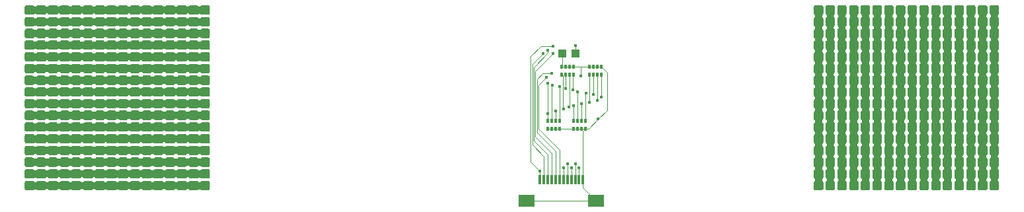
<source format=gbr>
%TF.GenerationSoftware,KiCad,Pcbnew,8.0.5-unknown-202409181836~355805756e~ubuntu22.04.1*%
%TF.CreationDate,2024-10-04T15:54:44+01:00*%
%TF.ProjectId,customFSReay,63757374-6f6d-4465-9352-6561792e6b69,rev?*%
%TF.SameCoordinates,Original*%
%TF.FileFunction,Copper,L1,Top*%
%TF.FilePolarity,Positive*%
%FSLAX46Y46*%
G04 Gerber Fmt 4.6, Leading zero omitted, Abs format (unit mm)*
G04 Created by KiCad (PCBNEW 8.0.5-unknown-202409181836~355805756e~ubuntu22.04.1) date 2024-10-04 15:54:44*
%MOMM*%
%LPD*%
G01*
G04 APERTURE LIST*
G04 Aperture macros list*
%AMRoundRect*
0 Rectangle with rounded corners*
0 $1 Rounding radius*
0 $2 $3 $4 $5 $6 $7 $8 $9 X,Y pos of 4 corners*
0 Add a 4 corners polygon primitive as box body*
4,1,4,$2,$3,$4,$5,$6,$7,$8,$9,$2,$3,0*
0 Add four circle primitives for the rounded corners*
1,1,$1+$1,$2,$3*
1,1,$1+$1,$4,$5*
1,1,$1+$1,$6,$7*
1,1,$1+$1,$8,$9*
0 Add four rect primitives between the rounded corners*
20,1,$1+$1,$2,$3,$4,$5,0*
20,1,$1+$1,$4,$5,$6,$7,0*
20,1,$1+$1,$6,$7,$8,$9,0*
20,1,$1+$1,$8,$9,$2,$3,0*%
G04 Aperture macros list end*
%TA.AperFunction,SMDPad,CuDef*%
%ADD10R,0.400000X0.500000*%
%TD*%
%TA.AperFunction,SMDPad,CuDef*%
%ADD11R,0.300000X0.500000*%
%TD*%
%TA.AperFunction,SMDPad,CuDef*%
%ADD12R,0.300000X1.300000*%
%TD*%
%TA.AperFunction,SMDPad,CuDef*%
%ADD13R,2.000000X1.600000*%
%TD*%
%TA.AperFunction,SMDPad,CuDef*%
%ADD14RoundRect,0.050800X0.499200X0.449200X-0.499200X0.449200X-0.499200X-0.449200X0.499200X-0.449200X0*%
%TD*%
%TA.AperFunction,ViaPad*%
%ADD15C,0.400000*%
%TD*%
%TA.AperFunction,Conductor*%
%ADD16C,0.100000*%
%TD*%
G04 APERTURE END LIST*
D10*
%TO.P,RN1,1,R1.1*%
%TO.N,GND*%
X173150000Y-108250001D03*
D11*
%TO.P,RN1,2,R2.1*%
X172650000Y-108250000D03*
%TO.P,RN1,3,R3.1*%
X172150000Y-108250000D03*
D10*
%TO.P,RN1,4,R4.1*%
X171650000Y-108250001D03*
%TO.P,RN1,5,R4.2*%
%TO.N,/ain3*%
X171650000Y-109249999D03*
D11*
%TO.P,RN1,6,R3.2*%
%TO.N,/ain2*%
X172150000Y-109250000D03*
%TO.P,RN1,7,R2.2*%
%TO.N,/ain1*%
X172650000Y-109250000D03*
D10*
%TO.P,RN1,8,R1.2*%
%TO.N,/ain0*%
X173150000Y-109249999D03*
%TD*%
D12*
%TO.P,FPC1,1,1*%
%TO.N,+5V*%
X165350000Y-122770000D03*
%TO.P,FPC1,2,2*%
%TO.N,/EOC1*%
X165850000Y-122770000D03*
%TO.P,FPC1,3,3*%
%TO.N,/MISO*%
X166350000Y-122770000D03*
%TO.P,FPC1,4,4*%
%TO.N,/MOSI*%
X166850000Y-122769999D03*
%TO.P,FPC1,5,5*%
%TO.N,/SCLK*%
X167350000Y-122770000D03*
%TO.P,FPC1,6,6*%
%TO.N,/CS1*%
X167850000Y-122770000D03*
%TO.P,FPC1,7,7*%
%TO.N,/S0*%
X168350000Y-122770000D03*
%TO.P,FPC1,8,8*%
%TO.N,/S1*%
X168850000Y-122770000D03*
%TO.P,FPC1,9,9*%
%TO.N,/S3*%
X169350000Y-122769999D03*
%TO.P,FPC1,10,10*%
%TO.N,/S2*%
X169850000Y-122770000D03*
%TO.P,FPC1,11,11*%
%TO.N,/EN1*%
X170350000Y-122770000D03*
%TO.P,FPC1,12,12*%
%TO.N,GND*%
X170850000Y-122770000D03*
D13*
%TO.P,FPC1,13,13*%
X163650000Y-125450000D03*
%TO.P,FPC1,14,14*%
X172550000Y-125450000D03*
%TD*%
D10*
%TO.P,RN4,1,R1.1*%
%TO.N,GND*%
X166350000Y-116249999D03*
D11*
%TO.P,RN4,2,R2.1*%
X166850000Y-116250000D03*
%TO.P,RN4,3,R3.1*%
X167350000Y-116250000D03*
D10*
%TO.P,RN4,4,R4.1*%
X167850000Y-116249999D03*
%TO.P,RN4,5,R4.2*%
%TO.N,/ain12*%
X167850000Y-115250001D03*
D11*
%TO.P,RN4,6,R3.2*%
%TO.N,/ain13*%
X167350000Y-115250000D03*
%TO.P,RN4,7,R2.2*%
%TO.N,/ain14*%
X166850000Y-115250000D03*
D10*
%TO.P,RN4,8,R1.2*%
%TO.N,/ain15*%
X166350000Y-115250001D03*
%TD*%
D14*
%TO.P,C1,1,1*%
%TO.N,Net-(ADC1-REF)*%
X169900000Y-106550000D03*
%TO.P,C1,2,2*%
%TO.N,GND*%
X168200000Y-106550000D03*
%TD*%
D10*
%TO.P,RN2,1,R1.1*%
%TO.N,GND*%
X169650000Y-116249999D03*
D11*
%TO.P,RN2,2,R2.1*%
X170150000Y-116250000D03*
%TO.P,RN2,3,R3.1*%
X170650000Y-116250000D03*
D10*
%TO.P,RN2,4,R4.1*%
X171150000Y-116249999D03*
%TO.P,RN2,5,R4.2*%
%TO.N,/ain4*%
X171150000Y-115250001D03*
D11*
%TO.P,RN2,6,R3.2*%
%TO.N,/ain5*%
X170650000Y-115250000D03*
%TO.P,RN2,7,R2.2*%
%TO.N,/ain6*%
X170150000Y-115250000D03*
D10*
%TO.P,RN2,8,R1.2*%
%TO.N,/ain7*%
X169650000Y-115250001D03*
%TD*%
%TO.P,RN3,1,R1.1*%
%TO.N,GND*%
X169600000Y-108250001D03*
D11*
%TO.P,RN3,2,R2.1*%
X169100000Y-108250000D03*
%TO.P,RN3,3,R3.1*%
X168600000Y-108250000D03*
D10*
%TO.P,RN3,4,R4.1*%
X168100000Y-108250001D03*
%TO.P,RN3,5,R4.2*%
%TO.N,/ain11*%
X168100000Y-109249999D03*
D11*
%TO.P,RN3,6,R3.2*%
%TO.N,/ain10*%
X168600000Y-109250000D03*
%TO.P,RN3,7,R2.2*%
%TO.N,/ain9*%
X169100000Y-109250000D03*
D10*
%TO.P,RN3,8,R1.2*%
%TO.N,/ain8*%
X169600000Y-109249999D03*
%TD*%
D15*
%TO.N,/EOC1*%
X165750000Y-106550000D03*
%TO.N,/MISO*%
X166350000Y-106150000D03*
%TO.N,/MOSI*%
X167050000Y-106550000D03*
%TO.N,/SCLK*%
X166850000Y-109150000D03*
%TO.N,/CS1*%
X166150000Y-109650000D03*
%TO.N,+5V*%
X167050000Y-105650000D03*
X165350000Y-121650000D03*
%TO.N,GND*%
X170550000Y-109450000D03*
X172800000Y-115000000D03*
%TO.N,Net-(ADC1-REF)*%
X169850000Y-105550000D03*
%TO.N,/ain13*%
X167350000Y-113950000D03*
X204000000Y-123500000D03*
%TO.N,/ain12*%
X167849999Y-110850000D03*
X205500000Y-101000000D03*
%TO.N,/ain0*%
X223500000Y-101000000D03*
X173150000Y-112150000D03*
%TO.N,/ain14*%
X202500000Y-101000000D03*
X166950000Y-110650000D03*
%TO.N,/ain4*%
X171250000Y-111650000D03*
X217500000Y-101000000D03*
%TO.N,/ain15*%
X166350000Y-110350000D03*
X166350000Y-114250000D03*
X201000000Y-123500000D03*
%TO.N,/ain6*%
X214500000Y-101000000D03*
X170150000Y-111450000D03*
%TO.N,/ain2*%
X220500000Y-101000000D03*
X172150000Y-111850000D03*
%TO.N,/ain9*%
X210000000Y-123500000D03*
X169050000Y-113450000D03*
%TO.N,/ain11*%
X168350000Y-113650000D03*
X207000000Y-123500000D03*
%TO.N,/ain8*%
X169550000Y-111250000D03*
X211500000Y-101000000D03*
%TO.N,/ain3*%
X171650000Y-112850000D03*
X219000000Y-123500000D03*
%TO.N,/ain7*%
X213000000Y-123500000D03*
X169650000Y-113250000D03*
%TO.N,/ain1*%
X222000000Y-123500000D03*
X172649999Y-112550000D03*
%TO.N,/ain5*%
X170649999Y-113050000D03*
X216000000Y-123500000D03*
%TO.N,/ain10*%
X208500000Y-101000000D03*
X168650000Y-111050000D03*
%TO.N,/out3*%
X112000000Y-105500000D03*
%TO.N,/out9*%
X110500000Y-114500000D03*
%TO.N,/out8*%
X112000000Y-113000000D03*
%TO.N,/out12*%
X112000000Y-119000000D03*
%TO.N,/out0*%
X110500000Y-101000000D03*
%TO.N,/out10*%
X112000000Y-116000000D03*
%TO.N,/out13*%
X110500000Y-120500000D03*
%TO.N,/out14*%
X112000000Y-122000000D03*
%TO.N,/out4*%
X110500000Y-106999999D03*
%TO.N,/out6*%
X110500000Y-110000000D03*
%TO.N,/out5*%
X112000000Y-108500000D03*
%TO.N,/out15*%
X110500000Y-123500000D03*
%TO.N,/out11*%
X110500000Y-117500001D03*
%TO.N,/out1*%
X112000000Y-102500000D03*
%TO.N,/out2*%
X110500000Y-104000000D03*
%TO.N,/out7*%
X112000000Y-111500000D03*
%TO.N,/EN1*%
X170350000Y-121250000D03*
%TO.N,/S3*%
X169350000Y-121250000D03*
%TO.N,/S2*%
X169850000Y-120750000D03*
%TO.N,/S1*%
X168850000Y-120750000D03*
%TO.N,/S0*%
X168350000Y-121250000D03*
%TD*%
D16*
%TO.N,/EOC1*%
X164350000Y-107950000D02*
X164350000Y-118250000D01*
X164350000Y-118250000D02*
X165850000Y-119750000D01*
X165750000Y-106550000D02*
X164350000Y-107950000D01*
X165850000Y-119750000D02*
X165850000Y-122770000D01*
%TO.N,/MISO*%
X164550000Y-108315685D02*
X164550000Y-117750000D01*
X164550000Y-117750000D02*
X166350000Y-119550000D01*
X166350000Y-106150000D02*
X166350000Y-106515686D01*
X166350000Y-106515686D02*
X164550000Y-108315685D01*
X166350000Y-119550000D02*
X166350000Y-122770000D01*
%TO.N,/MOSI*%
X166850000Y-119350000D02*
X166850001Y-122769999D01*
X164750000Y-108850000D02*
X164750000Y-117250000D01*
X164750000Y-117250000D02*
X166850000Y-119350000D01*
X167050000Y-106550000D02*
X164750000Y-108850000D01*
%TO.N,/SCLK*%
X164950000Y-109850000D02*
X164950000Y-116750000D01*
X164950000Y-116750000D02*
X167350000Y-119150000D01*
X166850000Y-109150000D02*
X165650000Y-109150000D01*
X165650000Y-109150000D02*
X164950000Y-109850000D01*
X167350000Y-119150000D02*
X167350000Y-122770000D01*
%TO.N,/CS1*%
X166150000Y-109650000D02*
X165150000Y-110650000D01*
X165150000Y-110650000D02*
X165150000Y-116250001D01*
X165150000Y-116250001D02*
X167849999Y-118950000D01*
X167849999Y-118950000D02*
X167850000Y-122770000D01*
%TO.N,+5V*%
X167050000Y-105650000D02*
X165450000Y-105650000D01*
X165350000Y-122770000D02*
X165350000Y-121650000D01*
X164150000Y-120450000D02*
X165350000Y-121650000D01*
X165450000Y-105650000D02*
X164150000Y-106950000D01*
X164150000Y-106950000D02*
X164150000Y-120450000D01*
%TO.N,GND*%
X171550001Y-116249999D02*
X171150000Y-116249999D01*
X166350001Y-116250001D02*
X166350000Y-116249999D01*
X171150000Y-116249999D02*
X170650001Y-116249999D01*
X166850000Y-116250000D02*
X166350001Y-116250001D01*
X170650001Y-116249999D02*
X170650000Y-116250000D01*
X173950000Y-109050001D02*
X173950000Y-113850000D01*
X170850000Y-122770000D02*
X170850000Y-123750000D01*
X167849999Y-116249999D02*
X167350001Y-116249999D01*
X169650001Y-116249999D02*
X167849999Y-116249999D01*
X170850000Y-116549999D02*
X170850000Y-122770000D01*
X172650001Y-108250001D02*
X172650000Y-108249999D01*
X172650000Y-108249999D02*
X172150000Y-108250000D01*
X167350001Y-116249999D02*
X167350000Y-116250001D01*
X170650000Y-116250000D02*
X170150000Y-116250001D01*
X173149999Y-108250001D02*
X172650001Y-108250001D01*
X168100001Y-108250000D02*
X168100000Y-108250001D01*
X167350000Y-116250001D02*
X166850000Y-116250000D01*
X170550000Y-108250001D02*
X169600000Y-108250001D01*
X173950000Y-113850000D02*
X172800000Y-115000000D01*
X170550000Y-108250001D02*
X170550000Y-109450000D01*
X171650000Y-108250001D02*
X170550000Y-108250001D01*
X169100000Y-108249999D02*
X168600000Y-108250000D01*
X170150000Y-116250001D02*
X169650001Y-116250000D01*
X173149999Y-108250001D02*
X173950000Y-109050001D01*
X171150000Y-116249999D02*
X170850000Y-116549999D01*
X172150000Y-108250000D02*
X171650001Y-108249999D01*
X172550000Y-125450000D02*
X163650000Y-125450000D01*
X171650001Y-108249999D02*
X171650000Y-108250001D01*
X169650001Y-116250000D02*
X169650001Y-116249999D01*
X172800000Y-115000000D02*
X171550001Y-116249999D01*
X169600000Y-108250001D02*
X169100002Y-108250001D01*
X168200000Y-108150001D02*
X168100000Y-108250001D01*
X169100002Y-108250001D02*
X169100000Y-108249999D01*
X168200000Y-106550000D02*
X168200000Y-108150001D01*
X168600000Y-108250000D02*
X168100001Y-108250000D01*
X170850000Y-123750000D02*
X172550000Y-125450000D01*
%TO.N,Net-(ADC1-REF)*%
X169900000Y-105600000D02*
X169850000Y-105550000D01*
X169900000Y-106550000D02*
X169900000Y-105600000D01*
%TO.N,/ain13*%
X167350000Y-113950000D02*
X167350000Y-115250000D01*
%TO.N,/ain12*%
X167850000Y-114700001D02*
X167850000Y-115250001D01*
X167849999Y-110850000D02*
X167850000Y-115250001D01*
%TO.N,/ain0*%
X173150000Y-109249999D02*
X173150000Y-112150000D01*
%TO.N,/ain14*%
X166950000Y-110650000D02*
X166850000Y-110750000D01*
X166850000Y-110750000D02*
X166850000Y-115250000D01*
%TO.N,/ain4*%
X171150000Y-111750000D02*
X171150000Y-115250001D01*
X171250000Y-111650000D02*
X171150000Y-111750000D01*
%TO.N,/ain15*%
X166350000Y-115250001D02*
X166350000Y-114250000D01*
X166350000Y-110350000D02*
X166350000Y-114250000D01*
%TO.N,/ain6*%
X170150000Y-111450000D02*
X170150000Y-115250000D01*
%TO.N,/ain2*%
X172150000Y-109250000D02*
X172150000Y-111850000D01*
%TO.N,/ain9*%
X169100000Y-113400000D02*
X169050000Y-113450000D01*
X169100000Y-109250000D02*
X169100000Y-113400000D01*
%TO.N,/ain11*%
X168350000Y-113650000D02*
X168250000Y-113550000D01*
X168250001Y-109399999D02*
X168100001Y-109249999D01*
X168250000Y-113550000D02*
X168250001Y-109399999D01*
%TO.N,/ain8*%
X169550000Y-111250000D02*
X169550000Y-109299999D01*
X169550000Y-109299999D02*
X169600000Y-109249999D01*
%TO.N,/ain3*%
X171650000Y-109249999D02*
X171650000Y-112850000D01*
%TO.N,/ain7*%
X169650000Y-113250000D02*
X169650000Y-115250001D01*
%TO.N,/ain1*%
X172649999Y-112550000D02*
X172650000Y-109250000D01*
%TO.N,/ain5*%
X170649999Y-113050000D02*
X170650000Y-115250000D01*
%TO.N,/ain10*%
X168650000Y-111050000D02*
X168600000Y-111000001D01*
X168600000Y-111000001D02*
X168600000Y-109250000D01*
%TO.N,/EN1*%
X170350000Y-121250000D02*
X170350000Y-122770000D01*
%TO.N,/S3*%
X169350000Y-121250000D02*
X169350000Y-122770000D01*
%TO.N,/S2*%
X169850000Y-120750000D02*
X169850000Y-122770000D01*
%TO.N,/S1*%
X168850000Y-120750000D02*
X168850000Y-122770000D01*
%TO.N,/S0*%
X168350000Y-121250000D02*
X168350000Y-122770000D01*
%TD*%
%TA.AperFunction,Conductor*%
%TO.N,/out8*%
G36*
X100486758Y-112419685D02*
G01*
X100514710Y-112444296D01*
X100516256Y-112446138D01*
X100597433Y-112514255D01*
X100597435Y-112514256D01*
X100638451Y-112529183D01*
X100697016Y-112550499D01*
X100697019Y-112550499D01*
X100802985Y-112550499D01*
X100802988Y-112550499D01*
X100902565Y-112514257D01*
X100902568Y-112514256D01*
X100902570Y-112514255D01*
X100944294Y-112479244D01*
X100983749Y-112446137D01*
X100983751Y-112446132D01*
X100985294Y-112444296D01*
X100988432Y-112442207D01*
X100992060Y-112439164D01*
X100992399Y-112439568D01*
X101043464Y-112405593D01*
X101080285Y-112400000D01*
X101919717Y-112400000D01*
X101986756Y-112419685D01*
X102014708Y-112444296D01*
X102016254Y-112446139D01*
X102097432Y-112514256D01*
X102097434Y-112514257D01*
X102138450Y-112529184D01*
X102197015Y-112550500D01*
X102197018Y-112550500D01*
X102302984Y-112550500D01*
X102302987Y-112550500D01*
X102385021Y-112520642D01*
X102402567Y-112514257D01*
X102402569Y-112514256D01*
X102410985Y-112507194D01*
X102483749Y-112446138D01*
X102483751Y-112446133D01*
X102485294Y-112444296D01*
X102488433Y-112442207D01*
X102492059Y-112439165D01*
X102492398Y-112439569D01*
X102543465Y-112405593D01*
X102580285Y-112400000D01*
X103419717Y-112400000D01*
X103486756Y-112419685D01*
X103514708Y-112444296D01*
X103516254Y-112446139D01*
X103597432Y-112514256D01*
X103597434Y-112514257D01*
X103638450Y-112529184D01*
X103697015Y-112550500D01*
X103697018Y-112550500D01*
X103802984Y-112550500D01*
X103802987Y-112550500D01*
X103885021Y-112520642D01*
X103902567Y-112514257D01*
X103902569Y-112514256D01*
X103910985Y-112507194D01*
X103983749Y-112446138D01*
X103983751Y-112446133D01*
X103985294Y-112444296D01*
X103988433Y-112442207D01*
X103992059Y-112439165D01*
X103992398Y-112439569D01*
X104043465Y-112405593D01*
X104080285Y-112400000D01*
X104919717Y-112400000D01*
X104986756Y-112419685D01*
X105014708Y-112444296D01*
X105016254Y-112446139D01*
X105097432Y-112514256D01*
X105097434Y-112514257D01*
X105138450Y-112529184D01*
X105197015Y-112550500D01*
X105197018Y-112550500D01*
X105302984Y-112550500D01*
X105302987Y-112550500D01*
X105385021Y-112520642D01*
X105402567Y-112514257D01*
X105402569Y-112514256D01*
X105410985Y-112507194D01*
X105483749Y-112446138D01*
X105483751Y-112446133D01*
X105485294Y-112444296D01*
X105488433Y-112442207D01*
X105492059Y-112439165D01*
X105492398Y-112439569D01*
X105543465Y-112405593D01*
X105580285Y-112400000D01*
X106419717Y-112400000D01*
X106486756Y-112419685D01*
X106514708Y-112444296D01*
X106516254Y-112446139D01*
X106597432Y-112514256D01*
X106597434Y-112514257D01*
X106638450Y-112529184D01*
X106697015Y-112550500D01*
X106697018Y-112550500D01*
X106802984Y-112550500D01*
X106802987Y-112550500D01*
X106885021Y-112520642D01*
X106902567Y-112514257D01*
X106902569Y-112514256D01*
X106910985Y-112507194D01*
X106983749Y-112446138D01*
X106983751Y-112446133D01*
X106985294Y-112444296D01*
X106988433Y-112442207D01*
X106992059Y-112439165D01*
X106992398Y-112439569D01*
X107043465Y-112405593D01*
X107080285Y-112400000D01*
X107919716Y-112400000D01*
X107986755Y-112419685D01*
X108014707Y-112444296D01*
X108016253Y-112446139D01*
X108097431Y-112514256D01*
X108097433Y-112514257D01*
X108138449Y-112529184D01*
X108197014Y-112550500D01*
X108197017Y-112550500D01*
X108302983Y-112550500D01*
X108302986Y-112550500D01*
X108385020Y-112520642D01*
X108402566Y-112514257D01*
X108402568Y-112514256D01*
X108410984Y-112507194D01*
X108483748Y-112446138D01*
X108483750Y-112446133D01*
X108485293Y-112444296D01*
X108488432Y-112442207D01*
X108492058Y-112439165D01*
X108492397Y-112439569D01*
X108543464Y-112405593D01*
X108580284Y-112400000D01*
X109419718Y-112400000D01*
X109486757Y-112419685D01*
X109514709Y-112444296D01*
X109516255Y-112446139D01*
X109597433Y-112514256D01*
X109597435Y-112514257D01*
X109638451Y-112529184D01*
X109697016Y-112550500D01*
X109697019Y-112550500D01*
X109802985Y-112550500D01*
X109802988Y-112550500D01*
X109885022Y-112520642D01*
X109902568Y-112514257D01*
X109902570Y-112514256D01*
X109910986Y-112507194D01*
X109983750Y-112446138D01*
X109983752Y-112446133D01*
X109985295Y-112444296D01*
X109988434Y-112442207D01*
X109992060Y-112439165D01*
X109992399Y-112439569D01*
X110043466Y-112405593D01*
X110080286Y-112400000D01*
X110919717Y-112400000D01*
X110986756Y-112419685D01*
X111014708Y-112444296D01*
X111016254Y-112446139D01*
X111097432Y-112514256D01*
X111097434Y-112514257D01*
X111138450Y-112529184D01*
X111197015Y-112550500D01*
X111197018Y-112550500D01*
X111302984Y-112550500D01*
X111302987Y-112550500D01*
X111385021Y-112520642D01*
X111402567Y-112514257D01*
X111402569Y-112514256D01*
X111410985Y-112507194D01*
X111483749Y-112446138D01*
X111483751Y-112446133D01*
X111485294Y-112444296D01*
X111488433Y-112442207D01*
X111492059Y-112439165D01*
X111492398Y-112439569D01*
X111543465Y-112405593D01*
X111580285Y-112400000D01*
X112419717Y-112400000D01*
X112486756Y-112419685D01*
X112514708Y-112444296D01*
X112516254Y-112446139D01*
X112597432Y-112514256D01*
X112597434Y-112514257D01*
X112638450Y-112529184D01*
X112697015Y-112550500D01*
X112697018Y-112550500D01*
X112802984Y-112550500D01*
X112802987Y-112550500D01*
X112885021Y-112520642D01*
X112902567Y-112514257D01*
X112902569Y-112514256D01*
X112910985Y-112507194D01*
X112983749Y-112446138D01*
X112983751Y-112446133D01*
X112985294Y-112444296D01*
X112988433Y-112442207D01*
X112992059Y-112439165D01*
X112992398Y-112439569D01*
X113043465Y-112405593D01*
X113080285Y-112400000D01*
X113919717Y-112400000D01*
X113986756Y-112419685D01*
X114014708Y-112444296D01*
X114016254Y-112446139D01*
X114097432Y-112514256D01*
X114097434Y-112514257D01*
X114138450Y-112529184D01*
X114197015Y-112550500D01*
X114197018Y-112550500D01*
X114302984Y-112550500D01*
X114302987Y-112550500D01*
X114385021Y-112520642D01*
X114402567Y-112514257D01*
X114402569Y-112514256D01*
X114410985Y-112507194D01*
X114483749Y-112446138D01*
X114483751Y-112446133D01*
X114485294Y-112444296D01*
X114488433Y-112442207D01*
X114492059Y-112439165D01*
X114492398Y-112439569D01*
X114543465Y-112405593D01*
X114580285Y-112400000D01*
X115419717Y-112400000D01*
X115486756Y-112419685D01*
X115514708Y-112444296D01*
X115516254Y-112446139D01*
X115597432Y-112514256D01*
X115597434Y-112514257D01*
X115638450Y-112529184D01*
X115697015Y-112550500D01*
X115697018Y-112550500D01*
X115802984Y-112550500D01*
X115802987Y-112550500D01*
X115885021Y-112520642D01*
X115902567Y-112514257D01*
X115902569Y-112514256D01*
X115910985Y-112507194D01*
X115983749Y-112446138D01*
X115983751Y-112446133D01*
X115985294Y-112444296D01*
X115988433Y-112442207D01*
X115992059Y-112439165D01*
X115992398Y-112439569D01*
X116043465Y-112405593D01*
X116080285Y-112400000D01*
X116919716Y-112400000D01*
X116986755Y-112419685D01*
X117014707Y-112444296D01*
X117016253Y-112446139D01*
X117097431Y-112514256D01*
X117097433Y-112514257D01*
X117138449Y-112529184D01*
X117197014Y-112550500D01*
X117197017Y-112550500D01*
X117302983Y-112550500D01*
X117302986Y-112550500D01*
X117385020Y-112520642D01*
X117402566Y-112514257D01*
X117402568Y-112514256D01*
X117410984Y-112507194D01*
X117483748Y-112446138D01*
X117483750Y-112446133D01*
X117485293Y-112444296D01*
X117488432Y-112442207D01*
X117492058Y-112439165D01*
X117492397Y-112439569D01*
X117543464Y-112405593D01*
X117580284Y-112400000D01*
X118419717Y-112400000D01*
X118486756Y-112419685D01*
X118514708Y-112444296D01*
X118516254Y-112446139D01*
X118597432Y-112514256D01*
X118597434Y-112514257D01*
X118638450Y-112529184D01*
X118697015Y-112550500D01*
X118697018Y-112550500D01*
X118802984Y-112550500D01*
X118802987Y-112550500D01*
X118885021Y-112520642D01*
X118902567Y-112514257D01*
X118902569Y-112514256D01*
X118910985Y-112507194D01*
X118983749Y-112446138D01*
X118983751Y-112446133D01*
X118985294Y-112444296D01*
X118988433Y-112442207D01*
X118992059Y-112439165D01*
X118992398Y-112439569D01*
X119043465Y-112405593D01*
X119080285Y-112400000D01*
X119919717Y-112400000D01*
X119986756Y-112419685D01*
X120014708Y-112444296D01*
X120016254Y-112446139D01*
X120097432Y-112514256D01*
X120097434Y-112514257D01*
X120138450Y-112529184D01*
X120197015Y-112550500D01*
X120197018Y-112550500D01*
X120302984Y-112550500D01*
X120302987Y-112550500D01*
X120385021Y-112520642D01*
X120402567Y-112514257D01*
X120402569Y-112514256D01*
X120410985Y-112507194D01*
X120483749Y-112446138D01*
X120483751Y-112446133D01*
X120485294Y-112444296D01*
X120488433Y-112442207D01*
X120492059Y-112439165D01*
X120492398Y-112439569D01*
X120543465Y-112405593D01*
X120580285Y-112400000D01*
X121419717Y-112400000D01*
X121486756Y-112419685D01*
X121514708Y-112444296D01*
X121516254Y-112446139D01*
X121597432Y-112514256D01*
X121597434Y-112514257D01*
X121638450Y-112529184D01*
X121697015Y-112550500D01*
X121697018Y-112550500D01*
X121802984Y-112550500D01*
X121802987Y-112550500D01*
X121885021Y-112520642D01*
X121902567Y-112514257D01*
X121902569Y-112514256D01*
X121910985Y-112507194D01*
X121983749Y-112446138D01*
X121983751Y-112446133D01*
X121985294Y-112444296D01*
X121988433Y-112442207D01*
X121992059Y-112439165D01*
X121992398Y-112439569D01*
X122043465Y-112405593D01*
X122080285Y-112400000D01*
X122919718Y-112400000D01*
X122986757Y-112419685D01*
X123014709Y-112444296D01*
X123016254Y-112446137D01*
X123055706Y-112479242D01*
X123094409Y-112537412D01*
X123100001Y-112574231D01*
X123100001Y-113425766D01*
X123080316Y-113492805D01*
X123055708Y-113520754D01*
X123016255Y-113553859D01*
X123014708Y-113555704D01*
X123011567Y-113557793D01*
X123007944Y-113560834D01*
X123007604Y-113560429D01*
X122956537Y-113594407D01*
X122919717Y-113600000D01*
X122080285Y-113600000D01*
X122013246Y-113580315D01*
X121985294Y-113555704D01*
X121983747Y-113553860D01*
X121902569Y-113485743D01*
X121902567Y-113485742D01*
X121820534Y-113455886D01*
X121802987Y-113449500D01*
X121697015Y-113449500D01*
X121697012Y-113449500D01*
X121697012Y-113449501D01*
X121597434Y-113485742D01*
X121597432Y-113485743D01*
X121516254Y-113553860D01*
X121514708Y-113555704D01*
X121511568Y-113557792D01*
X121507943Y-113560835D01*
X121507603Y-113560430D01*
X121456537Y-113594407D01*
X121419717Y-113600000D01*
X120580285Y-113600000D01*
X120513246Y-113580315D01*
X120485294Y-113555704D01*
X120483747Y-113553860D01*
X120402569Y-113485743D01*
X120402567Y-113485742D01*
X120320534Y-113455886D01*
X120302987Y-113449500D01*
X120197015Y-113449500D01*
X120197012Y-113449500D01*
X120197012Y-113449501D01*
X120097434Y-113485742D01*
X120097432Y-113485743D01*
X120016254Y-113553860D01*
X120014708Y-113555704D01*
X120011568Y-113557792D01*
X120007943Y-113560835D01*
X120007603Y-113560430D01*
X119956537Y-113594407D01*
X119919717Y-113600000D01*
X119080285Y-113600000D01*
X119013246Y-113580315D01*
X118985294Y-113555704D01*
X118983747Y-113553860D01*
X118902569Y-113485743D01*
X118902567Y-113485742D01*
X118820534Y-113455886D01*
X118802987Y-113449500D01*
X118697015Y-113449500D01*
X118697012Y-113449500D01*
X118697012Y-113449501D01*
X118597434Y-113485742D01*
X118597432Y-113485743D01*
X118516254Y-113553860D01*
X118514708Y-113555704D01*
X118511568Y-113557792D01*
X118507943Y-113560835D01*
X118507603Y-113560430D01*
X118456537Y-113594407D01*
X118419717Y-113600000D01*
X117580286Y-113600000D01*
X117513247Y-113580315D01*
X117485295Y-113555704D01*
X117483748Y-113553860D01*
X117402570Y-113485743D01*
X117402568Y-113485742D01*
X117320535Y-113455886D01*
X117302988Y-113449500D01*
X117197016Y-113449500D01*
X117197013Y-113449500D01*
X117197013Y-113449501D01*
X117097435Y-113485742D01*
X117097433Y-113485743D01*
X117016255Y-113553860D01*
X117014709Y-113555704D01*
X117011569Y-113557792D01*
X117007944Y-113560835D01*
X117007604Y-113560430D01*
X116956538Y-113594407D01*
X116919718Y-113600000D01*
X116080284Y-113600000D01*
X116013245Y-113580315D01*
X115985293Y-113555704D01*
X115983746Y-113553860D01*
X115902568Y-113485743D01*
X115902566Y-113485742D01*
X115820533Y-113455886D01*
X115802986Y-113449500D01*
X115697014Y-113449500D01*
X115697011Y-113449500D01*
X115697011Y-113449501D01*
X115597433Y-113485742D01*
X115597431Y-113485743D01*
X115516253Y-113553860D01*
X115514707Y-113555704D01*
X115511567Y-113557792D01*
X115507942Y-113560835D01*
X115507602Y-113560430D01*
X115456536Y-113594407D01*
X115419716Y-113600000D01*
X114580285Y-113600000D01*
X114513246Y-113580315D01*
X114485294Y-113555704D01*
X114483747Y-113553860D01*
X114402569Y-113485743D01*
X114402567Y-113485742D01*
X114320534Y-113455886D01*
X114302987Y-113449500D01*
X114197015Y-113449500D01*
X114197012Y-113449500D01*
X114197012Y-113449501D01*
X114097434Y-113485742D01*
X114097432Y-113485743D01*
X114016254Y-113553860D01*
X114014708Y-113555704D01*
X114011568Y-113557792D01*
X114007943Y-113560835D01*
X114007603Y-113560430D01*
X113956537Y-113594407D01*
X113919717Y-113600000D01*
X113080285Y-113600000D01*
X113013246Y-113580315D01*
X112985294Y-113555704D01*
X112983747Y-113553860D01*
X112902569Y-113485743D01*
X112902567Y-113485742D01*
X112820534Y-113455886D01*
X112802987Y-113449500D01*
X112697015Y-113449500D01*
X112697012Y-113449500D01*
X112697012Y-113449501D01*
X112597434Y-113485742D01*
X112597432Y-113485743D01*
X112516254Y-113553860D01*
X112514708Y-113555704D01*
X112511568Y-113557792D01*
X112507943Y-113560835D01*
X112507603Y-113560430D01*
X112456537Y-113594407D01*
X112419717Y-113600000D01*
X111580285Y-113600000D01*
X111513246Y-113580315D01*
X111485294Y-113555704D01*
X111483747Y-113553860D01*
X111402569Y-113485743D01*
X111402567Y-113485742D01*
X111320534Y-113455886D01*
X111302987Y-113449500D01*
X111197015Y-113449500D01*
X111197012Y-113449500D01*
X111197012Y-113449501D01*
X111097434Y-113485742D01*
X111097432Y-113485743D01*
X111016254Y-113553860D01*
X111014708Y-113555704D01*
X111011568Y-113557792D01*
X111007943Y-113560835D01*
X111007603Y-113560430D01*
X110956537Y-113594407D01*
X110919717Y-113600000D01*
X110080285Y-113600000D01*
X110013246Y-113580315D01*
X109985294Y-113555704D01*
X109983747Y-113553860D01*
X109902569Y-113485743D01*
X109902567Y-113485742D01*
X109820534Y-113455886D01*
X109802987Y-113449500D01*
X109697015Y-113449500D01*
X109697012Y-113449500D01*
X109697012Y-113449501D01*
X109597434Y-113485742D01*
X109597432Y-113485743D01*
X109516254Y-113553860D01*
X109514708Y-113555704D01*
X109511568Y-113557792D01*
X109507943Y-113560835D01*
X109507603Y-113560430D01*
X109456537Y-113594407D01*
X109419717Y-113600000D01*
X108580284Y-113600000D01*
X108513245Y-113580315D01*
X108485293Y-113555704D01*
X108483746Y-113553860D01*
X108402568Y-113485743D01*
X108402566Y-113485742D01*
X108320533Y-113455886D01*
X108302986Y-113449500D01*
X108197014Y-113449500D01*
X108197011Y-113449500D01*
X108197011Y-113449501D01*
X108097433Y-113485742D01*
X108097431Y-113485743D01*
X108016253Y-113553860D01*
X108014707Y-113555704D01*
X108011567Y-113557792D01*
X108007942Y-113560835D01*
X108007602Y-113560430D01*
X107956536Y-113594407D01*
X107919716Y-113600000D01*
X107080284Y-113600000D01*
X107013245Y-113580315D01*
X106985293Y-113555704D01*
X106983746Y-113553860D01*
X106902568Y-113485743D01*
X106902566Y-113485742D01*
X106820533Y-113455886D01*
X106802986Y-113449500D01*
X106697014Y-113449500D01*
X106697011Y-113449500D01*
X106697011Y-113449501D01*
X106597433Y-113485742D01*
X106597431Y-113485743D01*
X106516253Y-113553860D01*
X106514707Y-113555704D01*
X106511567Y-113557792D01*
X106507942Y-113560835D01*
X106507602Y-113560430D01*
X106456536Y-113594407D01*
X106419716Y-113600000D01*
X105580285Y-113600000D01*
X105513246Y-113580315D01*
X105485294Y-113555704D01*
X105483747Y-113553860D01*
X105402569Y-113485743D01*
X105402567Y-113485742D01*
X105320534Y-113455886D01*
X105302987Y-113449500D01*
X105197015Y-113449500D01*
X105197012Y-113449500D01*
X105197012Y-113449501D01*
X105097434Y-113485742D01*
X105097432Y-113485743D01*
X105016254Y-113553860D01*
X105014708Y-113555704D01*
X105011568Y-113557792D01*
X105007943Y-113560835D01*
X105007603Y-113560430D01*
X104956537Y-113594407D01*
X104919717Y-113600000D01*
X104080285Y-113600000D01*
X104013246Y-113580315D01*
X103985294Y-113555704D01*
X103983747Y-113553860D01*
X103902569Y-113485743D01*
X103902567Y-113485742D01*
X103820534Y-113455886D01*
X103802987Y-113449500D01*
X103697015Y-113449500D01*
X103697012Y-113449500D01*
X103697012Y-113449501D01*
X103597434Y-113485742D01*
X103597432Y-113485743D01*
X103516254Y-113553860D01*
X103514708Y-113555704D01*
X103511568Y-113557792D01*
X103507943Y-113560835D01*
X103507603Y-113560430D01*
X103456537Y-113594407D01*
X103419717Y-113600000D01*
X102580285Y-113600000D01*
X102513246Y-113580315D01*
X102485294Y-113555704D01*
X102483747Y-113553860D01*
X102402569Y-113485743D01*
X102402567Y-113485742D01*
X102320534Y-113455886D01*
X102302987Y-113449500D01*
X102197015Y-113449500D01*
X102197012Y-113449500D01*
X102197012Y-113449501D01*
X102097434Y-113485742D01*
X102097432Y-113485743D01*
X102016254Y-113553860D01*
X102014708Y-113555704D01*
X102011568Y-113557792D01*
X102007943Y-113560835D01*
X102007603Y-113560430D01*
X101956537Y-113594407D01*
X101919717Y-113600000D01*
X101080285Y-113600000D01*
X101013246Y-113580315D01*
X100985294Y-113555704D01*
X100983747Y-113553860D01*
X100902569Y-113485743D01*
X100902567Y-113485742D01*
X100820534Y-113455886D01*
X100802987Y-113449500D01*
X100697015Y-113449500D01*
X100697012Y-113449500D01*
X100697012Y-113449501D01*
X100597434Y-113485742D01*
X100597432Y-113485743D01*
X100516254Y-113553860D01*
X100514708Y-113555704D01*
X100511568Y-113557792D01*
X100507943Y-113560835D01*
X100507603Y-113560430D01*
X100456537Y-113594407D01*
X100419717Y-113600000D01*
X99580284Y-113600000D01*
X99513245Y-113580315D01*
X99485293Y-113555704D01*
X99483745Y-113553859D01*
X99444293Y-113520754D01*
X99405592Y-113462582D01*
X99400000Y-113425766D01*
X99400000Y-112574233D01*
X99419685Y-112507194D01*
X99444294Y-112479244D01*
X99453812Y-112471256D01*
X99483748Y-112446138D01*
X99483750Y-112446133D01*
X99485293Y-112444296D01*
X99488432Y-112442207D01*
X99492058Y-112439165D01*
X99492397Y-112439569D01*
X99543464Y-112405593D01*
X99580284Y-112400000D01*
X100419719Y-112400000D01*
X100486758Y-112419685D01*
G37*
%TD.AperFunction*%
%TD*%
%TA.AperFunction,Conductor*%
%TO.N,/ain7*%
G36*
X213486755Y-100419685D02*
G01*
X213514707Y-100444296D01*
X213516253Y-100446139D01*
X213555706Y-100479244D01*
X213594408Y-100537415D01*
X213600000Y-100574233D01*
X213600000Y-101425766D01*
X213580315Y-101492805D01*
X213555707Y-101520754D01*
X213516255Y-101553858D01*
X213516249Y-101553865D01*
X213463268Y-101645631D01*
X213463266Y-101645637D01*
X213444864Y-101749999D01*
X213444864Y-101750000D01*
X213463266Y-101854362D01*
X213463268Y-101854368D01*
X213516249Y-101946134D01*
X213516254Y-101946140D01*
X213555706Y-101979244D01*
X213594408Y-102037415D01*
X213600000Y-102074233D01*
X213600000Y-102925766D01*
X213580315Y-102992805D01*
X213555707Y-103020754D01*
X213516255Y-103053858D01*
X213516249Y-103053865D01*
X213463268Y-103145631D01*
X213463266Y-103145637D01*
X213444864Y-103249999D01*
X213444864Y-103250000D01*
X213463266Y-103354362D01*
X213463268Y-103354368D01*
X213516249Y-103446134D01*
X213516254Y-103446140D01*
X213555706Y-103479244D01*
X213594408Y-103537415D01*
X213600000Y-103574233D01*
X213600000Y-104425766D01*
X213580315Y-104492805D01*
X213555707Y-104520754D01*
X213516255Y-104553858D01*
X213516249Y-104553865D01*
X213463268Y-104645631D01*
X213463266Y-104645637D01*
X213444864Y-104749999D01*
X213444864Y-104750000D01*
X213463266Y-104854362D01*
X213463268Y-104854368D01*
X213516249Y-104946134D01*
X213516254Y-104946140D01*
X213555706Y-104979244D01*
X213594408Y-105037415D01*
X213600000Y-105074233D01*
X213600000Y-105925765D01*
X213580315Y-105992804D01*
X213555707Y-106020753D01*
X213516255Y-106053857D01*
X213516249Y-106053864D01*
X213463268Y-106145630D01*
X213463266Y-106145636D01*
X213444864Y-106249998D01*
X213444864Y-106249999D01*
X213463266Y-106354361D01*
X213463268Y-106354367D01*
X213516249Y-106446133D01*
X213516254Y-106446139D01*
X213555706Y-106479243D01*
X213594408Y-106537414D01*
X213600000Y-106574232D01*
X213600000Y-107425766D01*
X213580315Y-107492805D01*
X213555707Y-107520754D01*
X213516255Y-107553858D01*
X213516249Y-107553865D01*
X213463268Y-107645631D01*
X213463266Y-107645637D01*
X213444864Y-107749999D01*
X213444864Y-107750000D01*
X213463266Y-107854362D01*
X213463268Y-107854368D01*
X213516249Y-107946134D01*
X213516251Y-107946136D01*
X213516251Y-107946137D01*
X213516254Y-107946140D01*
X213555706Y-107979244D01*
X213594408Y-108037415D01*
X213600000Y-108074233D01*
X213600000Y-108925766D01*
X213580315Y-108992805D01*
X213555707Y-109020754D01*
X213516255Y-109053858D01*
X213516249Y-109053865D01*
X213463268Y-109145631D01*
X213463266Y-109145637D01*
X213444864Y-109249999D01*
X213444864Y-109250000D01*
X213463266Y-109354362D01*
X213463268Y-109354368D01*
X213516249Y-109446134D01*
X213516254Y-109446140D01*
X213555706Y-109479244D01*
X213594408Y-109537415D01*
X213600000Y-109574233D01*
X213600000Y-110425766D01*
X213580315Y-110492805D01*
X213555707Y-110520754D01*
X213516255Y-110553858D01*
X213516249Y-110553865D01*
X213463268Y-110645631D01*
X213463266Y-110645637D01*
X213444864Y-110749999D01*
X213444864Y-110750000D01*
X213463266Y-110854362D01*
X213463268Y-110854368D01*
X213516249Y-110946134D01*
X213516254Y-110946140D01*
X213555706Y-110979244D01*
X213594408Y-111037415D01*
X213600000Y-111074233D01*
X213600000Y-111925766D01*
X213580315Y-111992805D01*
X213555705Y-112020756D01*
X213516252Y-112053860D01*
X213516250Y-112053862D01*
X213463267Y-112145631D01*
X213463265Y-112145637D01*
X213444863Y-112249999D01*
X213444863Y-112250000D01*
X213463265Y-112354362D01*
X213463267Y-112354368D01*
X213516248Y-112446134D01*
X213516249Y-112446135D01*
X213516251Y-112446138D01*
X213555706Y-112479244D01*
X213594408Y-112537414D01*
X213600000Y-112574233D01*
X213600000Y-113425766D01*
X213580315Y-113492805D01*
X213555707Y-113520754D01*
X213516255Y-113553858D01*
X213516249Y-113553865D01*
X213463268Y-113645631D01*
X213463266Y-113645637D01*
X213444864Y-113749999D01*
X213444864Y-113750000D01*
X213463266Y-113854362D01*
X213463268Y-113854368D01*
X213516249Y-113946134D01*
X213516254Y-113946140D01*
X213555706Y-113979244D01*
X213594408Y-114037415D01*
X213600000Y-114074233D01*
X213600000Y-114925767D01*
X213580315Y-114992806D01*
X213555707Y-115020755D01*
X213516255Y-115053859D01*
X213516249Y-115053866D01*
X213463268Y-115145632D01*
X213463266Y-115145638D01*
X213444864Y-115250001D01*
X213463265Y-115354361D01*
X213463266Y-115354363D01*
X213463268Y-115354369D01*
X213516249Y-115446135D01*
X213516254Y-115446141D01*
X213555706Y-115479245D01*
X213594408Y-115537416D01*
X213600000Y-115574234D01*
X213600000Y-116425766D01*
X213580315Y-116492805D01*
X213555707Y-116520754D01*
X213516255Y-116553858D01*
X213516249Y-116553865D01*
X213463268Y-116645631D01*
X213463266Y-116645637D01*
X213444864Y-116749999D01*
X213444864Y-116750000D01*
X213463266Y-116854362D01*
X213463268Y-116854368D01*
X213516249Y-116946134D01*
X213516254Y-116946140D01*
X213555706Y-116979244D01*
X213594408Y-117037415D01*
X213600000Y-117074233D01*
X213600000Y-117925766D01*
X213580315Y-117992805D01*
X213555707Y-118020754D01*
X213516255Y-118053858D01*
X213516249Y-118053865D01*
X213463268Y-118145631D01*
X213463266Y-118145637D01*
X213444864Y-118249999D01*
X213444864Y-118250000D01*
X213463266Y-118354362D01*
X213463268Y-118354368D01*
X213516249Y-118446134D01*
X213516254Y-118446140D01*
X213555706Y-118479244D01*
X213594408Y-118537415D01*
X213600000Y-118574233D01*
X213600000Y-119425766D01*
X213580315Y-119492805D01*
X213555707Y-119520754D01*
X213516255Y-119553858D01*
X213516249Y-119553865D01*
X213463268Y-119645631D01*
X213463266Y-119645637D01*
X213444864Y-119749999D01*
X213444864Y-119750000D01*
X213463266Y-119854362D01*
X213463268Y-119854368D01*
X213516249Y-119946134D01*
X213516254Y-119946140D01*
X213555706Y-119979244D01*
X213594408Y-120037415D01*
X213600000Y-120074233D01*
X213600000Y-120925766D01*
X213580315Y-120992805D01*
X213555707Y-121020754D01*
X213516255Y-121053858D01*
X213516249Y-121053865D01*
X213463268Y-121145631D01*
X213463266Y-121145637D01*
X213444864Y-121249999D01*
X213444864Y-121250000D01*
X213463266Y-121354362D01*
X213463268Y-121354368D01*
X213516249Y-121446134D01*
X213516254Y-121446140D01*
X213555706Y-121479244D01*
X213594408Y-121537415D01*
X213600000Y-121574233D01*
X213600000Y-122425765D01*
X213580315Y-122492804D01*
X213555707Y-122520753D01*
X213516255Y-122553857D01*
X213516249Y-122553864D01*
X213463268Y-122645630D01*
X213463266Y-122645636D01*
X213444864Y-122749998D01*
X213444864Y-122749999D01*
X213463266Y-122854361D01*
X213463268Y-122854367D01*
X213516249Y-122946133D01*
X213516254Y-122946139D01*
X213555706Y-122979243D01*
X213594408Y-123037414D01*
X213600000Y-123074232D01*
X213600000Y-123925767D01*
X213580315Y-123992806D01*
X213555707Y-124020755D01*
X213516251Y-124053863D01*
X213514699Y-124055713D01*
X213511553Y-124057805D01*
X213507943Y-124060835D01*
X213507604Y-124060431D01*
X213456524Y-124094410D01*
X213419716Y-124099999D01*
X212580283Y-124099999D01*
X212513244Y-124080314D01*
X212485292Y-124055703D01*
X212483745Y-124053860D01*
X212444294Y-124020756D01*
X212405592Y-123962585D01*
X212400000Y-123925767D01*
X212400000Y-123074231D01*
X212419685Y-123007192D01*
X212444293Y-122979242D01*
X212483747Y-122946137D01*
X212536733Y-122854362D01*
X212555135Y-122750000D01*
X212536733Y-122645638D01*
X212536728Y-122645630D01*
X212483746Y-122553861D01*
X212444294Y-122520757D01*
X212405592Y-122462586D01*
X212400000Y-122425768D01*
X212400000Y-121574233D01*
X212419685Y-121507194D01*
X212444294Y-121479244D01*
X212455902Y-121469503D01*
X212483748Y-121446138D01*
X212536734Y-121354363D01*
X212555136Y-121250000D01*
X212536734Y-121145637D01*
X212483748Y-121053862D01*
X212483745Y-121053860D01*
X212483744Y-121053858D01*
X212444293Y-121020754D01*
X212405592Y-120962582D01*
X212400000Y-120925766D01*
X212400000Y-120074233D01*
X212419685Y-120007194D01*
X212444294Y-119979244D01*
X212455902Y-119969503D01*
X212483748Y-119946138D01*
X212536734Y-119854363D01*
X212555136Y-119750000D01*
X212536734Y-119645637D01*
X212483748Y-119553862D01*
X212483745Y-119553860D01*
X212483744Y-119553858D01*
X212444293Y-119520754D01*
X212405592Y-119462582D01*
X212400000Y-119425766D01*
X212400000Y-118574233D01*
X212419685Y-118507194D01*
X212444294Y-118479244D01*
X212455902Y-118469503D01*
X212483748Y-118446138D01*
X212536734Y-118354363D01*
X212555136Y-118250000D01*
X212536734Y-118145637D01*
X212483748Y-118053862D01*
X212483745Y-118053860D01*
X212483744Y-118053858D01*
X212444293Y-118020754D01*
X212405592Y-117962582D01*
X212400000Y-117925766D01*
X212400000Y-117074234D01*
X212419685Y-117007195D01*
X212444294Y-116979245D01*
X212455902Y-116969504D01*
X212483748Y-116946139D01*
X212536734Y-116854364D01*
X212555136Y-116750001D01*
X212536734Y-116645638D01*
X212483748Y-116553863D01*
X212483745Y-116553861D01*
X212483744Y-116553859D01*
X212444293Y-116520755D01*
X212405592Y-116462583D01*
X212400000Y-116425767D01*
X212400000Y-115574231D01*
X212419685Y-115507192D01*
X212444293Y-115479242D01*
X212483747Y-115446137D01*
X212536733Y-115354362D01*
X212555135Y-115250000D01*
X212536733Y-115145638D01*
X212483747Y-115053863D01*
X212483746Y-115053861D01*
X212444294Y-115020757D01*
X212405592Y-114962586D01*
X212400000Y-114925768D01*
X212400000Y-114074233D01*
X212419685Y-114007194D01*
X212444294Y-113979244D01*
X212455902Y-113969503D01*
X212483748Y-113946138D01*
X212536734Y-113854363D01*
X212555136Y-113750000D01*
X212536734Y-113645637D01*
X212483748Y-113553862D01*
X212483745Y-113553860D01*
X212483744Y-113553858D01*
X212444293Y-113520754D01*
X212405592Y-113462582D01*
X212400000Y-113425766D01*
X212400000Y-112574233D01*
X212419685Y-112507194D01*
X212444294Y-112479244D01*
X212455902Y-112469503D01*
X212483748Y-112446138D01*
X212536734Y-112354363D01*
X212555136Y-112250000D01*
X212536734Y-112145637D01*
X212483748Y-112053862D01*
X212483745Y-112053860D01*
X212483744Y-112053858D01*
X212444293Y-112020754D01*
X212405592Y-111962582D01*
X212400000Y-111925766D01*
X212400000Y-111074233D01*
X212419685Y-111007194D01*
X212444294Y-110979244D01*
X212455902Y-110969503D01*
X212483748Y-110946138D01*
X212536734Y-110854363D01*
X212555136Y-110750000D01*
X212536734Y-110645637D01*
X212483748Y-110553862D01*
X212483745Y-110553860D01*
X212483744Y-110553858D01*
X212444293Y-110520754D01*
X212405592Y-110462582D01*
X212400000Y-110425766D01*
X212400000Y-109574233D01*
X212419685Y-109507194D01*
X212444294Y-109479244D01*
X212455902Y-109469503D01*
X212483748Y-109446138D01*
X212536734Y-109354363D01*
X212555136Y-109250000D01*
X212536734Y-109145637D01*
X212483748Y-109053862D01*
X212483745Y-109053860D01*
X212483744Y-109053858D01*
X212444293Y-109020754D01*
X212405592Y-108962582D01*
X212400000Y-108925766D01*
X212400000Y-108074232D01*
X212419685Y-108007193D01*
X212444294Y-107979243D01*
X212483744Y-107946140D01*
X212483748Y-107946137D01*
X212536734Y-107854362D01*
X212555136Y-107749999D01*
X212536734Y-107645636D01*
X212483750Y-107553865D01*
X212483750Y-107553864D01*
X212483749Y-107553863D01*
X212483748Y-107553861D01*
X212483745Y-107553859D01*
X212483744Y-107553857D01*
X212444293Y-107520753D01*
X212405592Y-107462581D01*
X212400000Y-107425765D01*
X212400000Y-106574233D01*
X212419685Y-106507194D01*
X212444294Y-106479244D01*
X212455902Y-106469503D01*
X212483748Y-106446138D01*
X212536734Y-106354363D01*
X212555136Y-106250000D01*
X212536734Y-106145637D01*
X212483748Y-106053862D01*
X212483745Y-106053860D01*
X212483744Y-106053858D01*
X212444293Y-106020754D01*
X212405592Y-105962582D01*
X212400000Y-105925766D01*
X212400000Y-105074233D01*
X212419685Y-105007194D01*
X212444294Y-104979244D01*
X212455902Y-104969503D01*
X212483748Y-104946138D01*
X212536734Y-104854363D01*
X212555136Y-104750000D01*
X212536734Y-104645637D01*
X212483748Y-104553862D01*
X212483745Y-104553860D01*
X212483744Y-104553858D01*
X212444293Y-104520754D01*
X212405592Y-104462582D01*
X212400000Y-104425766D01*
X212400000Y-103574233D01*
X212419685Y-103507194D01*
X212444294Y-103479244D01*
X212455902Y-103469503D01*
X212483748Y-103446138D01*
X212536734Y-103354363D01*
X212555136Y-103250000D01*
X212536734Y-103145637D01*
X212483748Y-103053862D01*
X212483745Y-103053860D01*
X212483744Y-103053858D01*
X212444293Y-103020754D01*
X212405592Y-102962582D01*
X212400000Y-102925766D01*
X212400000Y-102074233D01*
X212419685Y-102007194D01*
X212444294Y-101979244D01*
X212455902Y-101969503D01*
X212483748Y-101946138D01*
X212536734Y-101854363D01*
X212555136Y-101750000D01*
X212536734Y-101645637D01*
X212483748Y-101553862D01*
X212483745Y-101553860D01*
X212483744Y-101553858D01*
X212444293Y-101520754D01*
X212405592Y-101462582D01*
X212400000Y-101425766D01*
X212400000Y-100574234D01*
X212419685Y-100507195D01*
X212444295Y-100479244D01*
X212483749Y-100446138D01*
X212485296Y-100444295D01*
X212488435Y-100442205D01*
X212492060Y-100439165D01*
X212492399Y-100439569D01*
X212543467Y-100405592D01*
X212580280Y-100400000D01*
X213419716Y-100400000D01*
X213486755Y-100419685D01*
G37*
%TD.AperFunction*%
%TD*%
%TA.AperFunction,Conductor*%
%TO.N,/out14*%
G36*
X100486758Y-121419684D02*
G01*
X100514710Y-121444295D01*
X100516256Y-121446138D01*
X100597434Y-121514255D01*
X100597435Y-121514256D01*
X100638451Y-121529183D01*
X100697016Y-121550499D01*
X100697019Y-121550499D01*
X100802985Y-121550499D01*
X100802988Y-121550499D01*
X100902565Y-121514257D01*
X100902568Y-121514256D01*
X100902570Y-121514255D01*
X100983748Y-121446138D01*
X100985295Y-121444295D01*
X100988434Y-121442206D01*
X100992060Y-121439164D01*
X100992399Y-121439568D01*
X101043466Y-121405592D01*
X101080285Y-121399999D01*
X101919716Y-121399999D01*
X101986755Y-121419684D01*
X102014706Y-121444294D01*
X102016253Y-121446138D01*
X102097432Y-121514256D01*
X102097434Y-121514257D01*
X102138450Y-121529184D01*
X102197015Y-121550500D01*
X102197018Y-121550500D01*
X102302984Y-121550500D01*
X102302987Y-121550500D01*
X102385021Y-121520642D01*
X102402567Y-121514257D01*
X102402569Y-121514256D01*
X102402573Y-121514253D01*
X102483749Y-121446138D01*
X102483752Y-121446133D01*
X102485296Y-121444294D01*
X102488437Y-121442204D01*
X102492059Y-121439165D01*
X102492397Y-121439568D01*
X102543467Y-121405591D01*
X102580285Y-121399999D01*
X103419716Y-121399999D01*
X103486755Y-121419684D01*
X103514706Y-121444294D01*
X103516253Y-121446138D01*
X103597432Y-121514256D01*
X103597434Y-121514257D01*
X103638450Y-121529184D01*
X103697015Y-121550500D01*
X103697018Y-121550500D01*
X103802984Y-121550500D01*
X103802987Y-121550500D01*
X103885021Y-121520642D01*
X103902567Y-121514257D01*
X103902569Y-121514256D01*
X103902573Y-121514253D01*
X103983749Y-121446138D01*
X103983752Y-121446133D01*
X103985296Y-121444294D01*
X103988437Y-121442204D01*
X103992059Y-121439165D01*
X103992397Y-121439568D01*
X104043467Y-121405591D01*
X104080284Y-121399999D01*
X104919716Y-121399999D01*
X104986755Y-121419684D01*
X105014706Y-121444294D01*
X105016253Y-121446138D01*
X105097432Y-121514256D01*
X105097434Y-121514257D01*
X105138450Y-121529184D01*
X105197015Y-121550500D01*
X105197018Y-121550500D01*
X105302984Y-121550500D01*
X105302987Y-121550500D01*
X105385021Y-121520642D01*
X105402567Y-121514257D01*
X105402569Y-121514256D01*
X105402573Y-121514253D01*
X105483749Y-121446138D01*
X105483752Y-121446133D01*
X105485296Y-121444294D01*
X105488437Y-121442204D01*
X105492059Y-121439165D01*
X105492397Y-121439568D01*
X105543467Y-121405591D01*
X105580284Y-121399999D01*
X106419719Y-121399999D01*
X106486757Y-121419684D01*
X106514709Y-121444295D01*
X106516255Y-121446137D01*
X106597432Y-121514254D01*
X106597434Y-121514255D01*
X106638450Y-121529182D01*
X106697015Y-121550498D01*
X106697018Y-121550498D01*
X106802984Y-121550498D01*
X106802987Y-121550498D01*
X106885021Y-121520640D01*
X106902567Y-121514255D01*
X106902567Y-121514254D01*
X106902569Y-121514254D01*
X106983748Y-121446136D01*
X106983748Y-121446135D01*
X106983751Y-121446133D01*
X106985297Y-121444291D01*
X106988432Y-121442204D01*
X106992059Y-121439162D01*
X106992398Y-121439566D01*
X107043469Y-121405590D01*
X107080281Y-121399999D01*
X107919719Y-121399999D01*
X107986757Y-121419684D01*
X108014709Y-121444295D01*
X108016255Y-121446137D01*
X108097432Y-121514254D01*
X108097434Y-121514255D01*
X108138450Y-121529182D01*
X108197015Y-121550498D01*
X108197018Y-121550498D01*
X108302984Y-121550498D01*
X108302987Y-121550498D01*
X108385021Y-121520640D01*
X108402567Y-121514255D01*
X108402567Y-121514254D01*
X108402569Y-121514254D01*
X108483748Y-121446136D01*
X108483748Y-121446135D01*
X108483751Y-121446133D01*
X108485297Y-121444291D01*
X108488432Y-121442204D01*
X108492059Y-121439162D01*
X108492398Y-121439566D01*
X108543469Y-121405590D01*
X108580281Y-121399999D01*
X109419720Y-121399999D01*
X109486758Y-121419684D01*
X109514710Y-121444295D01*
X109516256Y-121446138D01*
X109597434Y-121514255D01*
X109597435Y-121514256D01*
X109638451Y-121529183D01*
X109697016Y-121550499D01*
X109697019Y-121550499D01*
X109802985Y-121550499D01*
X109802988Y-121550499D01*
X109902565Y-121514257D01*
X109902568Y-121514256D01*
X109902570Y-121514255D01*
X109983748Y-121446138D01*
X109985295Y-121444295D01*
X109988434Y-121442206D01*
X109992060Y-121439164D01*
X109992399Y-121439568D01*
X110043466Y-121405592D01*
X110080283Y-121399999D01*
X110919717Y-121399999D01*
X110986755Y-121419684D01*
X111014706Y-121444294D01*
X111016253Y-121446138D01*
X111097432Y-121514256D01*
X111097434Y-121514257D01*
X111138450Y-121529184D01*
X111197015Y-121550500D01*
X111197018Y-121550500D01*
X111302984Y-121550500D01*
X111302987Y-121550500D01*
X111385021Y-121520642D01*
X111402567Y-121514257D01*
X111402567Y-121514256D01*
X111402569Y-121514256D01*
X111483749Y-121446138D01*
X111483752Y-121446133D01*
X111485297Y-121444294D01*
X111488437Y-121442204D01*
X111492061Y-121439164D01*
X111492400Y-121439568D01*
X111543468Y-121405591D01*
X111580283Y-121399999D01*
X112419717Y-121399999D01*
X112486755Y-121419684D01*
X112514706Y-121444294D01*
X112516253Y-121446138D01*
X112597432Y-121514256D01*
X112597434Y-121514257D01*
X112638450Y-121529184D01*
X112697015Y-121550500D01*
X112697018Y-121550500D01*
X112802984Y-121550500D01*
X112802987Y-121550500D01*
X112885021Y-121520642D01*
X112902567Y-121514257D01*
X112902567Y-121514256D01*
X112902569Y-121514256D01*
X112983749Y-121446138D01*
X112983752Y-121446133D01*
X112985297Y-121444294D01*
X112988437Y-121442204D01*
X112992061Y-121439164D01*
X112992400Y-121439568D01*
X113043468Y-121405591D01*
X113080283Y-121399999D01*
X113919718Y-121399999D01*
X113986755Y-121419684D01*
X114014706Y-121444294D01*
X114016253Y-121446138D01*
X114097432Y-121514256D01*
X114097434Y-121514257D01*
X114138450Y-121529184D01*
X114197015Y-121550500D01*
X114197018Y-121550500D01*
X114302984Y-121550500D01*
X114302987Y-121550500D01*
X114385021Y-121520642D01*
X114402567Y-121514257D01*
X114402567Y-121514256D01*
X114402569Y-121514256D01*
X114483749Y-121446138D01*
X114483752Y-121446133D01*
X114485297Y-121444294D01*
X114488437Y-121442204D01*
X114492061Y-121439164D01*
X114492400Y-121439568D01*
X114543468Y-121405591D01*
X114580282Y-121399999D01*
X115419720Y-121399999D01*
X115486757Y-121419684D01*
X115514709Y-121444295D01*
X115516255Y-121446137D01*
X115597432Y-121514254D01*
X115597434Y-121514255D01*
X115638450Y-121529182D01*
X115697015Y-121550498D01*
X115697018Y-121550498D01*
X115802984Y-121550498D01*
X115802987Y-121550498D01*
X115885021Y-121520640D01*
X115902567Y-121514255D01*
X115902567Y-121514254D01*
X115902569Y-121514254D01*
X115983748Y-121446136D01*
X115983748Y-121446135D01*
X115983751Y-121446133D01*
X115985297Y-121444291D01*
X115988432Y-121442204D01*
X115992059Y-121439162D01*
X115992398Y-121439566D01*
X116043469Y-121405590D01*
X116080279Y-121399999D01*
X116919717Y-121399999D01*
X116986754Y-121419684D01*
X117014706Y-121444295D01*
X117016250Y-121446136D01*
X117016251Y-121446137D01*
X117097431Y-121514255D01*
X117197014Y-121550500D01*
X117197016Y-121550500D01*
X117302984Y-121550500D01*
X117302986Y-121550500D01*
X117402569Y-121514255D01*
X117483749Y-121446137D01*
X117483750Y-121446133D01*
X117485300Y-121444289D01*
X117488443Y-121442197D01*
X117492059Y-121439164D01*
X117492397Y-121439567D01*
X117543473Y-121405589D01*
X117580280Y-121399999D01*
X118419718Y-121399999D01*
X118486755Y-121419684D01*
X118514706Y-121444294D01*
X118516253Y-121446138D01*
X118597432Y-121514256D01*
X118597434Y-121514257D01*
X118638450Y-121529184D01*
X118697015Y-121550500D01*
X118697018Y-121550500D01*
X118802984Y-121550500D01*
X118802987Y-121550500D01*
X118885021Y-121520642D01*
X118902567Y-121514257D01*
X118902567Y-121514256D01*
X118902569Y-121514256D01*
X118983749Y-121446138D01*
X118983752Y-121446133D01*
X118985297Y-121444294D01*
X118988437Y-121442204D01*
X118992061Y-121439164D01*
X118992400Y-121439568D01*
X119043468Y-121405591D01*
X119080281Y-121399999D01*
X119919718Y-121399999D01*
X119986755Y-121419684D01*
X120014706Y-121444294D01*
X120016253Y-121446138D01*
X120097432Y-121514256D01*
X120097434Y-121514257D01*
X120138450Y-121529184D01*
X120197015Y-121550500D01*
X120197018Y-121550500D01*
X120302984Y-121550500D01*
X120302987Y-121550500D01*
X120385021Y-121520642D01*
X120402567Y-121514257D01*
X120402567Y-121514256D01*
X120402569Y-121514256D01*
X120483749Y-121446138D01*
X120483752Y-121446133D01*
X120485297Y-121444294D01*
X120488437Y-121442204D01*
X120492061Y-121439164D01*
X120492400Y-121439568D01*
X120543468Y-121405591D01*
X120580281Y-121399999D01*
X121419719Y-121399999D01*
X121486755Y-121419684D01*
X121514706Y-121444294D01*
X121516253Y-121446138D01*
X121597432Y-121514256D01*
X121597434Y-121514257D01*
X121638450Y-121529184D01*
X121697015Y-121550500D01*
X121697018Y-121550500D01*
X121802984Y-121550500D01*
X121802987Y-121550500D01*
X121885021Y-121520642D01*
X121902567Y-121514257D01*
X121902567Y-121514256D01*
X121902569Y-121514256D01*
X121983749Y-121446138D01*
X121983752Y-121446133D01*
X121985297Y-121444294D01*
X121988437Y-121442204D01*
X121992061Y-121439164D01*
X121992400Y-121439568D01*
X122043468Y-121405591D01*
X122080280Y-121399999D01*
X122919721Y-121399999D01*
X122986757Y-121419684D01*
X123014709Y-121444295D01*
X123016253Y-121446136D01*
X123016254Y-121446137D01*
X123055705Y-121479241D01*
X123055707Y-121479242D01*
X123094409Y-121537413D01*
X123100001Y-121574231D01*
X123100001Y-122425766D01*
X123080316Y-122492805D01*
X123055707Y-122520755D01*
X123016254Y-122553859D01*
X123014708Y-122555703D01*
X123011568Y-122557791D01*
X123007943Y-122560834D01*
X123007603Y-122560429D01*
X122956537Y-122594406D01*
X122919717Y-122599999D01*
X122080283Y-122599999D01*
X122013244Y-122580314D01*
X121985296Y-122555707D01*
X121983750Y-122553864D01*
X121902568Y-122485744D01*
X121902567Y-122485743D01*
X121820534Y-122455887D01*
X121802987Y-122449501D01*
X121697015Y-122449501D01*
X121697014Y-122449501D01*
X121597434Y-122485744D01*
X121516255Y-122553861D01*
X121514710Y-122555703D01*
X121511572Y-122557790D01*
X121507943Y-122560836D01*
X121507603Y-122560431D01*
X121456540Y-122594406D01*
X121419719Y-122599999D01*
X120580285Y-122599999D01*
X120513246Y-122580314D01*
X120485298Y-122555708D01*
X120483748Y-122553861D01*
X120402569Y-122485743D01*
X120402567Y-122485742D01*
X120302992Y-122449502D01*
X120302987Y-122449500D01*
X120197015Y-122449500D01*
X120197012Y-122449500D01*
X120197012Y-122449501D01*
X120097434Y-122485742D01*
X120097432Y-122485743D01*
X120016255Y-122553860D01*
X120014709Y-122555703D01*
X120011570Y-122557791D01*
X120007943Y-122560835D01*
X120007603Y-122560430D01*
X119956539Y-122594406D01*
X119919718Y-122599999D01*
X119080284Y-122599999D01*
X119013245Y-122580314D01*
X118985293Y-122555703D01*
X118983746Y-122553860D01*
X118902569Y-122485743D01*
X118902567Y-122485742D01*
X118802992Y-122449502D01*
X118802987Y-122449500D01*
X118697015Y-122449500D01*
X118697014Y-122449500D01*
X118597434Y-122485743D01*
X118597433Y-122485743D01*
X118516256Y-122553860D01*
X118514710Y-122555703D01*
X118511571Y-122557791D01*
X118507944Y-122560835D01*
X118507604Y-122560430D01*
X118456540Y-122594406D01*
X118419719Y-122599999D01*
X117580283Y-122599999D01*
X117513244Y-122580314D01*
X117485291Y-122555702D01*
X117483749Y-122553864D01*
X117483748Y-122553863D01*
X117483746Y-122553861D01*
X117483745Y-122553860D01*
X117402569Y-122485744D01*
X117402567Y-122485743D01*
X117320534Y-122455887D01*
X117302987Y-122449501D01*
X117197015Y-122449501D01*
X117197014Y-122449501D01*
X117097434Y-122485744D01*
X117097433Y-122485744D01*
X117016251Y-122553864D01*
X117014706Y-122555707D01*
X117011570Y-122557793D01*
X117007944Y-122560836D01*
X117007604Y-122560431D01*
X116956534Y-122594408D01*
X116919719Y-122599999D01*
X116080283Y-122599999D01*
X116013244Y-122580314D01*
X115985292Y-122555703D01*
X115983745Y-122553860D01*
X115902568Y-122485743D01*
X115902566Y-122485742D01*
X115802991Y-122449502D01*
X115802986Y-122449500D01*
X115697014Y-122449500D01*
X115697013Y-122449500D01*
X115597433Y-122485743D01*
X115597432Y-122485743D01*
X115516255Y-122553860D01*
X115514709Y-122555703D01*
X115511570Y-122557791D01*
X115507943Y-122560835D01*
X115507603Y-122560430D01*
X115456539Y-122594406D01*
X115419718Y-122599999D01*
X114580285Y-122599999D01*
X114513246Y-122580314D01*
X114485298Y-122555708D01*
X114483748Y-122553861D01*
X114402569Y-122485743D01*
X114402567Y-122485742D01*
X114302992Y-122449502D01*
X114302987Y-122449500D01*
X114197015Y-122449500D01*
X114197012Y-122449500D01*
X114197012Y-122449501D01*
X114097434Y-122485742D01*
X114097432Y-122485743D01*
X114016255Y-122553860D01*
X114014709Y-122555703D01*
X114011570Y-122557791D01*
X114007943Y-122560835D01*
X114007603Y-122560430D01*
X113956539Y-122594406D01*
X113919718Y-122599999D01*
X113080283Y-122599999D01*
X113013244Y-122580314D01*
X112985291Y-122555702D01*
X112983749Y-122553864D01*
X112983748Y-122553863D01*
X112983746Y-122553861D01*
X112983745Y-122553860D01*
X112902569Y-122485744D01*
X112902567Y-122485743D01*
X112820534Y-122455887D01*
X112802987Y-122449501D01*
X112697015Y-122449501D01*
X112697014Y-122449501D01*
X112597434Y-122485744D01*
X112597433Y-122485744D01*
X112516251Y-122553864D01*
X112514706Y-122555707D01*
X112511570Y-122557793D01*
X112507944Y-122560836D01*
X112507604Y-122560431D01*
X112456534Y-122594408D01*
X112419719Y-122599999D01*
X111580285Y-122599999D01*
X111513246Y-122580314D01*
X111485298Y-122555708D01*
X111483748Y-122553861D01*
X111402569Y-122485743D01*
X111402567Y-122485742D01*
X111302992Y-122449502D01*
X111302987Y-122449500D01*
X111197015Y-122449500D01*
X111197012Y-122449500D01*
X111197012Y-122449501D01*
X111097434Y-122485742D01*
X111097432Y-122485743D01*
X111016255Y-122553860D01*
X111014709Y-122555703D01*
X111011570Y-122557791D01*
X111007943Y-122560835D01*
X111007603Y-122560430D01*
X110956539Y-122594406D01*
X110919718Y-122599999D01*
X110080284Y-122599999D01*
X110013245Y-122580314D01*
X109985293Y-122555703D01*
X109983746Y-122553860D01*
X109902569Y-122485743D01*
X109902567Y-122485742D01*
X109802992Y-122449502D01*
X109802987Y-122449500D01*
X109697015Y-122449500D01*
X109697014Y-122449500D01*
X109597434Y-122485743D01*
X109597433Y-122485743D01*
X109516256Y-122553860D01*
X109514710Y-122555703D01*
X109511571Y-122557791D01*
X109507944Y-122560835D01*
X109507604Y-122560430D01*
X109456540Y-122594406D01*
X109419719Y-122599999D01*
X108580285Y-122599999D01*
X108513246Y-122580314D01*
X108485298Y-122555708D01*
X108483748Y-122553861D01*
X108402569Y-122485743D01*
X108402567Y-122485742D01*
X108302992Y-122449502D01*
X108302987Y-122449500D01*
X108197015Y-122449500D01*
X108197012Y-122449500D01*
X108197012Y-122449501D01*
X108097434Y-122485742D01*
X108097432Y-122485743D01*
X108016255Y-122553860D01*
X108014709Y-122555703D01*
X108011570Y-122557791D01*
X108007943Y-122560835D01*
X108007603Y-122560430D01*
X107956539Y-122594406D01*
X107919718Y-122599999D01*
X107080283Y-122599999D01*
X107013244Y-122580314D01*
X106985292Y-122555703D01*
X106983745Y-122553860D01*
X106902568Y-122485743D01*
X106902566Y-122485742D01*
X106802991Y-122449502D01*
X106802986Y-122449500D01*
X106697014Y-122449500D01*
X106697013Y-122449500D01*
X106597433Y-122485743D01*
X106597432Y-122485743D01*
X106516255Y-122553860D01*
X106514709Y-122555703D01*
X106511570Y-122557791D01*
X106507943Y-122560835D01*
X106507603Y-122560430D01*
X106456539Y-122594406D01*
X106419718Y-122599999D01*
X105580285Y-122599999D01*
X105513246Y-122580314D01*
X105485298Y-122555708D01*
X105483748Y-122553861D01*
X105402569Y-122485743D01*
X105402567Y-122485742D01*
X105302992Y-122449502D01*
X105302987Y-122449500D01*
X105197015Y-122449500D01*
X105197012Y-122449500D01*
X105197012Y-122449501D01*
X105097434Y-122485742D01*
X105097432Y-122485743D01*
X105016255Y-122553860D01*
X105014709Y-122555703D01*
X105011570Y-122557791D01*
X105007943Y-122560835D01*
X105007603Y-122560430D01*
X104956539Y-122594406D01*
X104919718Y-122599999D01*
X104080285Y-122599999D01*
X104013246Y-122580314D01*
X103985298Y-122555708D01*
X103983748Y-122553861D01*
X103902569Y-122485743D01*
X103902567Y-122485742D01*
X103802992Y-122449502D01*
X103802987Y-122449500D01*
X103697015Y-122449500D01*
X103697012Y-122449500D01*
X103697012Y-122449501D01*
X103597434Y-122485742D01*
X103597432Y-122485743D01*
X103516255Y-122553860D01*
X103514709Y-122555703D01*
X103511570Y-122557791D01*
X103507943Y-122560835D01*
X103507603Y-122560430D01*
X103456539Y-122594406D01*
X103419718Y-122599999D01*
X102580285Y-122599999D01*
X102513246Y-122580314D01*
X102485298Y-122555708D01*
X102483748Y-122553861D01*
X102402569Y-122485743D01*
X102402567Y-122485742D01*
X102302992Y-122449502D01*
X102302987Y-122449500D01*
X102197015Y-122449500D01*
X102197012Y-122449500D01*
X102197012Y-122449501D01*
X102097434Y-122485742D01*
X102097432Y-122485743D01*
X102016255Y-122553860D01*
X102014709Y-122555703D01*
X102011570Y-122557791D01*
X102007943Y-122560835D01*
X102007603Y-122560430D01*
X101956539Y-122594406D01*
X101919718Y-122599999D01*
X101080284Y-122599999D01*
X101013245Y-122580314D01*
X100985293Y-122555703D01*
X100983746Y-122553860D01*
X100902569Y-122485743D01*
X100902567Y-122485742D01*
X100802992Y-122449502D01*
X100802987Y-122449500D01*
X100697015Y-122449500D01*
X100697014Y-122449500D01*
X100597434Y-122485743D01*
X100597433Y-122485743D01*
X100516256Y-122553860D01*
X100514710Y-122555703D01*
X100511571Y-122557791D01*
X100507944Y-122560835D01*
X100507604Y-122560430D01*
X100456540Y-122594406D01*
X100419719Y-122599999D01*
X99580283Y-122599999D01*
X99513244Y-122580314D01*
X99485292Y-122555703D01*
X99483745Y-122553860D01*
X99444294Y-122520756D01*
X99405592Y-122462585D01*
X99400000Y-122425767D01*
X99400000Y-122425766D01*
X99400000Y-121574228D01*
X99419685Y-121507192D01*
X99444295Y-121479241D01*
X99483748Y-121446136D01*
X99483750Y-121446132D01*
X99485293Y-121444295D01*
X99488430Y-121442207D01*
X99492060Y-121439162D01*
X99492399Y-121439566D01*
X99543463Y-121405592D01*
X99580283Y-121399999D01*
X100419719Y-121399999D01*
X100486758Y-121419684D01*
G37*
%TD.AperFunction*%
%TD*%
%TA.AperFunction,Conductor*%
%TO.N,/ain15*%
G36*
X201486755Y-100419685D02*
G01*
X201514707Y-100444296D01*
X201516253Y-100446139D01*
X201555706Y-100479244D01*
X201594408Y-100537415D01*
X201600000Y-100574233D01*
X201600000Y-101425767D01*
X201580315Y-101492806D01*
X201555705Y-101520757D01*
X201516253Y-101553860D01*
X201516251Y-101553862D01*
X201463268Y-101645631D01*
X201463266Y-101645637D01*
X201444864Y-101749999D01*
X201444864Y-101750000D01*
X201463266Y-101854362D01*
X201463268Y-101854368D01*
X201516249Y-101946134D01*
X201516251Y-101946136D01*
X201516251Y-101946137D01*
X201516254Y-101946140D01*
X201555706Y-101979244D01*
X201594408Y-102037415D01*
X201600000Y-102074233D01*
X201600000Y-102925766D01*
X201580315Y-102992805D01*
X201555707Y-103020754D01*
X201516255Y-103053858D01*
X201516249Y-103053865D01*
X201463268Y-103145631D01*
X201463266Y-103145637D01*
X201444864Y-103249999D01*
X201444864Y-103250000D01*
X201463266Y-103354362D01*
X201463268Y-103354368D01*
X201516249Y-103446134D01*
X201516254Y-103446140D01*
X201555706Y-103479244D01*
X201594408Y-103537415D01*
X201600000Y-103574233D01*
X201600000Y-104425766D01*
X201580315Y-104492805D01*
X201555707Y-104520754D01*
X201516255Y-104553858D01*
X201516249Y-104553865D01*
X201463268Y-104645631D01*
X201463266Y-104645637D01*
X201444864Y-104749999D01*
X201444864Y-104750000D01*
X201463266Y-104854362D01*
X201463268Y-104854368D01*
X201516249Y-104946134D01*
X201516254Y-104946140D01*
X201555706Y-104979244D01*
X201594408Y-105037415D01*
X201600000Y-105074233D01*
X201600000Y-105925766D01*
X201580315Y-105992805D01*
X201555707Y-106020754D01*
X201516255Y-106053858D01*
X201516249Y-106053865D01*
X201463268Y-106145631D01*
X201463266Y-106145637D01*
X201444864Y-106249999D01*
X201444864Y-106250000D01*
X201463266Y-106354362D01*
X201463268Y-106354368D01*
X201516249Y-106446134D01*
X201516254Y-106446140D01*
X201555706Y-106479244D01*
X201594408Y-106537415D01*
X201600000Y-106574233D01*
X201600000Y-107425768D01*
X201580315Y-107492807D01*
X201555707Y-107520756D01*
X201516256Y-107553859D01*
X201516250Y-107553866D01*
X201463269Y-107645632D01*
X201463267Y-107645638D01*
X201444865Y-107749999D01*
X201444865Y-107750000D01*
X201463267Y-107854361D01*
X201463269Y-107854367D01*
X201463270Y-107854368D01*
X201516253Y-107946137D01*
X201555705Y-107979242D01*
X201594408Y-108037412D01*
X201600000Y-108074231D01*
X201600000Y-108925766D01*
X201580315Y-108992805D01*
X201555707Y-109020754D01*
X201516255Y-109053858D01*
X201516249Y-109053865D01*
X201463268Y-109145631D01*
X201463266Y-109145637D01*
X201444864Y-109249999D01*
X201444864Y-109250000D01*
X201463266Y-109354362D01*
X201463268Y-109354368D01*
X201516249Y-109446134D01*
X201516254Y-109446140D01*
X201555706Y-109479244D01*
X201594408Y-109537415D01*
X201600000Y-109574233D01*
X201600000Y-110425767D01*
X201580315Y-110492806D01*
X201555705Y-110520757D01*
X201516253Y-110553860D01*
X201516251Y-110553862D01*
X201463268Y-110645631D01*
X201463266Y-110645637D01*
X201444864Y-110749999D01*
X201444864Y-110750000D01*
X201463266Y-110854362D01*
X201463268Y-110854368D01*
X201516249Y-110946134D01*
X201516251Y-110946136D01*
X201516251Y-110946137D01*
X201516254Y-110946140D01*
X201555706Y-110979244D01*
X201594408Y-111037415D01*
X201600000Y-111074233D01*
X201600000Y-111925766D01*
X201580315Y-111992805D01*
X201555707Y-112020754D01*
X201516255Y-112053858D01*
X201516249Y-112053865D01*
X201463268Y-112145631D01*
X201463266Y-112145637D01*
X201444864Y-112249999D01*
X201444864Y-112250000D01*
X201463266Y-112354362D01*
X201463268Y-112354368D01*
X201516249Y-112446134D01*
X201516254Y-112446140D01*
X201555706Y-112479244D01*
X201594408Y-112537415D01*
X201600000Y-112574233D01*
X201600000Y-113425766D01*
X201580315Y-113492805D01*
X201555707Y-113520754D01*
X201516255Y-113553858D01*
X201516249Y-113553865D01*
X201463268Y-113645631D01*
X201463266Y-113645637D01*
X201444864Y-113749999D01*
X201444864Y-113750000D01*
X201463266Y-113854362D01*
X201463268Y-113854368D01*
X201516249Y-113946134D01*
X201516254Y-113946140D01*
X201555706Y-113979244D01*
X201594408Y-114037415D01*
X201600000Y-114074233D01*
X201600000Y-114925766D01*
X201580315Y-114992805D01*
X201555705Y-115020756D01*
X201516252Y-115053860D01*
X201516250Y-115053862D01*
X201463267Y-115145631D01*
X201463265Y-115145637D01*
X201444863Y-115249999D01*
X201444863Y-115250000D01*
X201463265Y-115354362D01*
X201463267Y-115354368D01*
X201516248Y-115446134D01*
X201516249Y-115446135D01*
X201516251Y-115446138D01*
X201555706Y-115479244D01*
X201594408Y-115537414D01*
X201600000Y-115574233D01*
X201600000Y-116425768D01*
X201580315Y-116492807D01*
X201555707Y-116520756D01*
X201516256Y-116553859D01*
X201516250Y-116553866D01*
X201463269Y-116645632D01*
X201463267Y-116645638D01*
X201444865Y-116749999D01*
X201444865Y-116750000D01*
X201463267Y-116854361D01*
X201463269Y-116854367D01*
X201463270Y-116854368D01*
X201516253Y-116946137D01*
X201555705Y-116979242D01*
X201594408Y-117037412D01*
X201600000Y-117074231D01*
X201600000Y-117925765D01*
X201580315Y-117992804D01*
X201555707Y-118020753D01*
X201516255Y-118053857D01*
X201516249Y-118053864D01*
X201463268Y-118145630D01*
X201463266Y-118145636D01*
X201444864Y-118249998D01*
X201444864Y-118249999D01*
X201463266Y-118354361D01*
X201463268Y-118354367D01*
X201516249Y-118446133D01*
X201516254Y-118446139D01*
X201555706Y-118479243D01*
X201594408Y-118537414D01*
X201600000Y-118574232D01*
X201600000Y-119425766D01*
X201580315Y-119492805D01*
X201555705Y-119520756D01*
X201516253Y-119553859D01*
X201516251Y-119553861D01*
X201463268Y-119645630D01*
X201463266Y-119645636D01*
X201444864Y-119749998D01*
X201444864Y-119749999D01*
X201463266Y-119854361D01*
X201463268Y-119854367D01*
X201516249Y-119946133D01*
X201516254Y-119946139D01*
X201555706Y-119979243D01*
X201594408Y-120037414D01*
X201600000Y-120074232D01*
X201600000Y-120925766D01*
X201580315Y-120992805D01*
X201555707Y-121020754D01*
X201516255Y-121053858D01*
X201516249Y-121053865D01*
X201463268Y-121145631D01*
X201463266Y-121145637D01*
X201444864Y-121249999D01*
X201444864Y-121250000D01*
X201463266Y-121354362D01*
X201463268Y-121354368D01*
X201516249Y-121446134D01*
X201516254Y-121446140D01*
X201555706Y-121479244D01*
X201594408Y-121537415D01*
X201600000Y-121574233D01*
X201600000Y-122425768D01*
X201580315Y-122492807D01*
X201555707Y-122520756D01*
X201516256Y-122553859D01*
X201516250Y-122553866D01*
X201463269Y-122645632D01*
X201463267Y-122645638D01*
X201444865Y-122749999D01*
X201444865Y-122750000D01*
X201463267Y-122854361D01*
X201463269Y-122854367D01*
X201463270Y-122854368D01*
X201516253Y-122946137D01*
X201555705Y-122979242D01*
X201594408Y-123037412D01*
X201600000Y-123074231D01*
X201600000Y-123925766D01*
X201580315Y-123992805D01*
X201555705Y-124020756D01*
X201516250Y-124053861D01*
X201514704Y-124055705D01*
X201511564Y-124057794D01*
X201507940Y-124060835D01*
X201507600Y-124060430D01*
X201456533Y-124094408D01*
X201419714Y-124100000D01*
X200580284Y-124100000D01*
X200513245Y-124080315D01*
X200485293Y-124055704D01*
X200483745Y-124053859D01*
X200444293Y-124020754D01*
X200405592Y-123962582D01*
X200400000Y-123925766D01*
X200400000Y-123074233D01*
X200419685Y-123007194D01*
X200444294Y-122979244D01*
X200455902Y-122969503D01*
X200483748Y-122946138D01*
X200536734Y-122854363D01*
X200555136Y-122750000D01*
X200536734Y-122645637D01*
X200483750Y-122553866D01*
X200483750Y-122553865D01*
X200483749Y-122553864D01*
X200483748Y-122553862D01*
X200483745Y-122553860D01*
X200483744Y-122553858D01*
X200444293Y-122520754D01*
X200405592Y-122462582D01*
X200400000Y-122425766D01*
X200400000Y-121574234D01*
X200419685Y-121507195D01*
X200444292Y-121479246D01*
X200483750Y-121446138D01*
X200536736Y-121354363D01*
X200555138Y-121250000D01*
X200536736Y-121145637D01*
X200483750Y-121053862D01*
X200483748Y-121053860D01*
X200483747Y-121053859D01*
X200444294Y-121020754D01*
X200405592Y-120962582D01*
X200400000Y-120925765D01*
X200400000Y-120074231D01*
X200419685Y-120007192D01*
X200444294Y-119979242D01*
X200483745Y-119946138D01*
X200536729Y-119854367D01*
X200536728Y-119854367D01*
X200536732Y-119854362D01*
X200555134Y-119750000D01*
X200536732Y-119645638D01*
X200536727Y-119645630D01*
X200483745Y-119553861D01*
X200444293Y-119520756D01*
X200405592Y-119462585D01*
X200400000Y-119425768D01*
X200400000Y-118574233D01*
X200419685Y-118507194D01*
X200444292Y-118479245D01*
X200483750Y-118446137D01*
X200536736Y-118354362D01*
X200555138Y-118249999D01*
X200536736Y-118145636D01*
X200483750Y-118053861D01*
X200483748Y-118053859D01*
X200483747Y-118053858D01*
X200444294Y-118020753D01*
X200405592Y-117962581D01*
X200400000Y-117925764D01*
X200400000Y-117074233D01*
X200419685Y-117007194D01*
X200444292Y-116979246D01*
X200483749Y-116946138D01*
X200536735Y-116854363D01*
X200555137Y-116750000D01*
X200536735Y-116645637D01*
X200483751Y-116553866D01*
X200483751Y-116553865D01*
X200483750Y-116553863D01*
X200483749Y-116553862D01*
X200483747Y-116553860D01*
X200483746Y-116553859D01*
X200444294Y-116520755D01*
X200405592Y-116462584D01*
X200400000Y-116425766D01*
X200400000Y-115574233D01*
X200419685Y-115507194D01*
X200444294Y-115479244D01*
X200455902Y-115469503D01*
X200483748Y-115446138D01*
X200536734Y-115354363D01*
X200555136Y-115250000D01*
X200536734Y-115145637D01*
X200483748Y-115053862D01*
X200483745Y-115053860D01*
X200483744Y-115053858D01*
X200444293Y-115020754D01*
X200405592Y-114962582D01*
X200400000Y-114925766D01*
X200400000Y-114074233D01*
X200419685Y-114007194D01*
X200444294Y-113979244D01*
X200455902Y-113969503D01*
X200483748Y-113946138D01*
X200536734Y-113854363D01*
X200555136Y-113750000D01*
X200536734Y-113645637D01*
X200483748Y-113553862D01*
X200483745Y-113553860D01*
X200483744Y-113553858D01*
X200444293Y-113520754D01*
X200405592Y-113462582D01*
X200400000Y-113425766D01*
X200400000Y-112574234D01*
X200419685Y-112507195D01*
X200444292Y-112479246D01*
X200483750Y-112446138D01*
X200536736Y-112354363D01*
X200555138Y-112250000D01*
X200536736Y-112145637D01*
X200483750Y-112053862D01*
X200483748Y-112053860D01*
X200483747Y-112053859D01*
X200444294Y-112020754D01*
X200405592Y-111962582D01*
X200400000Y-111925765D01*
X200400000Y-111074231D01*
X200419685Y-111007192D01*
X200444294Y-110979242D01*
X200483745Y-110946138D01*
X200483748Y-110946134D01*
X200536732Y-110854362D01*
X200555134Y-110750000D01*
X200536732Y-110645638D01*
X200483746Y-110553863D01*
X200483745Y-110553861D01*
X200444293Y-110520756D01*
X200405592Y-110462585D01*
X200400000Y-110425768D01*
X200400000Y-109574233D01*
X200419685Y-109507194D01*
X200444294Y-109479244D01*
X200455902Y-109469503D01*
X200483748Y-109446138D01*
X200536734Y-109354363D01*
X200555136Y-109250000D01*
X200536734Y-109145637D01*
X200483748Y-109053862D01*
X200483745Y-109053860D01*
X200483744Y-109053858D01*
X200444293Y-109020754D01*
X200405592Y-108962582D01*
X200400000Y-108925766D01*
X200400000Y-108074233D01*
X200419685Y-108007194D01*
X200444292Y-107979246D01*
X200483749Y-107946138D01*
X200536735Y-107854363D01*
X200555137Y-107750000D01*
X200536735Y-107645637D01*
X200483751Y-107553866D01*
X200483751Y-107553865D01*
X200483750Y-107553863D01*
X200483749Y-107553862D01*
X200483747Y-107553860D01*
X200483746Y-107553859D01*
X200444294Y-107520755D01*
X200405592Y-107462584D01*
X200400000Y-107425766D01*
X200400000Y-106574233D01*
X200419685Y-106507194D01*
X200444292Y-106479246D01*
X200483749Y-106446138D01*
X200536735Y-106354363D01*
X200555137Y-106250000D01*
X200536735Y-106145637D01*
X200483749Y-106053862D01*
X200483747Y-106053860D01*
X200483746Y-106053859D01*
X200444294Y-106020755D01*
X200405592Y-105962584D01*
X200400000Y-105925766D01*
X200400000Y-105074234D01*
X200419685Y-105007195D01*
X200444294Y-104979245D01*
X200455902Y-104969504D01*
X200483748Y-104946139D01*
X200536734Y-104854364D01*
X200555136Y-104750001D01*
X200536734Y-104645638D01*
X200483748Y-104553863D01*
X200483745Y-104553861D01*
X200483744Y-104553859D01*
X200444293Y-104520755D01*
X200405592Y-104462583D01*
X200400000Y-104425767D01*
X200400000Y-103574234D01*
X200419685Y-103507195D01*
X200444292Y-103479246D01*
X200483750Y-103446138D01*
X200536736Y-103354363D01*
X200555138Y-103250000D01*
X200536736Y-103145637D01*
X200483750Y-103053862D01*
X200483748Y-103053860D01*
X200483747Y-103053859D01*
X200444294Y-103020754D01*
X200405592Y-102962582D01*
X200400000Y-102925765D01*
X200400000Y-102074231D01*
X200419685Y-102007192D01*
X200444294Y-101979242D01*
X200483745Y-101946138D01*
X200483748Y-101946134D01*
X200536732Y-101854362D01*
X200555134Y-101750000D01*
X200536732Y-101645638D01*
X200483746Y-101553863D01*
X200483745Y-101553861D01*
X200444293Y-101520756D01*
X200405592Y-101462585D01*
X200400000Y-101425768D01*
X200400000Y-100574233D01*
X200419685Y-100507194D01*
X200444294Y-100479244D01*
X200453812Y-100471256D01*
X200483748Y-100446138D01*
X200483750Y-100446133D01*
X200485293Y-100444296D01*
X200488432Y-100442207D01*
X200492058Y-100439165D01*
X200492397Y-100439569D01*
X200543464Y-100405593D01*
X200580284Y-100400000D01*
X201419716Y-100400000D01*
X201486755Y-100419685D01*
G37*
%TD.AperFunction*%
%TD*%
%TA.AperFunction,Conductor*%
%TO.N,/out1*%
G36*
X100486757Y-101919685D02*
G01*
X100514709Y-101944296D01*
X100516255Y-101946138D01*
X100597432Y-102014255D01*
X100597434Y-102014256D01*
X100638450Y-102029183D01*
X100697015Y-102050499D01*
X100697018Y-102050499D01*
X100802984Y-102050499D01*
X100802987Y-102050499D01*
X100885021Y-102020641D01*
X100902567Y-102014256D01*
X100902569Y-102014255D01*
X100944294Y-101979243D01*
X100983748Y-101946137D01*
X100983750Y-101946132D01*
X100985293Y-101944296D01*
X100988431Y-101942207D01*
X100992059Y-101939164D01*
X100992398Y-101939568D01*
X101043463Y-101905593D01*
X101080284Y-101900000D01*
X101919715Y-101900000D01*
X101986754Y-101919685D01*
X102014705Y-101944295D01*
X102016251Y-101946138D01*
X102016252Y-101946139D01*
X102097432Y-102014257D01*
X102197015Y-102050502D01*
X102197017Y-102050502D01*
X102302985Y-102050502D01*
X102302987Y-102050502D01*
X102402570Y-102014257D01*
X102483750Y-101946139D01*
X102483752Y-101946135D01*
X102485297Y-101944295D01*
X102488438Y-101942205D01*
X102492060Y-101939166D01*
X102492398Y-101939569D01*
X102543468Y-101905592D01*
X102580287Y-101900000D01*
X103419714Y-101900000D01*
X103486753Y-101919685D01*
X103514704Y-101944295D01*
X103516250Y-101946138D01*
X103516251Y-101946139D01*
X103597431Y-102014257D01*
X103697014Y-102050502D01*
X103697016Y-102050502D01*
X103802984Y-102050502D01*
X103802986Y-102050502D01*
X103902569Y-102014257D01*
X103983749Y-101946139D01*
X103983751Y-101946135D01*
X103985296Y-101944295D01*
X103988437Y-101942205D01*
X103992059Y-101939166D01*
X103992397Y-101939569D01*
X104043467Y-101905592D01*
X104080286Y-101900000D01*
X104919716Y-101900000D01*
X104986755Y-101919685D01*
X105014706Y-101944295D01*
X105016252Y-101946138D01*
X105016253Y-101946139D01*
X105097433Y-102014257D01*
X105197016Y-102050502D01*
X105197018Y-102050502D01*
X105302986Y-102050502D01*
X105302988Y-102050502D01*
X105402571Y-102014257D01*
X105483751Y-101946139D01*
X105483753Y-101946135D01*
X105485298Y-101944295D01*
X105488439Y-101942205D01*
X105492061Y-101939166D01*
X105492399Y-101939569D01*
X105543469Y-101905592D01*
X105580288Y-101900000D01*
X106419718Y-101900000D01*
X106486757Y-101919685D01*
X106514709Y-101944296D01*
X106516255Y-101946138D01*
X106597432Y-102014255D01*
X106597434Y-102014256D01*
X106638450Y-102029183D01*
X106697015Y-102050499D01*
X106697018Y-102050499D01*
X106802984Y-102050499D01*
X106802987Y-102050499D01*
X106885021Y-102020641D01*
X106902567Y-102014256D01*
X106902569Y-102014255D01*
X106944294Y-101979243D01*
X106983748Y-101946137D01*
X106983750Y-101946132D01*
X106985293Y-101944296D01*
X106988431Y-101942207D01*
X106992059Y-101939164D01*
X106992398Y-101939568D01*
X107043463Y-101905593D01*
X107080284Y-101900000D01*
X107919716Y-101900000D01*
X107986755Y-101919685D01*
X108014707Y-101944296D01*
X108016251Y-101946137D01*
X108016252Y-101946138D01*
X108097432Y-102014256D01*
X108197015Y-102050501D01*
X108197017Y-102050501D01*
X108302985Y-102050501D01*
X108302987Y-102050501D01*
X108402570Y-102014256D01*
X108483750Y-101946138D01*
X108483752Y-101946133D01*
X108485295Y-101944296D01*
X108488434Y-101942207D01*
X108492060Y-101939165D01*
X108492399Y-101939569D01*
X108543466Y-101905593D01*
X108580286Y-101900000D01*
X109419717Y-101900000D01*
X109486756Y-101919685D01*
X109514708Y-101944296D01*
X109516254Y-101946139D01*
X109597432Y-102014256D01*
X109597434Y-102014257D01*
X109638450Y-102029184D01*
X109697015Y-102050500D01*
X109697018Y-102050500D01*
X109802984Y-102050500D01*
X109802987Y-102050500D01*
X109885021Y-102020642D01*
X109902567Y-102014257D01*
X109902569Y-102014256D01*
X109910984Y-102007195D01*
X109983749Y-101946138D01*
X109983751Y-101946133D01*
X109985294Y-101944296D01*
X109988433Y-101942207D01*
X109992059Y-101939165D01*
X109992398Y-101939569D01*
X110043465Y-101905593D01*
X110080285Y-101900000D01*
X110919715Y-101900000D01*
X110986754Y-101919685D01*
X111014705Y-101944295D01*
X111016251Y-101946138D01*
X111016252Y-101946139D01*
X111097432Y-102014257D01*
X111197015Y-102050502D01*
X111197017Y-102050502D01*
X111302985Y-102050502D01*
X111302987Y-102050502D01*
X111402570Y-102014257D01*
X111483750Y-101946139D01*
X111483752Y-101946135D01*
X111485297Y-101944295D01*
X111488438Y-101942205D01*
X111492060Y-101939166D01*
X111492398Y-101939569D01*
X111543468Y-101905592D01*
X111580287Y-101900000D01*
X112419714Y-101900000D01*
X112486753Y-101919685D01*
X112514704Y-101944295D01*
X112516250Y-101946138D01*
X112516251Y-101946139D01*
X112597431Y-102014257D01*
X112697014Y-102050502D01*
X112697016Y-102050502D01*
X112802984Y-102050502D01*
X112802986Y-102050502D01*
X112902569Y-102014257D01*
X112983749Y-101946139D01*
X112983751Y-101946135D01*
X112985296Y-101944295D01*
X112988437Y-101942205D01*
X112992059Y-101939166D01*
X112992397Y-101939569D01*
X113043467Y-101905592D01*
X113080286Y-101900000D01*
X113919719Y-101900000D01*
X113986758Y-101919685D01*
X114014711Y-101944297D01*
X114016256Y-101946138D01*
X114097432Y-102014254D01*
X114097434Y-102014255D01*
X114138450Y-102029182D01*
X114197015Y-102050498D01*
X114197018Y-102050498D01*
X114302984Y-102050498D01*
X114302987Y-102050498D01*
X114385021Y-102020640D01*
X114402567Y-102014255D01*
X114402569Y-102014254D01*
X114483744Y-101946139D01*
X114483748Y-101946136D01*
X114483750Y-101946130D01*
X114485291Y-101944297D01*
X114488428Y-101942209D01*
X114492059Y-101939163D01*
X114492398Y-101939567D01*
X114543461Y-101905593D01*
X114580283Y-101900000D01*
X115419716Y-101900000D01*
X115486755Y-101919685D01*
X115514707Y-101944296D01*
X115516251Y-101946137D01*
X115516252Y-101946138D01*
X115597432Y-102014256D01*
X115697015Y-102050501D01*
X115697017Y-102050501D01*
X115802985Y-102050501D01*
X115802987Y-102050501D01*
X115902570Y-102014256D01*
X115983750Y-101946138D01*
X115983752Y-101946133D01*
X115985295Y-101944296D01*
X115988434Y-101942207D01*
X115992060Y-101939165D01*
X115992399Y-101939569D01*
X116043466Y-101905593D01*
X116080286Y-101900000D01*
X116919717Y-101900000D01*
X116986756Y-101919685D01*
X117014708Y-101944296D01*
X117016254Y-101946139D01*
X117097432Y-102014256D01*
X117097434Y-102014257D01*
X117138450Y-102029184D01*
X117197015Y-102050500D01*
X117197018Y-102050500D01*
X117302984Y-102050500D01*
X117302987Y-102050500D01*
X117385021Y-102020642D01*
X117402567Y-102014257D01*
X117402569Y-102014256D01*
X117410984Y-102007195D01*
X117483749Y-101946138D01*
X117483751Y-101946133D01*
X117485294Y-101944296D01*
X117488433Y-101942207D01*
X117492059Y-101939165D01*
X117492398Y-101939569D01*
X117543465Y-101905593D01*
X117580285Y-101900000D01*
X118419717Y-101900000D01*
X118486756Y-101919685D01*
X118514708Y-101944296D01*
X118516254Y-101946139D01*
X118597432Y-102014256D01*
X118597434Y-102014257D01*
X118638450Y-102029184D01*
X118697015Y-102050500D01*
X118697018Y-102050500D01*
X118802984Y-102050500D01*
X118802987Y-102050500D01*
X118885021Y-102020642D01*
X118902567Y-102014257D01*
X118902569Y-102014256D01*
X118910984Y-102007195D01*
X118983749Y-101946138D01*
X118983751Y-101946133D01*
X118985294Y-101944296D01*
X118988433Y-101942207D01*
X118992059Y-101939165D01*
X118992398Y-101939569D01*
X119043465Y-101905593D01*
X119080285Y-101900000D01*
X119919715Y-101900000D01*
X119986754Y-101919685D01*
X120014705Y-101944295D01*
X120016251Y-101946138D01*
X120016252Y-101946139D01*
X120097432Y-102014257D01*
X120197015Y-102050502D01*
X120197017Y-102050502D01*
X120302985Y-102050502D01*
X120302987Y-102050502D01*
X120402570Y-102014257D01*
X120483750Y-101946139D01*
X120483752Y-101946135D01*
X120485297Y-101944295D01*
X120488438Y-101942205D01*
X120492060Y-101939166D01*
X120492398Y-101939569D01*
X120543468Y-101905592D01*
X120580287Y-101900000D01*
X121419716Y-101900000D01*
X121486755Y-101919685D01*
X121514706Y-101944295D01*
X121516252Y-101946138D01*
X121516253Y-101946139D01*
X121597433Y-102014257D01*
X121697016Y-102050502D01*
X121697018Y-102050502D01*
X121802986Y-102050502D01*
X121802988Y-102050502D01*
X121902571Y-102014257D01*
X121983751Y-101946139D01*
X121983753Y-101946135D01*
X121985298Y-101944295D01*
X121988439Y-101942205D01*
X121992061Y-101939166D01*
X121992399Y-101939569D01*
X122043469Y-101905592D01*
X122080288Y-101900000D01*
X122919718Y-101900000D01*
X122986757Y-101919685D01*
X123014709Y-101944296D01*
X123016255Y-101946139D01*
X123055707Y-101979243D01*
X123094409Y-102037414D01*
X123100001Y-102074232D01*
X123100001Y-102925766D01*
X123080316Y-102992805D01*
X123055707Y-103020755D01*
X123016253Y-103053860D01*
X123014706Y-103055705D01*
X123011564Y-103057794D01*
X123007943Y-103060834D01*
X123007604Y-103060430D01*
X122956535Y-103094408D01*
X122919716Y-103100000D01*
X122080285Y-103100000D01*
X122013246Y-103080315D01*
X121985294Y-103055704D01*
X121983747Y-103053860D01*
X121902569Y-102985743D01*
X121902567Y-102985742D01*
X121802992Y-102949502D01*
X121802987Y-102949500D01*
X121697015Y-102949500D01*
X121697012Y-102949500D01*
X121697012Y-102949501D01*
X121597434Y-102985742D01*
X121597433Y-102985743D01*
X121516253Y-103053861D01*
X121514706Y-103055705D01*
X121511565Y-103057794D01*
X121507942Y-103060835D01*
X121507602Y-103060430D01*
X121456535Y-103094408D01*
X121419716Y-103100000D01*
X120580285Y-103100000D01*
X120513246Y-103080315D01*
X120485294Y-103055704D01*
X120483747Y-103053860D01*
X120402569Y-102985743D01*
X120402567Y-102985742D01*
X120302992Y-102949502D01*
X120302987Y-102949500D01*
X120197015Y-102949500D01*
X120197012Y-102949500D01*
X120197012Y-102949501D01*
X120097434Y-102985742D01*
X120097433Y-102985743D01*
X120016253Y-103053861D01*
X120014706Y-103055705D01*
X120011565Y-103057794D01*
X120007942Y-103060835D01*
X120007602Y-103060430D01*
X119956535Y-103094408D01*
X119919716Y-103100000D01*
X119080285Y-103100000D01*
X119013246Y-103080315D01*
X118985294Y-103055704D01*
X118983747Y-103053860D01*
X118902569Y-102985743D01*
X118902567Y-102985742D01*
X118802992Y-102949502D01*
X118802987Y-102949500D01*
X118697015Y-102949500D01*
X118697012Y-102949500D01*
X118697012Y-102949501D01*
X118597434Y-102985742D01*
X118597433Y-102985743D01*
X118516253Y-103053861D01*
X118514706Y-103055705D01*
X118511565Y-103057794D01*
X118507942Y-103060835D01*
X118507602Y-103060430D01*
X118456535Y-103094408D01*
X118419716Y-103100000D01*
X117580287Y-103100000D01*
X117513248Y-103080315D01*
X117485297Y-103055705D01*
X117483749Y-103053860D01*
X117402571Y-102985744D01*
X117402570Y-102985743D01*
X117402567Y-102985742D01*
X117402564Y-102985740D01*
X117302990Y-102949499D01*
X117302989Y-102949498D01*
X117302987Y-102949498D01*
X117197015Y-102949498D01*
X117097433Y-102985743D01*
X117097432Y-102985743D01*
X117097431Y-102985744D01*
X117016252Y-103053861D01*
X117014704Y-103055706D01*
X117011562Y-103057795D01*
X117007942Y-103060834D01*
X117007603Y-103060430D01*
X116956532Y-103094408D01*
X116919715Y-103100000D01*
X116080284Y-103100000D01*
X116013245Y-103080315D01*
X115985293Y-103055704D01*
X115983746Y-103053861D01*
X115902569Y-102985744D01*
X115902567Y-102985743D01*
X115820534Y-102955887D01*
X115802987Y-102949501D01*
X115697015Y-102949501D01*
X115697014Y-102949501D01*
X115597434Y-102985744D01*
X115597433Y-102985744D01*
X115516256Y-103053861D01*
X115514710Y-103055704D01*
X115511571Y-103057792D01*
X115507944Y-103060836D01*
X115507604Y-103060431D01*
X115456540Y-103094407D01*
X115419719Y-103100000D01*
X114580286Y-103100000D01*
X114513247Y-103080315D01*
X114485300Y-103055710D01*
X114483749Y-103053862D01*
X114402569Y-102985743D01*
X114402567Y-102985742D01*
X114302992Y-102949502D01*
X114302987Y-102949500D01*
X114197015Y-102949500D01*
X114197012Y-102949500D01*
X114197012Y-102949501D01*
X114097434Y-102985742D01*
X114097432Y-102985743D01*
X114016254Y-103053860D01*
X114014708Y-103055704D01*
X114011568Y-103057792D01*
X114007943Y-103060835D01*
X114007603Y-103060430D01*
X113956537Y-103094407D01*
X113919717Y-103100000D01*
X113080286Y-103100000D01*
X113013247Y-103080315D01*
X112985300Y-103055710D01*
X112983749Y-103053862D01*
X112902569Y-102985743D01*
X112902567Y-102985742D01*
X112802992Y-102949502D01*
X112802987Y-102949500D01*
X112697015Y-102949500D01*
X112697012Y-102949500D01*
X112697012Y-102949501D01*
X112597434Y-102985742D01*
X112597432Y-102985743D01*
X112516254Y-103053860D01*
X112514708Y-103055704D01*
X112511568Y-103057792D01*
X112507943Y-103060835D01*
X112507603Y-103060430D01*
X112456537Y-103094407D01*
X112419717Y-103100000D01*
X111580286Y-103100000D01*
X111513247Y-103080315D01*
X111485300Y-103055710D01*
X111483749Y-103053862D01*
X111402569Y-102985743D01*
X111402567Y-102985742D01*
X111302992Y-102949502D01*
X111302987Y-102949500D01*
X111197015Y-102949500D01*
X111197012Y-102949500D01*
X111197012Y-102949501D01*
X111097434Y-102985742D01*
X111097432Y-102985743D01*
X111016254Y-103053860D01*
X111014708Y-103055704D01*
X111011568Y-103057792D01*
X111007943Y-103060835D01*
X111007603Y-103060430D01*
X110956537Y-103094407D01*
X110919717Y-103100000D01*
X110080288Y-103100000D01*
X110013249Y-103080315D01*
X109985302Y-103055710D01*
X109983751Y-103053862D01*
X109944298Y-103020757D01*
X109902571Y-102985744D01*
X109902568Y-102985743D01*
X109902565Y-102985741D01*
X109802991Y-102949500D01*
X109802990Y-102949499D01*
X109802988Y-102949499D01*
X109697016Y-102949499D01*
X109597434Y-102985744D01*
X109597433Y-102985744D01*
X109597432Y-102985745D01*
X109516252Y-103053861D01*
X109514706Y-103055705D01*
X109511566Y-103057794D01*
X109507942Y-103060835D01*
X109507602Y-103060430D01*
X109456535Y-103094408D01*
X109419716Y-103100000D01*
X108580283Y-103100000D01*
X108513244Y-103080315D01*
X108485292Y-103055704D01*
X108483745Y-103053861D01*
X108402568Y-102985744D01*
X108402566Y-102985743D01*
X108320533Y-102955887D01*
X108302986Y-102949501D01*
X108197014Y-102949501D01*
X108197013Y-102949501D01*
X108097433Y-102985744D01*
X108097432Y-102985744D01*
X108016255Y-103053861D01*
X108014709Y-103055704D01*
X108011570Y-103057792D01*
X108007943Y-103060836D01*
X108007603Y-103060431D01*
X107956539Y-103094407D01*
X107919718Y-103100000D01*
X107080284Y-103100000D01*
X107013245Y-103080315D01*
X106985293Y-103055704D01*
X106983746Y-103053861D01*
X106902569Y-102985744D01*
X106902567Y-102985743D01*
X106820534Y-102955887D01*
X106802987Y-102949501D01*
X106697015Y-102949501D01*
X106697014Y-102949501D01*
X106597434Y-102985744D01*
X106597433Y-102985744D01*
X106516256Y-103053861D01*
X106514710Y-103055704D01*
X106511571Y-103057792D01*
X106507944Y-103060836D01*
X106507604Y-103060431D01*
X106456540Y-103094407D01*
X106419719Y-103100000D01*
X105580286Y-103100000D01*
X105513247Y-103080315D01*
X105485300Y-103055710D01*
X105483749Y-103053862D01*
X105402569Y-102985743D01*
X105402567Y-102985742D01*
X105302992Y-102949502D01*
X105302987Y-102949500D01*
X105197015Y-102949500D01*
X105197012Y-102949500D01*
X105197012Y-102949501D01*
X105097434Y-102985742D01*
X105097432Y-102985743D01*
X105016254Y-103053860D01*
X105014708Y-103055704D01*
X105011568Y-103057792D01*
X105007943Y-103060835D01*
X105007603Y-103060430D01*
X104956537Y-103094407D01*
X104919717Y-103100000D01*
X104080286Y-103100000D01*
X104013247Y-103080315D01*
X103985300Y-103055710D01*
X103983749Y-103053862D01*
X103902569Y-102985743D01*
X103902567Y-102985742D01*
X103802992Y-102949502D01*
X103802987Y-102949500D01*
X103697015Y-102949500D01*
X103697012Y-102949500D01*
X103697012Y-102949501D01*
X103597434Y-102985742D01*
X103597432Y-102985743D01*
X103516254Y-103053860D01*
X103514708Y-103055704D01*
X103511568Y-103057792D01*
X103507943Y-103060835D01*
X103507603Y-103060430D01*
X103456537Y-103094407D01*
X103419717Y-103100000D01*
X102580286Y-103100000D01*
X102513247Y-103080315D01*
X102485300Y-103055710D01*
X102483749Y-103053862D01*
X102402569Y-102985743D01*
X102402567Y-102985742D01*
X102302992Y-102949502D01*
X102302987Y-102949500D01*
X102197015Y-102949500D01*
X102197012Y-102949500D01*
X102197012Y-102949501D01*
X102097434Y-102985742D01*
X102097432Y-102985743D01*
X102016254Y-103053860D01*
X102014708Y-103055704D01*
X102011568Y-103057792D01*
X102007943Y-103060835D01*
X102007603Y-103060430D01*
X101956537Y-103094407D01*
X101919717Y-103100000D01*
X101080285Y-103100000D01*
X101013246Y-103080315D01*
X100985294Y-103055704D01*
X100983747Y-103053861D01*
X100902570Y-102985744D01*
X100902568Y-102985743D01*
X100820535Y-102955887D01*
X100802988Y-102949501D01*
X100697016Y-102949501D01*
X100697015Y-102949501D01*
X100597435Y-102985744D01*
X100597434Y-102985744D01*
X100516257Y-103053861D01*
X100514711Y-103055704D01*
X100511572Y-103057792D01*
X100507945Y-103060836D01*
X100507605Y-103060431D01*
X100456541Y-103094407D01*
X100419720Y-103100000D01*
X99580283Y-103100000D01*
X99513244Y-103080315D01*
X99485292Y-103055704D01*
X99483745Y-103053861D01*
X99444294Y-103020757D01*
X99405592Y-102962586D01*
X99400000Y-102925768D01*
X99400000Y-102925766D01*
X99400000Y-102074231D01*
X99419685Y-102007195D01*
X99444292Y-101979246D01*
X99483750Y-101946138D01*
X99483754Y-101946130D01*
X99485295Y-101944296D01*
X99488433Y-101942208D01*
X99492061Y-101939164D01*
X99492400Y-101939568D01*
X99543466Y-101905593D01*
X99580286Y-101900000D01*
X100419718Y-101900000D01*
X100486757Y-101919685D01*
G37*
%TD.AperFunction*%
%TD*%
%TA.AperFunction,Conductor*%
%TO.N,/out7*%
G36*
X100486756Y-110919685D02*
G01*
X100514708Y-110944296D01*
X100516254Y-110946139D01*
X100597432Y-111014256D01*
X100597434Y-111014257D01*
X100638450Y-111029184D01*
X100697015Y-111050500D01*
X100697018Y-111050500D01*
X100802984Y-111050500D01*
X100802987Y-111050500D01*
X100902564Y-111014258D01*
X100902567Y-111014257D01*
X100902569Y-111014256D01*
X100944296Y-110979243D01*
X100983749Y-110946138D01*
X100983751Y-110946133D01*
X100985294Y-110944296D01*
X100988433Y-110942207D01*
X100992059Y-110939165D01*
X100992398Y-110939569D01*
X101043465Y-110905593D01*
X101080285Y-110900000D01*
X101919717Y-110900000D01*
X101986756Y-110919685D01*
X102014708Y-110944296D01*
X102016254Y-110946139D01*
X102097432Y-111014256D01*
X102097434Y-111014257D01*
X102138450Y-111029184D01*
X102197015Y-111050500D01*
X102197018Y-111050500D01*
X102302984Y-111050500D01*
X102302987Y-111050500D01*
X102402564Y-111014258D01*
X102402567Y-111014257D01*
X102402569Y-111014256D01*
X102444296Y-110979243D01*
X102483749Y-110946138D01*
X102483751Y-110946133D01*
X102485294Y-110944296D01*
X102488433Y-110942207D01*
X102492059Y-110939165D01*
X102492398Y-110939569D01*
X102543465Y-110905593D01*
X102580285Y-110900000D01*
X103419717Y-110900000D01*
X103486756Y-110919685D01*
X103514708Y-110944296D01*
X103516254Y-110946139D01*
X103597432Y-111014256D01*
X103597434Y-111014257D01*
X103638450Y-111029184D01*
X103697015Y-111050500D01*
X103697018Y-111050500D01*
X103802984Y-111050500D01*
X103802987Y-111050500D01*
X103902564Y-111014258D01*
X103902567Y-111014257D01*
X103902569Y-111014256D01*
X103944296Y-110979243D01*
X103983749Y-110946138D01*
X103983751Y-110946133D01*
X103985294Y-110944296D01*
X103988433Y-110942207D01*
X103992059Y-110939165D01*
X103992398Y-110939569D01*
X104043465Y-110905593D01*
X104080285Y-110900000D01*
X104919716Y-110900000D01*
X104986755Y-110919685D01*
X105014707Y-110944296D01*
X105016253Y-110946139D01*
X105097431Y-111014256D01*
X105097433Y-111014257D01*
X105138449Y-111029184D01*
X105197014Y-111050500D01*
X105197017Y-111050500D01*
X105302983Y-111050500D01*
X105302986Y-111050500D01*
X105402563Y-111014258D01*
X105402566Y-111014257D01*
X105402568Y-111014256D01*
X105444295Y-110979243D01*
X105483748Y-110946138D01*
X105483750Y-110946133D01*
X105485293Y-110944296D01*
X105488432Y-110942207D01*
X105492058Y-110939165D01*
X105492397Y-110939569D01*
X105543464Y-110905593D01*
X105580284Y-110900000D01*
X106419717Y-110900000D01*
X106486756Y-110919685D01*
X106514708Y-110944296D01*
X106516254Y-110946139D01*
X106597432Y-111014256D01*
X106597434Y-111014257D01*
X106638450Y-111029184D01*
X106697015Y-111050500D01*
X106697018Y-111050500D01*
X106802984Y-111050500D01*
X106802987Y-111050500D01*
X106902564Y-111014258D01*
X106902567Y-111014257D01*
X106902569Y-111014256D01*
X106944296Y-110979243D01*
X106983749Y-110946138D01*
X106983751Y-110946133D01*
X106985294Y-110944296D01*
X106988433Y-110942207D01*
X106992059Y-110939165D01*
X106992398Y-110939569D01*
X107043465Y-110905593D01*
X107080285Y-110900000D01*
X107919716Y-110900000D01*
X107986755Y-110919685D01*
X108014707Y-110944296D01*
X108016251Y-110946137D01*
X108016252Y-110946138D01*
X108097432Y-111014256D01*
X108197015Y-111050501D01*
X108197017Y-111050501D01*
X108302985Y-111050501D01*
X108302987Y-111050501D01*
X108402570Y-111014256D01*
X108483750Y-110946138D01*
X108483752Y-110946133D01*
X108485295Y-110944296D01*
X108488434Y-110942207D01*
X108492060Y-110939165D01*
X108492399Y-110939569D01*
X108543466Y-110905593D01*
X108580286Y-110900000D01*
X109419717Y-110900000D01*
X109486756Y-110919685D01*
X109514708Y-110944296D01*
X109516254Y-110946139D01*
X109597432Y-111014256D01*
X109597434Y-111014257D01*
X109638450Y-111029184D01*
X109697015Y-111050500D01*
X109697018Y-111050500D01*
X109802984Y-111050500D01*
X109802987Y-111050500D01*
X109902564Y-111014258D01*
X109902567Y-111014257D01*
X109902569Y-111014256D01*
X109944296Y-110979243D01*
X109983749Y-110946138D01*
X109983751Y-110946133D01*
X109985294Y-110944296D01*
X109988433Y-110942207D01*
X109992059Y-110939165D01*
X109992398Y-110939569D01*
X110043465Y-110905593D01*
X110080285Y-110900000D01*
X110919717Y-110900000D01*
X110986756Y-110919685D01*
X111014708Y-110944296D01*
X111016254Y-110946139D01*
X111097432Y-111014256D01*
X111097434Y-111014257D01*
X111138450Y-111029184D01*
X111197015Y-111050500D01*
X111197018Y-111050500D01*
X111302984Y-111050500D01*
X111302987Y-111050500D01*
X111402564Y-111014258D01*
X111402567Y-111014257D01*
X111402569Y-111014256D01*
X111444296Y-110979243D01*
X111483749Y-110946138D01*
X111483751Y-110946133D01*
X111485294Y-110944296D01*
X111488433Y-110942207D01*
X111492059Y-110939165D01*
X111492398Y-110939569D01*
X111543465Y-110905593D01*
X111580285Y-110900000D01*
X112419717Y-110900000D01*
X112486756Y-110919685D01*
X112514708Y-110944296D01*
X112516254Y-110946139D01*
X112597432Y-111014256D01*
X112597434Y-111014257D01*
X112638450Y-111029184D01*
X112697015Y-111050500D01*
X112697018Y-111050500D01*
X112802984Y-111050500D01*
X112802987Y-111050500D01*
X112902564Y-111014258D01*
X112902567Y-111014257D01*
X112902569Y-111014256D01*
X112944296Y-110979243D01*
X112983749Y-110946138D01*
X112983751Y-110946133D01*
X112985294Y-110944296D01*
X112988433Y-110942207D01*
X112992059Y-110939165D01*
X112992398Y-110939569D01*
X113043465Y-110905593D01*
X113080285Y-110900000D01*
X113919718Y-110900000D01*
X113986757Y-110919685D01*
X114014709Y-110944296D01*
X114016255Y-110946139D01*
X114097433Y-111014256D01*
X114097435Y-111014257D01*
X114138451Y-111029184D01*
X114197016Y-111050500D01*
X114197019Y-111050500D01*
X114302985Y-111050500D01*
X114302988Y-111050500D01*
X114402565Y-111014258D01*
X114402568Y-111014257D01*
X114402570Y-111014256D01*
X114444297Y-110979243D01*
X114483750Y-110946138D01*
X114483752Y-110946133D01*
X114485295Y-110944296D01*
X114488434Y-110942207D01*
X114492060Y-110939165D01*
X114492399Y-110939569D01*
X114543466Y-110905593D01*
X114580286Y-110900000D01*
X115419717Y-110900000D01*
X115486756Y-110919685D01*
X115514708Y-110944296D01*
X115516254Y-110946139D01*
X115597432Y-111014256D01*
X115597434Y-111014257D01*
X115638450Y-111029184D01*
X115697015Y-111050500D01*
X115697018Y-111050500D01*
X115802984Y-111050500D01*
X115802987Y-111050500D01*
X115902564Y-111014258D01*
X115902567Y-111014257D01*
X115902569Y-111014256D01*
X115944296Y-110979243D01*
X115983749Y-110946138D01*
X115983751Y-110946133D01*
X115985294Y-110944296D01*
X115988433Y-110942207D01*
X115992059Y-110939165D01*
X115992398Y-110939569D01*
X116043465Y-110905593D01*
X116080285Y-110900000D01*
X116919717Y-110900000D01*
X116986756Y-110919685D01*
X117014708Y-110944296D01*
X117016254Y-110946139D01*
X117097432Y-111014256D01*
X117097434Y-111014257D01*
X117138450Y-111029184D01*
X117197015Y-111050500D01*
X117197018Y-111050500D01*
X117302984Y-111050500D01*
X117302987Y-111050500D01*
X117402564Y-111014258D01*
X117402567Y-111014257D01*
X117402569Y-111014256D01*
X117444296Y-110979243D01*
X117483749Y-110946138D01*
X117483751Y-110946133D01*
X117485294Y-110944296D01*
X117488433Y-110942207D01*
X117492059Y-110939165D01*
X117492398Y-110939569D01*
X117543465Y-110905593D01*
X117580285Y-110900000D01*
X118419717Y-110900000D01*
X118486756Y-110919685D01*
X118514708Y-110944296D01*
X118516254Y-110946139D01*
X118597432Y-111014256D01*
X118597434Y-111014257D01*
X118638450Y-111029184D01*
X118697015Y-111050500D01*
X118697018Y-111050500D01*
X118802984Y-111050500D01*
X118802987Y-111050500D01*
X118902564Y-111014258D01*
X118902567Y-111014257D01*
X118902569Y-111014256D01*
X118944296Y-110979243D01*
X118983749Y-110946138D01*
X118983751Y-110946133D01*
X118985294Y-110944296D01*
X118988433Y-110942207D01*
X118992059Y-110939165D01*
X118992398Y-110939569D01*
X119043465Y-110905593D01*
X119080285Y-110900000D01*
X119919717Y-110900000D01*
X119986756Y-110919685D01*
X120014708Y-110944296D01*
X120016254Y-110946139D01*
X120097432Y-111014256D01*
X120097434Y-111014257D01*
X120138450Y-111029184D01*
X120197015Y-111050500D01*
X120197018Y-111050500D01*
X120302984Y-111050500D01*
X120302987Y-111050500D01*
X120402564Y-111014258D01*
X120402567Y-111014257D01*
X120402569Y-111014256D01*
X120444296Y-110979243D01*
X120483749Y-110946138D01*
X120483751Y-110946133D01*
X120485294Y-110944296D01*
X120488433Y-110942207D01*
X120492059Y-110939165D01*
X120492398Y-110939569D01*
X120543465Y-110905593D01*
X120580285Y-110900000D01*
X121419716Y-110900000D01*
X121486755Y-110919685D01*
X121514707Y-110944296D01*
X121516253Y-110946139D01*
X121597431Y-111014256D01*
X121597433Y-111014257D01*
X121638449Y-111029184D01*
X121697014Y-111050500D01*
X121697017Y-111050500D01*
X121802983Y-111050500D01*
X121802986Y-111050500D01*
X121902563Y-111014258D01*
X121902566Y-111014257D01*
X121902568Y-111014256D01*
X121944295Y-110979243D01*
X121983748Y-110946138D01*
X121983750Y-110946133D01*
X121985293Y-110944296D01*
X121988432Y-110942207D01*
X121992058Y-110939165D01*
X121992397Y-110939569D01*
X122043464Y-110905593D01*
X122080284Y-110900000D01*
X122919718Y-110900000D01*
X122986757Y-110919685D01*
X123014709Y-110944296D01*
X123016255Y-110946139D01*
X123055707Y-110979243D01*
X123094409Y-111037414D01*
X123100001Y-111074232D01*
X123100001Y-111925768D01*
X123080316Y-111992807D01*
X123055708Y-112020756D01*
X123016255Y-112053861D01*
X123014705Y-112055709D01*
X123011561Y-112057799D01*
X123007945Y-112060835D01*
X123007606Y-112060431D01*
X122956532Y-112094409D01*
X122919718Y-112100000D01*
X122080285Y-112100000D01*
X122013246Y-112080315D01*
X121985294Y-112055704D01*
X121983747Y-112053860D01*
X121902569Y-111985743D01*
X121902567Y-111985742D01*
X121802992Y-111949502D01*
X121802987Y-111949500D01*
X121697015Y-111949500D01*
X121697012Y-111949500D01*
X121697012Y-111949501D01*
X121597434Y-111985742D01*
X121597432Y-111985743D01*
X121516254Y-112053860D01*
X121514708Y-112055704D01*
X121511568Y-112057792D01*
X121507943Y-112060835D01*
X121507603Y-112060430D01*
X121456537Y-112094407D01*
X121419717Y-112100000D01*
X120580285Y-112100000D01*
X120513246Y-112080315D01*
X120485294Y-112055704D01*
X120483747Y-112053860D01*
X120402569Y-111985743D01*
X120402567Y-111985742D01*
X120302992Y-111949502D01*
X120302987Y-111949500D01*
X120197015Y-111949500D01*
X120197012Y-111949500D01*
X120197012Y-111949501D01*
X120097434Y-111985742D01*
X120097432Y-111985743D01*
X120016254Y-112053860D01*
X120014708Y-112055704D01*
X120011568Y-112057792D01*
X120007943Y-112060835D01*
X120007603Y-112060430D01*
X119956537Y-112094407D01*
X119919717Y-112100000D01*
X119080285Y-112100000D01*
X119013246Y-112080315D01*
X118985294Y-112055704D01*
X118983747Y-112053860D01*
X118902569Y-111985743D01*
X118902567Y-111985742D01*
X118802992Y-111949502D01*
X118802987Y-111949500D01*
X118697015Y-111949500D01*
X118697012Y-111949500D01*
X118697012Y-111949501D01*
X118597434Y-111985742D01*
X118597432Y-111985743D01*
X118516254Y-112053860D01*
X118514708Y-112055704D01*
X118511568Y-112057792D01*
X118507943Y-112060835D01*
X118507603Y-112060430D01*
X118456537Y-112094407D01*
X118419717Y-112100000D01*
X117580284Y-112100000D01*
X117513245Y-112080315D01*
X117485293Y-112055704D01*
X117483746Y-112053860D01*
X117402568Y-111985743D01*
X117402566Y-111985742D01*
X117302991Y-111949502D01*
X117302986Y-111949500D01*
X117197014Y-111949500D01*
X117197011Y-111949500D01*
X117197011Y-111949501D01*
X117097433Y-111985742D01*
X117097431Y-111985743D01*
X117016253Y-112053860D01*
X117014707Y-112055704D01*
X117011567Y-112057792D01*
X117007942Y-112060835D01*
X117007602Y-112060430D01*
X116956536Y-112094407D01*
X116919716Y-112100000D01*
X116080285Y-112100000D01*
X116013246Y-112080315D01*
X115985294Y-112055704D01*
X115983747Y-112053860D01*
X115902569Y-111985743D01*
X115902567Y-111985742D01*
X115802992Y-111949502D01*
X115802987Y-111949500D01*
X115697015Y-111949500D01*
X115697012Y-111949500D01*
X115697012Y-111949501D01*
X115597434Y-111985742D01*
X115597432Y-111985743D01*
X115516254Y-112053860D01*
X115514708Y-112055704D01*
X115511568Y-112057792D01*
X115507943Y-112060835D01*
X115507603Y-112060430D01*
X115456537Y-112094407D01*
X115419717Y-112100000D01*
X114580285Y-112100000D01*
X114513246Y-112080315D01*
X114485294Y-112055704D01*
X114483747Y-112053860D01*
X114402569Y-111985743D01*
X114402567Y-111985742D01*
X114302992Y-111949502D01*
X114302987Y-111949500D01*
X114197015Y-111949500D01*
X114197012Y-111949500D01*
X114197012Y-111949501D01*
X114097434Y-111985742D01*
X114097432Y-111985743D01*
X114016254Y-112053860D01*
X114014708Y-112055704D01*
X114011568Y-112057792D01*
X114007943Y-112060835D01*
X114007603Y-112060430D01*
X113956537Y-112094407D01*
X113919717Y-112100000D01*
X113080285Y-112100000D01*
X113013246Y-112080315D01*
X112985294Y-112055704D01*
X112983747Y-112053860D01*
X112902569Y-111985743D01*
X112902567Y-111985742D01*
X112802992Y-111949502D01*
X112802987Y-111949500D01*
X112697015Y-111949500D01*
X112697012Y-111949500D01*
X112697012Y-111949501D01*
X112597434Y-111985742D01*
X112597432Y-111985743D01*
X112516254Y-112053860D01*
X112514708Y-112055704D01*
X112511568Y-112057792D01*
X112507943Y-112060835D01*
X112507603Y-112060430D01*
X112456537Y-112094407D01*
X112419717Y-112100000D01*
X111580285Y-112100000D01*
X111513246Y-112080315D01*
X111485294Y-112055704D01*
X111483747Y-112053860D01*
X111402569Y-111985743D01*
X111402567Y-111985742D01*
X111302992Y-111949502D01*
X111302987Y-111949500D01*
X111197015Y-111949500D01*
X111197012Y-111949500D01*
X111197012Y-111949501D01*
X111097434Y-111985742D01*
X111097432Y-111985743D01*
X111016254Y-112053860D01*
X111014708Y-112055704D01*
X111011568Y-112057792D01*
X111007943Y-112060835D01*
X111007603Y-112060430D01*
X110956537Y-112094407D01*
X110919717Y-112100000D01*
X110080286Y-112100000D01*
X110013247Y-112080315D01*
X109985295Y-112055704D01*
X109983748Y-112053860D01*
X109902570Y-111985743D01*
X109902568Y-111985742D01*
X109802993Y-111949502D01*
X109802988Y-111949500D01*
X109697016Y-111949500D01*
X109697013Y-111949500D01*
X109697013Y-111949501D01*
X109597435Y-111985742D01*
X109597433Y-111985743D01*
X109516255Y-112053860D01*
X109514709Y-112055704D01*
X109511569Y-112057792D01*
X109507944Y-112060835D01*
X109507604Y-112060430D01*
X109456538Y-112094407D01*
X109419718Y-112100000D01*
X108580284Y-112100000D01*
X108513245Y-112080315D01*
X108485293Y-112055704D01*
X108483746Y-112053860D01*
X108402568Y-111985743D01*
X108402566Y-111985742D01*
X108302991Y-111949502D01*
X108302986Y-111949500D01*
X108197014Y-111949500D01*
X108197011Y-111949500D01*
X108197011Y-111949501D01*
X108097433Y-111985742D01*
X108097431Y-111985743D01*
X108016253Y-112053860D01*
X108014707Y-112055704D01*
X108011567Y-112057792D01*
X108007942Y-112060835D01*
X108007602Y-112060430D01*
X107956536Y-112094407D01*
X107919716Y-112100000D01*
X107080285Y-112100000D01*
X107013246Y-112080315D01*
X106985294Y-112055704D01*
X106983747Y-112053860D01*
X106902569Y-111985743D01*
X106902567Y-111985742D01*
X106802992Y-111949502D01*
X106802987Y-111949500D01*
X106697015Y-111949500D01*
X106697012Y-111949500D01*
X106697012Y-111949501D01*
X106597434Y-111985742D01*
X106597432Y-111985743D01*
X106516254Y-112053860D01*
X106514708Y-112055704D01*
X106511568Y-112057792D01*
X106507943Y-112060835D01*
X106507603Y-112060430D01*
X106456537Y-112094407D01*
X106419717Y-112100000D01*
X105580285Y-112100000D01*
X105513246Y-112080315D01*
X105485294Y-112055704D01*
X105483747Y-112053860D01*
X105402569Y-111985743D01*
X105402567Y-111985742D01*
X105302992Y-111949502D01*
X105302987Y-111949500D01*
X105197015Y-111949500D01*
X105197012Y-111949500D01*
X105197012Y-111949501D01*
X105097434Y-111985742D01*
X105097432Y-111985743D01*
X105016254Y-112053860D01*
X105014708Y-112055704D01*
X105011568Y-112057792D01*
X105007943Y-112060835D01*
X105007603Y-112060430D01*
X104956537Y-112094407D01*
X104919717Y-112100000D01*
X104080285Y-112100000D01*
X104013246Y-112080315D01*
X103985294Y-112055704D01*
X103983747Y-112053860D01*
X103902569Y-111985743D01*
X103902567Y-111985742D01*
X103802992Y-111949502D01*
X103802987Y-111949500D01*
X103697015Y-111949500D01*
X103697012Y-111949500D01*
X103697012Y-111949501D01*
X103597434Y-111985742D01*
X103597432Y-111985743D01*
X103516254Y-112053860D01*
X103514708Y-112055704D01*
X103511568Y-112057792D01*
X103507943Y-112060835D01*
X103507603Y-112060430D01*
X103456537Y-112094407D01*
X103419717Y-112100000D01*
X102580285Y-112100000D01*
X102513246Y-112080315D01*
X102485294Y-112055704D01*
X102483747Y-112053860D01*
X102402569Y-111985743D01*
X102402567Y-111985742D01*
X102302992Y-111949502D01*
X102302987Y-111949500D01*
X102197015Y-111949500D01*
X102197012Y-111949500D01*
X102197012Y-111949501D01*
X102097434Y-111985742D01*
X102097432Y-111985743D01*
X102016254Y-112053860D01*
X102014708Y-112055704D01*
X102011568Y-112057792D01*
X102007943Y-112060835D01*
X102007603Y-112060430D01*
X101956537Y-112094407D01*
X101919717Y-112100000D01*
X101080285Y-112100000D01*
X101013246Y-112080315D01*
X100985294Y-112055704D01*
X100983747Y-112053861D01*
X100902570Y-111985744D01*
X100902568Y-111985743D01*
X100820535Y-111955887D01*
X100802988Y-111949501D01*
X100697016Y-111949501D01*
X100697015Y-111949501D01*
X100597435Y-111985744D01*
X100597434Y-111985744D01*
X100516255Y-112053862D01*
X100514706Y-112055709D01*
X100511564Y-112057799D01*
X100507945Y-112060836D01*
X100507606Y-112060432D01*
X100456533Y-112094409D01*
X100419719Y-112100000D01*
X99580284Y-112100000D01*
X99513245Y-112080315D01*
X99485293Y-112055704D01*
X99483749Y-112053863D01*
X99483748Y-112053862D01*
X99483746Y-112053860D01*
X99483745Y-112053859D01*
X99444293Y-112020754D01*
X99405592Y-111962582D01*
X99400000Y-111925766D01*
X99400000Y-111074230D01*
X99419685Y-111007194D01*
X99444292Y-110979246D01*
X99483749Y-110946138D01*
X99483751Y-110946134D01*
X99485294Y-110944296D01*
X99488432Y-110942208D01*
X99492060Y-110939164D01*
X99492399Y-110939568D01*
X99543465Y-110905593D01*
X99580285Y-110900000D01*
X100419717Y-110900000D01*
X100486756Y-110919685D01*
G37*
%TD.AperFunction*%
%TD*%
%TA.AperFunction,Conductor*%
%TO.N,/ain12*%
G36*
X205986755Y-100419685D02*
G01*
X206014707Y-100444296D01*
X206016253Y-100446139D01*
X206055706Y-100479244D01*
X206094408Y-100537415D01*
X206100000Y-100574233D01*
X206100000Y-101425766D01*
X206080315Y-101492805D01*
X206055705Y-101520756D01*
X206016252Y-101553860D01*
X206016250Y-101553862D01*
X205963267Y-101645631D01*
X205963265Y-101645637D01*
X205944863Y-101749999D01*
X205944863Y-101750000D01*
X205963265Y-101854362D01*
X205963267Y-101854368D01*
X206016248Y-101946134D01*
X206016249Y-101946135D01*
X206016251Y-101946138D01*
X206055706Y-101979244D01*
X206094408Y-102037414D01*
X206100000Y-102074233D01*
X206100000Y-102925768D01*
X206080315Y-102992807D01*
X206055707Y-103020756D01*
X206016256Y-103053859D01*
X206016250Y-103053866D01*
X205963269Y-103145632D01*
X205963267Y-103145638D01*
X205944865Y-103249999D01*
X205944865Y-103250000D01*
X205963267Y-103354361D01*
X205963269Y-103354367D01*
X205963270Y-103354368D01*
X206016253Y-103446137D01*
X206055705Y-103479242D01*
X206094408Y-103537412D01*
X206100000Y-103574231D01*
X206100000Y-104425766D01*
X206080315Y-104492805D01*
X206055707Y-104520754D01*
X206016255Y-104553858D01*
X206016249Y-104553865D01*
X205963268Y-104645631D01*
X205963266Y-104645637D01*
X205944864Y-104749999D01*
X205944864Y-104750000D01*
X205963266Y-104854362D01*
X205963268Y-104854368D01*
X206016249Y-104946134D01*
X206016254Y-104946140D01*
X206055706Y-104979244D01*
X206094408Y-105037415D01*
X206100000Y-105074233D01*
X206100000Y-105925769D01*
X206080315Y-105992808D01*
X206055707Y-106020758D01*
X206016254Y-106053863D01*
X206016251Y-106053866D01*
X205963270Y-106145632D01*
X205963268Y-106145638D01*
X205944866Y-106249999D01*
X205944866Y-106250000D01*
X205963268Y-106354361D01*
X205963270Y-106354367D01*
X206016254Y-106446138D01*
X206055706Y-106479242D01*
X206094408Y-106537413D01*
X206100000Y-106574231D01*
X206100000Y-107425766D01*
X206080315Y-107492805D01*
X206055707Y-107520754D01*
X206016255Y-107553858D01*
X206016249Y-107553865D01*
X205963268Y-107645631D01*
X205963266Y-107645637D01*
X205944864Y-107749999D01*
X205944864Y-107750000D01*
X205963266Y-107854362D01*
X205963268Y-107854368D01*
X206016249Y-107946134D01*
X206016254Y-107946140D01*
X206055706Y-107979244D01*
X206094408Y-108037415D01*
X206100000Y-108074233D01*
X206100000Y-108925766D01*
X206080315Y-108992805D01*
X206055707Y-109020754D01*
X206016255Y-109053858D01*
X206016249Y-109053865D01*
X205963268Y-109145631D01*
X205963266Y-109145637D01*
X205944864Y-109249999D01*
X205944864Y-109250000D01*
X205963266Y-109354362D01*
X205963268Y-109354368D01*
X206016249Y-109446134D01*
X206016254Y-109446140D01*
X206055706Y-109479244D01*
X206094408Y-109537415D01*
X206100000Y-109574233D01*
X206100000Y-110425766D01*
X206080315Y-110492805D01*
X206055705Y-110520756D01*
X206016252Y-110553860D01*
X206016250Y-110553862D01*
X205963267Y-110645631D01*
X205963265Y-110645637D01*
X205944863Y-110749999D01*
X205944863Y-110750000D01*
X205963265Y-110854362D01*
X205963267Y-110854368D01*
X206016248Y-110946134D01*
X206016249Y-110946135D01*
X206016251Y-110946138D01*
X206055706Y-110979244D01*
X206094408Y-111037414D01*
X206100000Y-111074233D01*
X206100000Y-111925768D01*
X206080315Y-111992807D01*
X206055707Y-112020756D01*
X206016256Y-112053859D01*
X206016250Y-112053866D01*
X205963269Y-112145632D01*
X205963267Y-112145638D01*
X205944865Y-112249999D01*
X205944865Y-112250000D01*
X205963267Y-112354361D01*
X205963269Y-112354367D01*
X205963270Y-112354368D01*
X206016253Y-112446137D01*
X206055705Y-112479242D01*
X206094408Y-112537412D01*
X206100000Y-112574231D01*
X206100000Y-113425766D01*
X206080315Y-113492805D01*
X206055707Y-113520754D01*
X206016255Y-113553858D01*
X206016249Y-113553865D01*
X205963268Y-113645631D01*
X205963266Y-113645637D01*
X205944864Y-113749999D01*
X205944864Y-113750000D01*
X205963266Y-113854362D01*
X205963268Y-113854368D01*
X206016249Y-113946134D01*
X206016254Y-113946140D01*
X206055706Y-113979244D01*
X206094408Y-114037415D01*
X206100000Y-114074233D01*
X206100000Y-114925767D01*
X206080315Y-114992806D01*
X206055705Y-115020757D01*
X206016253Y-115053860D01*
X206016251Y-115053862D01*
X205963268Y-115145631D01*
X205963266Y-115145637D01*
X205944864Y-115249999D01*
X205944864Y-115250000D01*
X205963266Y-115354362D01*
X205963268Y-115354368D01*
X206016249Y-115446134D01*
X206016251Y-115446136D01*
X206016251Y-115446137D01*
X206016254Y-115446140D01*
X206055706Y-115479244D01*
X206094408Y-115537415D01*
X206100000Y-115574233D01*
X206100000Y-116425766D01*
X206080315Y-116492805D01*
X206055707Y-116520754D01*
X206016255Y-116553858D01*
X206016249Y-116553865D01*
X205963268Y-116645631D01*
X205963266Y-116645637D01*
X205944864Y-116749999D01*
X205944864Y-116750000D01*
X205963266Y-116854362D01*
X205963268Y-116854368D01*
X206016249Y-116946134D01*
X206016254Y-116946140D01*
X206055706Y-116979244D01*
X206094408Y-117037415D01*
X206100000Y-117074233D01*
X206100000Y-117925768D01*
X206080315Y-117992807D01*
X206055707Y-118020756D01*
X206016256Y-118053859D01*
X206016250Y-118053866D01*
X205963269Y-118145632D01*
X205963267Y-118145638D01*
X205944865Y-118249999D01*
X205944865Y-118250000D01*
X205963267Y-118354361D01*
X205963269Y-118354367D01*
X205963270Y-118354368D01*
X206016253Y-118446137D01*
X206055705Y-118479242D01*
X206094408Y-118537412D01*
X206100000Y-118574231D01*
X206100000Y-119425766D01*
X206080315Y-119492805D01*
X206055705Y-119520756D01*
X206016252Y-119553860D01*
X206016250Y-119553862D01*
X205963267Y-119645631D01*
X205963265Y-119645637D01*
X205944863Y-119749999D01*
X205944863Y-119750000D01*
X205963265Y-119854362D01*
X205963267Y-119854368D01*
X206016248Y-119946134D01*
X206016249Y-119946135D01*
X206016251Y-119946138D01*
X206055706Y-119979244D01*
X206094408Y-120037414D01*
X206100000Y-120074233D01*
X206100000Y-120925768D01*
X206080315Y-120992807D01*
X206055707Y-121020756D01*
X206016256Y-121053859D01*
X206016250Y-121053866D01*
X205963269Y-121145632D01*
X205963267Y-121145638D01*
X205944865Y-121249999D01*
X205944865Y-121250000D01*
X205963267Y-121354361D01*
X205963269Y-121354367D01*
X205963270Y-121354368D01*
X206016253Y-121446137D01*
X206055705Y-121479242D01*
X206094408Y-121537412D01*
X206100000Y-121574231D01*
X206100000Y-122425767D01*
X206080315Y-122492806D01*
X206055705Y-122520757D01*
X206016253Y-122553860D01*
X206016251Y-122553862D01*
X205963268Y-122645631D01*
X205963266Y-122645637D01*
X205944864Y-122749999D01*
X205944864Y-122750000D01*
X205963266Y-122854362D01*
X205963268Y-122854368D01*
X206016249Y-122946134D01*
X206016251Y-122946136D01*
X206016251Y-122946137D01*
X206016254Y-122946140D01*
X206055706Y-122979244D01*
X206094408Y-123037415D01*
X206100000Y-123074233D01*
X206100000Y-123925766D01*
X206080315Y-123992805D01*
X206055705Y-124020756D01*
X206016249Y-124053862D01*
X206014699Y-124055710D01*
X206011555Y-124057801D01*
X206007941Y-124060834D01*
X206007602Y-124060430D01*
X205956526Y-124094409D01*
X205919714Y-124099999D01*
X205080283Y-124099999D01*
X205013244Y-124080314D01*
X204985296Y-124055707D01*
X204983749Y-124053863D01*
X204944293Y-124020755D01*
X204905592Y-123962583D01*
X204900000Y-123925767D01*
X204900000Y-123074233D01*
X204919685Y-123007194D01*
X204944292Y-122979245D01*
X204983750Y-122946137D01*
X205036736Y-122854362D01*
X205055138Y-122749999D01*
X205036736Y-122645636D01*
X204983750Y-122553861D01*
X204983748Y-122553859D01*
X204983747Y-122553858D01*
X204944294Y-122520753D01*
X204905592Y-122462581D01*
X204900000Y-122425764D01*
X204900000Y-121574233D01*
X204919685Y-121507194D01*
X204944292Y-121479246D01*
X204983749Y-121446138D01*
X205036735Y-121354363D01*
X205055137Y-121250000D01*
X205036735Y-121145637D01*
X204983751Y-121053866D01*
X204983751Y-121053865D01*
X204983750Y-121053863D01*
X204983749Y-121053862D01*
X204983747Y-121053860D01*
X204983746Y-121053859D01*
X204944294Y-121020755D01*
X204905592Y-120962584D01*
X204900000Y-120925766D01*
X204900000Y-120074233D01*
X204919685Y-120007194D01*
X204944294Y-119979244D01*
X204955902Y-119969503D01*
X204983748Y-119946138D01*
X205036734Y-119854363D01*
X205055136Y-119750000D01*
X205036734Y-119645637D01*
X204983748Y-119553862D01*
X204983745Y-119553860D01*
X204983744Y-119553858D01*
X204944293Y-119520754D01*
X204905592Y-119462582D01*
X204900000Y-119425766D01*
X204900000Y-118574233D01*
X204919685Y-118507194D01*
X204944294Y-118479244D01*
X204955902Y-118469503D01*
X204983748Y-118446138D01*
X205036734Y-118354363D01*
X205055136Y-118250000D01*
X205036734Y-118145637D01*
X204983750Y-118053866D01*
X204983750Y-118053865D01*
X204983749Y-118053864D01*
X204983748Y-118053862D01*
X204983745Y-118053860D01*
X204983744Y-118053858D01*
X204944293Y-118020754D01*
X204905592Y-117962582D01*
X204900000Y-117925766D01*
X204900000Y-117074234D01*
X204919685Y-117007195D01*
X204944292Y-116979246D01*
X204983750Y-116946138D01*
X205036736Y-116854363D01*
X205055138Y-116750000D01*
X205036736Y-116645637D01*
X204983750Y-116553862D01*
X204983748Y-116553860D01*
X204983747Y-116553859D01*
X204944294Y-116520754D01*
X204905592Y-116462582D01*
X204900000Y-116425765D01*
X204900000Y-115574231D01*
X204919685Y-115507192D01*
X204944294Y-115479242D01*
X204983745Y-115446138D01*
X204983748Y-115446134D01*
X205036732Y-115354362D01*
X205055134Y-115250000D01*
X205036732Y-115145638D01*
X204983746Y-115053863D01*
X204983745Y-115053861D01*
X204944293Y-115020756D01*
X204905592Y-114962585D01*
X204900000Y-114925768D01*
X204900000Y-114074233D01*
X204919685Y-114007194D01*
X204944294Y-113979244D01*
X204955902Y-113969503D01*
X204983748Y-113946138D01*
X205036734Y-113854363D01*
X205055136Y-113750000D01*
X205036734Y-113645637D01*
X204983748Y-113553862D01*
X204983745Y-113553860D01*
X204983744Y-113553858D01*
X204944293Y-113520754D01*
X204905592Y-113462582D01*
X204900000Y-113425766D01*
X204900000Y-112574233D01*
X204919685Y-112507194D01*
X204944292Y-112479246D01*
X204983749Y-112446138D01*
X205036735Y-112354363D01*
X205055137Y-112250000D01*
X205036735Y-112145637D01*
X204983751Y-112053866D01*
X204983751Y-112053865D01*
X204983750Y-112053863D01*
X204983749Y-112053862D01*
X204983747Y-112053860D01*
X204983746Y-112053859D01*
X204944294Y-112020755D01*
X204905592Y-111962584D01*
X204900000Y-111925766D01*
X204900000Y-111074233D01*
X204919685Y-111007194D01*
X204944294Y-110979244D01*
X204955902Y-110969503D01*
X204983748Y-110946138D01*
X205036734Y-110854363D01*
X205055136Y-110750000D01*
X205036734Y-110645637D01*
X204983748Y-110553862D01*
X204983745Y-110553860D01*
X204983744Y-110553858D01*
X204944293Y-110520754D01*
X204905592Y-110462582D01*
X204900000Y-110425766D01*
X204900000Y-109574233D01*
X204919685Y-109507194D01*
X204944294Y-109479244D01*
X204955902Y-109469503D01*
X204983748Y-109446138D01*
X205036734Y-109354363D01*
X205055136Y-109250000D01*
X205036734Y-109145637D01*
X204983748Y-109053862D01*
X204983745Y-109053860D01*
X204983744Y-109053858D01*
X204944293Y-109020754D01*
X204905592Y-108962582D01*
X204900000Y-108925766D01*
X204900000Y-108074234D01*
X204919685Y-108007195D01*
X204944292Y-107979246D01*
X204983750Y-107946138D01*
X205036736Y-107854363D01*
X205055138Y-107750000D01*
X205036736Y-107645637D01*
X204983750Y-107553862D01*
X204983748Y-107553860D01*
X204983747Y-107553859D01*
X204944294Y-107520754D01*
X204905592Y-107462582D01*
X204900000Y-107425765D01*
X204900000Y-106574233D01*
X204919685Y-106507194D01*
X204944294Y-106479244D01*
X204955902Y-106469503D01*
X204983748Y-106446138D01*
X205036734Y-106354363D01*
X205055136Y-106250000D01*
X205036734Y-106145637D01*
X204983750Y-106053866D01*
X204983750Y-106053865D01*
X204983749Y-106053864D01*
X204983748Y-106053862D01*
X204983745Y-106053860D01*
X204983744Y-106053858D01*
X204944293Y-106020754D01*
X204905592Y-105962582D01*
X204900000Y-105925766D01*
X204900000Y-105074233D01*
X204919685Y-105007194D01*
X204944294Y-104979244D01*
X204955902Y-104969503D01*
X204983748Y-104946138D01*
X205036734Y-104854363D01*
X205055136Y-104750000D01*
X205036734Y-104645637D01*
X204983748Y-104553862D01*
X204983745Y-104553860D01*
X204983744Y-104553858D01*
X204944293Y-104520754D01*
X204905592Y-104462582D01*
X204900000Y-104425766D01*
X204900000Y-103574233D01*
X204919685Y-103507194D01*
X204944292Y-103479246D01*
X204983749Y-103446138D01*
X205036735Y-103354363D01*
X205055137Y-103250000D01*
X205036735Y-103145637D01*
X204983751Y-103053866D01*
X204983751Y-103053865D01*
X204983750Y-103053863D01*
X204983749Y-103053862D01*
X204983747Y-103053860D01*
X204983746Y-103053859D01*
X204944294Y-103020755D01*
X204905592Y-102962584D01*
X204900000Y-102925766D01*
X204900000Y-102074233D01*
X204919685Y-102007194D01*
X204944294Y-101979244D01*
X204955902Y-101969503D01*
X204983748Y-101946138D01*
X205036734Y-101854363D01*
X205055136Y-101750000D01*
X205036734Y-101645637D01*
X204983748Y-101553862D01*
X204983745Y-101553860D01*
X204983744Y-101553858D01*
X204944293Y-101520754D01*
X204905592Y-101462582D01*
X204900000Y-101425766D01*
X204900000Y-100574232D01*
X204919685Y-100507193D01*
X204944295Y-100479242D01*
X204983748Y-100446137D01*
X204983750Y-100446133D01*
X204985293Y-100444296D01*
X204988430Y-100442208D01*
X204992060Y-100439163D01*
X204992399Y-100439567D01*
X205043463Y-100405593D01*
X205080284Y-100400000D01*
X205919716Y-100400000D01*
X205986755Y-100419685D01*
G37*
%TD.AperFunction*%
%TD*%
%TA.AperFunction,Conductor*%
%TO.N,/out13*%
G36*
X100486756Y-119919684D02*
G01*
X100514708Y-119944295D01*
X100516254Y-119946138D01*
X100597432Y-120014255D01*
X100597434Y-120014256D01*
X100638450Y-120029183D01*
X100697015Y-120050499D01*
X100697018Y-120050499D01*
X100802984Y-120050499D01*
X100802987Y-120050499D01*
X100885021Y-120020641D01*
X100902567Y-120014256D01*
X100902569Y-120014255D01*
X100910985Y-120007193D01*
X100983749Y-119946137D01*
X100983750Y-119946133D01*
X100985300Y-119944289D01*
X100988443Y-119942197D01*
X100992059Y-119939164D01*
X100992397Y-119939567D01*
X101043473Y-119905589D01*
X101080285Y-119899999D01*
X101919716Y-119899999D01*
X101986755Y-119919684D01*
X102014706Y-119944294D01*
X102016253Y-119946138D01*
X102097432Y-120014256D01*
X102097434Y-120014257D01*
X102138450Y-120029184D01*
X102197015Y-120050500D01*
X102197018Y-120050500D01*
X102302984Y-120050500D01*
X102302987Y-120050500D01*
X102385021Y-120020642D01*
X102402567Y-120014257D01*
X102402569Y-120014256D01*
X102410986Y-120007193D01*
X102483749Y-119946138D01*
X102483751Y-119946134D01*
X102485296Y-119944294D01*
X102488437Y-119942204D01*
X102492059Y-119939165D01*
X102492397Y-119939568D01*
X102543467Y-119905591D01*
X102580284Y-119899999D01*
X103419717Y-119899999D01*
X103486755Y-119919684D01*
X103514706Y-119944294D01*
X103516253Y-119946138D01*
X103597432Y-120014256D01*
X103597434Y-120014257D01*
X103638450Y-120029184D01*
X103697015Y-120050500D01*
X103697018Y-120050500D01*
X103802984Y-120050500D01*
X103802987Y-120050500D01*
X103885021Y-120020642D01*
X103902567Y-120014257D01*
X103902567Y-120014256D01*
X103902569Y-120014256D01*
X103983749Y-119946138D01*
X103983750Y-119946134D01*
X103985297Y-119944294D01*
X103988437Y-119942204D01*
X103992061Y-119939164D01*
X103992400Y-119939568D01*
X104043468Y-119905591D01*
X104080284Y-119899999D01*
X104919716Y-119899999D01*
X104986754Y-119919684D01*
X105014704Y-119944293D01*
X105016252Y-119946138D01*
X105016253Y-119946139D01*
X105097433Y-120014257D01*
X105197016Y-120050502D01*
X105197018Y-120050502D01*
X105302986Y-120050502D01*
X105302988Y-120050502D01*
X105402571Y-120014257D01*
X105483751Y-119946139D01*
X105483752Y-119946135D01*
X105485300Y-119944293D01*
X105488442Y-119942202D01*
X105492061Y-119939166D01*
X105492399Y-119939569D01*
X105543472Y-119905591D01*
X105580285Y-119899999D01*
X106419717Y-119899999D01*
X106486754Y-119919684D01*
X106514705Y-119944294D01*
X106516251Y-119946137D01*
X106516252Y-119946138D01*
X106597432Y-120014256D01*
X106697015Y-120050501D01*
X106697017Y-120050501D01*
X106802985Y-120050501D01*
X106802987Y-120050501D01*
X106902570Y-120014256D01*
X106983750Y-119946138D01*
X106983751Y-119946134D01*
X106985298Y-119944294D01*
X106988438Y-119942204D01*
X106992062Y-119939164D01*
X106992401Y-119939568D01*
X107043469Y-119905591D01*
X107080283Y-119899999D01*
X107919719Y-119899999D01*
X107986756Y-119919684D01*
X108014708Y-119944295D01*
X108016254Y-119946138D01*
X108097432Y-120014255D01*
X108097434Y-120014256D01*
X108138450Y-120029183D01*
X108197015Y-120050499D01*
X108197018Y-120050499D01*
X108302984Y-120050499D01*
X108302987Y-120050499D01*
X108385021Y-120020641D01*
X108402567Y-120014256D01*
X108402569Y-120014255D01*
X108410985Y-120007193D01*
X108483749Y-119946137D01*
X108483750Y-119946133D01*
X108485300Y-119944289D01*
X108488443Y-119942197D01*
X108492059Y-119939164D01*
X108492397Y-119939567D01*
X108543473Y-119905589D01*
X108580280Y-119899999D01*
X109419719Y-119899999D01*
X109486756Y-119919684D01*
X109514708Y-119944295D01*
X109516254Y-119946138D01*
X109597432Y-120014255D01*
X109597434Y-120014256D01*
X109638450Y-120029183D01*
X109697015Y-120050499D01*
X109697018Y-120050499D01*
X109802984Y-120050499D01*
X109802987Y-120050499D01*
X109885021Y-120020641D01*
X109902567Y-120014256D01*
X109902569Y-120014255D01*
X109910985Y-120007193D01*
X109983749Y-119946137D01*
X109983750Y-119946133D01*
X109985300Y-119944289D01*
X109988443Y-119942197D01*
X109992059Y-119939164D01*
X109992397Y-119939567D01*
X110043473Y-119905589D01*
X110080280Y-119899999D01*
X110919719Y-119899999D01*
X110986755Y-119919684D01*
X111014706Y-119944294D01*
X111016253Y-119946138D01*
X111097432Y-120014256D01*
X111097434Y-120014257D01*
X111138450Y-120029184D01*
X111197015Y-120050500D01*
X111197018Y-120050500D01*
X111302984Y-120050500D01*
X111302987Y-120050500D01*
X111385021Y-120020642D01*
X111402567Y-120014257D01*
X111402569Y-120014256D01*
X111410986Y-120007193D01*
X111483749Y-119946138D01*
X111483750Y-119946134D01*
X111485300Y-119944290D01*
X111488443Y-119942198D01*
X111492059Y-119939165D01*
X111492397Y-119939568D01*
X111543473Y-119905590D01*
X111580285Y-119900000D01*
X112419717Y-119900000D01*
X112486756Y-119919685D01*
X112514708Y-119944296D01*
X112516254Y-119946139D01*
X112597432Y-120014256D01*
X112597434Y-120014257D01*
X112638450Y-120029184D01*
X112697015Y-120050500D01*
X112697018Y-120050500D01*
X112802984Y-120050500D01*
X112802987Y-120050500D01*
X112885021Y-120020642D01*
X112902567Y-120014257D01*
X112902569Y-120014256D01*
X112910986Y-120007193D01*
X112983749Y-119946138D01*
X112983750Y-119946134D01*
X112985300Y-119944290D01*
X112988443Y-119942198D01*
X112992059Y-119939165D01*
X112992397Y-119939568D01*
X113043473Y-119905590D01*
X113080284Y-119900000D01*
X113919715Y-119900000D01*
X113986754Y-119919685D01*
X114014705Y-119944295D01*
X114016251Y-119946138D01*
X114016252Y-119946139D01*
X114097432Y-120014257D01*
X114197015Y-120050502D01*
X114197017Y-120050502D01*
X114302985Y-120050502D01*
X114302987Y-120050502D01*
X114402570Y-120014257D01*
X114483750Y-119946139D01*
X114483752Y-119946135D01*
X114485297Y-119944295D01*
X114488438Y-119942205D01*
X114492060Y-119939166D01*
X114492398Y-119939569D01*
X114543468Y-119905592D01*
X114580285Y-119900000D01*
X115419717Y-119900000D01*
X115486755Y-119919685D01*
X115514707Y-119944296D01*
X115516251Y-119946137D01*
X115516252Y-119946138D01*
X115597432Y-120014256D01*
X115697015Y-120050501D01*
X115697017Y-120050501D01*
X115802985Y-120050501D01*
X115802987Y-120050501D01*
X115902570Y-120014256D01*
X115983750Y-119946138D01*
X115983751Y-119946134D01*
X115985301Y-119944290D01*
X115988444Y-119942198D01*
X115992060Y-119939165D01*
X115992398Y-119939568D01*
X116043474Y-119905590D01*
X116080284Y-119900000D01*
X116919717Y-119900000D01*
X116986755Y-119919685D01*
X117014703Y-119944291D01*
X117016251Y-119946136D01*
X117016252Y-119946137D01*
X117097432Y-120014255D01*
X117097436Y-120014256D01*
X117097437Y-120014257D01*
X117122205Y-120023271D01*
X117197015Y-120050500D01*
X117197017Y-120050500D01*
X117302985Y-120050500D01*
X117302987Y-120050500D01*
X117402570Y-120014255D01*
X117483750Y-119946137D01*
X117483750Y-119946136D01*
X117485295Y-119944296D01*
X117488432Y-119942208D01*
X117492062Y-119939163D01*
X117492401Y-119939567D01*
X117543465Y-119905593D01*
X117580282Y-119900000D01*
X118419718Y-119900000D01*
X118486755Y-119919685D01*
X118514707Y-119944296D01*
X118516251Y-119946137D01*
X118516252Y-119946138D01*
X118597432Y-120014256D01*
X118697015Y-120050501D01*
X118697017Y-120050501D01*
X118802985Y-120050501D01*
X118802987Y-120050501D01*
X118902570Y-120014256D01*
X118983750Y-119946138D01*
X118983751Y-119946134D01*
X118985301Y-119944290D01*
X118988444Y-119942198D01*
X118992060Y-119939165D01*
X118992398Y-119939568D01*
X119043474Y-119905590D01*
X119080282Y-119900000D01*
X119919719Y-119900000D01*
X119986756Y-119919685D01*
X120014708Y-119944296D01*
X120016254Y-119946139D01*
X120097432Y-120014256D01*
X120097434Y-120014257D01*
X120138450Y-120029184D01*
X120197015Y-120050500D01*
X120197018Y-120050500D01*
X120302984Y-120050500D01*
X120302987Y-120050500D01*
X120385021Y-120020642D01*
X120402567Y-120014257D01*
X120402569Y-120014256D01*
X120410986Y-120007193D01*
X120483749Y-119946138D01*
X120483750Y-119946134D01*
X120485300Y-119944290D01*
X120488443Y-119942198D01*
X120492059Y-119939165D01*
X120492397Y-119939568D01*
X120543473Y-119905590D01*
X120580280Y-119900000D01*
X121419718Y-119900000D01*
X121486755Y-119919685D01*
X121514707Y-119944296D01*
X121516253Y-119946139D01*
X121597431Y-120014256D01*
X121597433Y-120014257D01*
X121638449Y-120029184D01*
X121697014Y-120050500D01*
X121697017Y-120050500D01*
X121802983Y-120050500D01*
X121802986Y-120050500D01*
X121885020Y-120020642D01*
X121902566Y-120014257D01*
X121902568Y-120014256D01*
X121910985Y-120007193D01*
X121983748Y-119946138D01*
X121983749Y-119946134D01*
X121985299Y-119944290D01*
X121988442Y-119942198D01*
X121992058Y-119939165D01*
X121992396Y-119939568D01*
X122043472Y-119905590D01*
X122080278Y-119900000D01*
X122919721Y-119900000D01*
X122986757Y-119919685D01*
X123014709Y-119944296D01*
X123016255Y-119946139D01*
X123055707Y-119979243D01*
X123094409Y-120037414D01*
X123100001Y-120074232D01*
X123100001Y-120925768D01*
X123080316Y-120992807D01*
X123055708Y-121020756D01*
X123016255Y-121053861D01*
X123014705Y-121055709D01*
X123011561Y-121057799D01*
X123007945Y-121060835D01*
X123007606Y-121060431D01*
X122956532Y-121094409D01*
X122919718Y-121100000D01*
X122080285Y-121100000D01*
X122013246Y-121080315D01*
X121985294Y-121055704D01*
X121983747Y-121053860D01*
X121902569Y-120985743D01*
X121902567Y-120985742D01*
X121802992Y-120949502D01*
X121802987Y-120949500D01*
X121697015Y-120949500D01*
X121697012Y-120949500D01*
X121697012Y-120949501D01*
X121597434Y-120985742D01*
X121597432Y-120985743D01*
X121516254Y-121053860D01*
X121514708Y-121055704D01*
X121511568Y-121057792D01*
X121507943Y-121060835D01*
X121507603Y-121060430D01*
X121456537Y-121094407D01*
X121419717Y-121100000D01*
X120580285Y-121100000D01*
X120513246Y-121080315D01*
X120485294Y-121055704D01*
X120483747Y-121053860D01*
X120402569Y-120985743D01*
X120402567Y-120985742D01*
X120302992Y-120949502D01*
X120302987Y-120949500D01*
X120197015Y-120949500D01*
X120197012Y-120949500D01*
X120197012Y-120949501D01*
X120097434Y-120985742D01*
X120097432Y-120985743D01*
X120016254Y-121053860D01*
X120014708Y-121055704D01*
X120011568Y-121057792D01*
X120007943Y-121060835D01*
X120007603Y-121060430D01*
X119956537Y-121094407D01*
X119919717Y-121100000D01*
X119080285Y-121100000D01*
X119013246Y-121080315D01*
X118985294Y-121055704D01*
X118983747Y-121053860D01*
X118902569Y-120985743D01*
X118902567Y-120985742D01*
X118802992Y-120949502D01*
X118802987Y-120949500D01*
X118697015Y-120949500D01*
X118697012Y-120949500D01*
X118697012Y-120949501D01*
X118597434Y-120985742D01*
X118597432Y-120985743D01*
X118516254Y-121053860D01*
X118514708Y-121055704D01*
X118511568Y-121057792D01*
X118507943Y-121060835D01*
X118507603Y-121060430D01*
X118456537Y-121094407D01*
X118419717Y-121100000D01*
X117580286Y-121100000D01*
X117513247Y-121080315D01*
X117485296Y-121055705D01*
X117483748Y-121053860D01*
X117443159Y-121019802D01*
X117402569Y-120985743D01*
X117402566Y-120985742D01*
X117402563Y-120985740D01*
X117302989Y-120949499D01*
X117302988Y-120949498D01*
X117302986Y-120949498D01*
X117197014Y-120949498D01*
X117097432Y-120985743D01*
X117097431Y-120985743D01*
X117097430Y-120985744D01*
X117016249Y-121053861D01*
X117014702Y-121055706D01*
X117011560Y-121057795D01*
X117007940Y-121060834D01*
X117007601Y-121060430D01*
X116956530Y-121094408D01*
X116919713Y-121100000D01*
X116080284Y-121100000D01*
X116013245Y-121080315D01*
X115985293Y-121055704D01*
X115983746Y-121053860D01*
X115902568Y-120985743D01*
X115902567Y-120985742D01*
X115802992Y-120949502D01*
X115802987Y-120949500D01*
X115697015Y-120949500D01*
X115697014Y-120949500D01*
X115597434Y-120985743D01*
X115597433Y-120985743D01*
X115516255Y-121053860D01*
X115514709Y-121055704D01*
X115511569Y-121057792D01*
X115507944Y-121060835D01*
X115507604Y-121060430D01*
X115456538Y-121094407D01*
X115419718Y-121100000D01*
X114580285Y-121100000D01*
X114513246Y-121080315D01*
X114485294Y-121055704D01*
X114483747Y-121053860D01*
X114402569Y-120985743D01*
X114402567Y-120985742D01*
X114302992Y-120949502D01*
X114302987Y-120949500D01*
X114197015Y-120949500D01*
X114197012Y-120949500D01*
X114197012Y-120949501D01*
X114097434Y-120985742D01*
X114097432Y-120985743D01*
X114016254Y-121053860D01*
X114014708Y-121055704D01*
X114011568Y-121057792D01*
X114007943Y-121060835D01*
X114007603Y-121060430D01*
X113956537Y-121094407D01*
X113919717Y-121100000D01*
X113080285Y-121100000D01*
X113013246Y-121080315D01*
X112985294Y-121055704D01*
X112983747Y-121053860D01*
X112902569Y-120985743D01*
X112902567Y-120985742D01*
X112802992Y-120949502D01*
X112802987Y-120949500D01*
X112697015Y-120949500D01*
X112697012Y-120949500D01*
X112697012Y-120949501D01*
X112597434Y-120985742D01*
X112597432Y-120985743D01*
X112516254Y-121053860D01*
X112514708Y-121055704D01*
X112511568Y-121057792D01*
X112507943Y-121060835D01*
X112507603Y-121060430D01*
X112456537Y-121094407D01*
X112419717Y-121100000D01*
X111580285Y-121100000D01*
X111513246Y-121080315D01*
X111485294Y-121055704D01*
X111483747Y-121053860D01*
X111402569Y-120985743D01*
X111402567Y-120985742D01*
X111302992Y-120949502D01*
X111302987Y-120949500D01*
X111197015Y-120949500D01*
X111197012Y-120949500D01*
X111197012Y-120949501D01*
X111097434Y-120985742D01*
X111097432Y-120985743D01*
X111016254Y-121053860D01*
X111014708Y-121055704D01*
X111011568Y-121057792D01*
X111007943Y-121060835D01*
X111007603Y-121060430D01*
X110956537Y-121094407D01*
X110919717Y-121100000D01*
X110080285Y-121100000D01*
X110013246Y-121080315D01*
X109985294Y-121055704D01*
X109983747Y-121053861D01*
X109902570Y-120985744D01*
X109902568Y-120985743D01*
X109820535Y-120955887D01*
X109802988Y-120949501D01*
X109697016Y-120949501D01*
X109697015Y-120949501D01*
X109597435Y-120985744D01*
X109597434Y-120985744D01*
X109516255Y-121053862D01*
X109514706Y-121055709D01*
X109511564Y-121057799D01*
X109507945Y-121060836D01*
X109507606Y-121060432D01*
X109456533Y-121094409D01*
X109419719Y-121100000D01*
X108580284Y-121100000D01*
X108513245Y-121080315D01*
X108485293Y-121055704D01*
X108483746Y-121053860D01*
X108402568Y-120985743D01*
X108402567Y-120985742D01*
X108302992Y-120949502D01*
X108302987Y-120949500D01*
X108197015Y-120949500D01*
X108197014Y-120949500D01*
X108097434Y-120985743D01*
X108097433Y-120985743D01*
X108016255Y-121053860D01*
X108014709Y-121055704D01*
X108011569Y-121057792D01*
X108007944Y-121060835D01*
X108007604Y-121060430D01*
X107956538Y-121094407D01*
X107919718Y-121100000D01*
X107080284Y-121100000D01*
X107013245Y-121080315D01*
X106985293Y-121055704D01*
X106983746Y-121053860D01*
X106902568Y-120985743D01*
X106902567Y-120985742D01*
X106802992Y-120949502D01*
X106802987Y-120949500D01*
X106697015Y-120949500D01*
X106697014Y-120949500D01*
X106597434Y-120985743D01*
X106597433Y-120985743D01*
X106516255Y-121053860D01*
X106514709Y-121055704D01*
X106511569Y-121057792D01*
X106507944Y-121060835D01*
X106507604Y-121060430D01*
X106456538Y-121094407D01*
X106419718Y-121100000D01*
X105580285Y-121100000D01*
X105513246Y-121080315D01*
X105485294Y-121055704D01*
X105483747Y-121053860D01*
X105402569Y-120985743D01*
X105402567Y-120985742D01*
X105302992Y-120949502D01*
X105302987Y-120949500D01*
X105197015Y-120949500D01*
X105197012Y-120949500D01*
X105197012Y-120949501D01*
X105097434Y-120985742D01*
X105097432Y-120985743D01*
X105016254Y-121053860D01*
X105014708Y-121055704D01*
X105011568Y-121057792D01*
X105007943Y-121060835D01*
X105007603Y-121060430D01*
X104956537Y-121094407D01*
X104919717Y-121100000D01*
X104080285Y-121100000D01*
X104013246Y-121080315D01*
X103985294Y-121055704D01*
X103983747Y-121053860D01*
X103902569Y-120985743D01*
X103902567Y-120985742D01*
X103802992Y-120949502D01*
X103802987Y-120949500D01*
X103697015Y-120949500D01*
X103697012Y-120949500D01*
X103697012Y-120949501D01*
X103597434Y-120985742D01*
X103597432Y-120985743D01*
X103516254Y-121053860D01*
X103514708Y-121055704D01*
X103511568Y-121057792D01*
X103507943Y-121060835D01*
X103507603Y-121060430D01*
X103456537Y-121094407D01*
X103419717Y-121100000D01*
X102580285Y-121100000D01*
X102513246Y-121080315D01*
X102485294Y-121055704D01*
X102483747Y-121053860D01*
X102402569Y-120985743D01*
X102402567Y-120985742D01*
X102302992Y-120949502D01*
X102302987Y-120949500D01*
X102197015Y-120949500D01*
X102197012Y-120949500D01*
X102197012Y-120949501D01*
X102097434Y-120985742D01*
X102097432Y-120985743D01*
X102016254Y-121053860D01*
X102014708Y-121055704D01*
X102011568Y-121057792D01*
X102007943Y-121060835D01*
X102007603Y-121060430D01*
X101956537Y-121094407D01*
X101919717Y-121100000D01*
X101080285Y-121100000D01*
X101013246Y-121080315D01*
X100985294Y-121055704D01*
X100983747Y-121053861D01*
X100902570Y-120985744D01*
X100902568Y-120985743D01*
X100820535Y-120955887D01*
X100802988Y-120949501D01*
X100697016Y-120949501D01*
X100697015Y-120949501D01*
X100597435Y-120985744D01*
X100597434Y-120985744D01*
X100516255Y-121053862D01*
X100514706Y-121055709D01*
X100511564Y-121057799D01*
X100507945Y-121060836D01*
X100507606Y-121060432D01*
X100456533Y-121094409D01*
X100419719Y-121100000D01*
X99580284Y-121100000D01*
X99513245Y-121080315D01*
X99485293Y-121055704D01*
X99483749Y-121053863D01*
X99483748Y-121053862D01*
X99483746Y-121053860D01*
X99483745Y-121053859D01*
X99444293Y-121020754D01*
X99405592Y-120962582D01*
X99400000Y-120925766D01*
X99400000Y-120074229D01*
X99419685Y-120007193D01*
X99444292Y-119979245D01*
X99483749Y-119946137D01*
X99483750Y-119946134D01*
X99485300Y-119944289D01*
X99488442Y-119942198D01*
X99492060Y-119939163D01*
X99492398Y-119939566D01*
X99543473Y-119905589D01*
X99580285Y-119899999D01*
X100419717Y-119899999D01*
X100486756Y-119919684D01*
G37*
%TD.AperFunction*%
%TD*%
%TA.AperFunction,Conductor*%
%TO.N,/ain5*%
G36*
X216486755Y-100419685D02*
G01*
X216514707Y-100444296D01*
X216516253Y-100446139D01*
X216555706Y-100479244D01*
X216594408Y-100537415D01*
X216600000Y-100574233D01*
X216600000Y-101425766D01*
X216580315Y-101492805D01*
X216555707Y-101520754D01*
X216516255Y-101553858D01*
X216516249Y-101553865D01*
X216463268Y-101645631D01*
X216463266Y-101645637D01*
X216444864Y-101749999D01*
X216444864Y-101750000D01*
X216463266Y-101854362D01*
X216463268Y-101854368D01*
X216516249Y-101946134D01*
X216516254Y-101946140D01*
X216555706Y-101979244D01*
X216594408Y-102037415D01*
X216600000Y-102074233D01*
X216600000Y-102925765D01*
X216580315Y-102992804D01*
X216555707Y-103020753D01*
X216516255Y-103053857D01*
X216516249Y-103053864D01*
X216463268Y-103145630D01*
X216463266Y-103145636D01*
X216444864Y-103249998D01*
X216444864Y-103249999D01*
X216463266Y-103354361D01*
X216463268Y-103354367D01*
X216516249Y-103446133D01*
X216516254Y-103446139D01*
X216555706Y-103479243D01*
X216594408Y-103537414D01*
X216600000Y-103574232D01*
X216600000Y-104425767D01*
X216580315Y-104492806D01*
X216555707Y-104520755D01*
X216516255Y-104553859D01*
X216516249Y-104553866D01*
X216463268Y-104645632D01*
X216463266Y-104645638D01*
X216444864Y-104750000D01*
X216444864Y-104750001D01*
X216463266Y-104854363D01*
X216463268Y-104854369D01*
X216516249Y-104946135D01*
X216516251Y-104946137D01*
X216516251Y-104946138D01*
X216516254Y-104946141D01*
X216555706Y-104979245D01*
X216594408Y-105037416D01*
X216600000Y-105074234D01*
X216600000Y-105925766D01*
X216580315Y-105992805D01*
X216555705Y-106020756D01*
X216516252Y-106053860D01*
X216516250Y-106053862D01*
X216463267Y-106145631D01*
X216463265Y-106145637D01*
X216444863Y-106249999D01*
X216444863Y-106250000D01*
X216463265Y-106354362D01*
X216463267Y-106354368D01*
X216516248Y-106446134D01*
X216516249Y-106446135D01*
X216516251Y-106446138D01*
X216555706Y-106479244D01*
X216594408Y-106537414D01*
X216600000Y-106574233D01*
X216600000Y-107425766D01*
X216580315Y-107492805D01*
X216555707Y-107520754D01*
X216516255Y-107553858D01*
X216516249Y-107553865D01*
X216463268Y-107645631D01*
X216463266Y-107645637D01*
X216444864Y-107749999D01*
X216444864Y-107750000D01*
X216463266Y-107854362D01*
X216463268Y-107854368D01*
X216516249Y-107946134D01*
X216516254Y-107946140D01*
X216555706Y-107979244D01*
X216594408Y-108037415D01*
X216600000Y-108074233D01*
X216600000Y-108925766D01*
X216580315Y-108992805D01*
X216555707Y-109020754D01*
X216516255Y-109053858D01*
X216516249Y-109053865D01*
X216463268Y-109145631D01*
X216463266Y-109145637D01*
X216444864Y-109249999D01*
X216444864Y-109250000D01*
X216463266Y-109354362D01*
X216463268Y-109354368D01*
X216516249Y-109446134D01*
X216516254Y-109446140D01*
X216555706Y-109479244D01*
X216594408Y-109537415D01*
X216600000Y-109574233D01*
X216600000Y-110425766D01*
X216580315Y-110492805D01*
X216555707Y-110520754D01*
X216516255Y-110553858D01*
X216516249Y-110553865D01*
X216463268Y-110645631D01*
X216463266Y-110645637D01*
X216444864Y-110749999D01*
X216444864Y-110750000D01*
X216463266Y-110854362D01*
X216463268Y-110854368D01*
X216516249Y-110946134D01*
X216516254Y-110946140D01*
X216555706Y-110979244D01*
X216594408Y-111037415D01*
X216600000Y-111074233D01*
X216600000Y-111925767D01*
X216580315Y-111992806D01*
X216555705Y-112020757D01*
X216516253Y-112053860D01*
X216516251Y-112053862D01*
X216463268Y-112145631D01*
X216463266Y-112145637D01*
X216444864Y-112249999D01*
X216444864Y-112250000D01*
X216463266Y-112354362D01*
X216463268Y-112354368D01*
X216516249Y-112446134D01*
X216516254Y-112446140D01*
X216555706Y-112479244D01*
X216594408Y-112537415D01*
X216600000Y-112574233D01*
X216600000Y-113425766D01*
X216580315Y-113492805D01*
X216555707Y-113520754D01*
X216516255Y-113553858D01*
X216516249Y-113553865D01*
X216463268Y-113645631D01*
X216463266Y-113645637D01*
X216444864Y-113749999D01*
X216444864Y-113750000D01*
X216463266Y-113854362D01*
X216463268Y-113854368D01*
X216516249Y-113946134D01*
X216516254Y-113946140D01*
X216555706Y-113979244D01*
X216594408Y-114037415D01*
X216600000Y-114074233D01*
X216600000Y-114925766D01*
X216580315Y-114992805D01*
X216555707Y-115020754D01*
X216516255Y-115053858D01*
X216516249Y-115053865D01*
X216463268Y-115145631D01*
X216463266Y-115145637D01*
X216444864Y-115249999D01*
X216444864Y-115250000D01*
X216463266Y-115354362D01*
X216463268Y-115354368D01*
X216516249Y-115446134D01*
X216516254Y-115446140D01*
X216555706Y-115479244D01*
X216594408Y-115537415D01*
X216600000Y-115574233D01*
X216600000Y-116425766D01*
X216580315Y-116492805D01*
X216555707Y-116520754D01*
X216516255Y-116553858D01*
X216516249Y-116553865D01*
X216463268Y-116645631D01*
X216463266Y-116645637D01*
X216444864Y-116749999D01*
X216444864Y-116750000D01*
X216463266Y-116854362D01*
X216463268Y-116854368D01*
X216516249Y-116946134D01*
X216516254Y-116946140D01*
X216555706Y-116979244D01*
X216594408Y-117037415D01*
X216600000Y-117074233D01*
X216600000Y-117925766D01*
X216580315Y-117992805D01*
X216555707Y-118020754D01*
X216516255Y-118053858D01*
X216516249Y-118053865D01*
X216463268Y-118145631D01*
X216463266Y-118145637D01*
X216444864Y-118249999D01*
X216444864Y-118250000D01*
X216463266Y-118354362D01*
X216463268Y-118354368D01*
X216516249Y-118446134D01*
X216516254Y-118446140D01*
X216555706Y-118479244D01*
X216594408Y-118537415D01*
X216600000Y-118574233D01*
X216600000Y-119425765D01*
X216580315Y-119492804D01*
X216555707Y-119520753D01*
X216516255Y-119553857D01*
X216516249Y-119553864D01*
X216463268Y-119645630D01*
X216463266Y-119645636D01*
X216444864Y-119749998D01*
X216444864Y-119749999D01*
X216463266Y-119854361D01*
X216463268Y-119854367D01*
X216516249Y-119946133D01*
X216516254Y-119946139D01*
X216555706Y-119979243D01*
X216594408Y-120037414D01*
X216600000Y-120074232D01*
X216600000Y-120925767D01*
X216580315Y-120992806D01*
X216555707Y-121020755D01*
X216516255Y-121053859D01*
X216516249Y-121053866D01*
X216463268Y-121145632D01*
X216463266Y-121145638D01*
X216444864Y-121250000D01*
X216444864Y-121250001D01*
X216463266Y-121354363D01*
X216463268Y-121354369D01*
X216516249Y-121446135D01*
X216516251Y-121446137D01*
X216516251Y-121446138D01*
X216516254Y-121446141D01*
X216555706Y-121479245D01*
X216594408Y-121537416D01*
X216600000Y-121574234D01*
X216600000Y-122425766D01*
X216580315Y-122492805D01*
X216555707Y-122520754D01*
X216516255Y-122553858D01*
X216516249Y-122553865D01*
X216463268Y-122645631D01*
X216463266Y-122645637D01*
X216444864Y-122749999D01*
X216444864Y-122750000D01*
X216463266Y-122854362D01*
X216463268Y-122854368D01*
X216516249Y-122946134D01*
X216516254Y-122946140D01*
X216555706Y-122979244D01*
X216594408Y-123037415D01*
X216600000Y-123074233D01*
X216600000Y-123925766D01*
X216580315Y-123992805D01*
X216555707Y-124020754D01*
X216516254Y-124053859D01*
X216514707Y-124055704D01*
X216511566Y-124057793D01*
X216507943Y-124060834D01*
X216507603Y-124060429D01*
X216456536Y-124094407D01*
X216419716Y-124100000D01*
X215580284Y-124100000D01*
X215513245Y-124080315D01*
X215485293Y-124055704D01*
X215483745Y-124053859D01*
X215444293Y-124020754D01*
X215405592Y-123962582D01*
X215400000Y-123925766D01*
X215400000Y-123074233D01*
X215419685Y-123007194D01*
X215444294Y-122979244D01*
X215455902Y-122969503D01*
X215483748Y-122946138D01*
X215536734Y-122854363D01*
X215555136Y-122750000D01*
X215536734Y-122645637D01*
X215483748Y-122553862D01*
X215483745Y-122553860D01*
X215483744Y-122553858D01*
X215444293Y-122520754D01*
X215405592Y-122462582D01*
X215400000Y-122425766D01*
X215400000Y-121574233D01*
X215419685Y-121507194D01*
X215444294Y-121479244D01*
X215483744Y-121446141D01*
X215483748Y-121446138D01*
X215536734Y-121354363D01*
X215555136Y-121250000D01*
X215536734Y-121145637D01*
X215483750Y-121053866D01*
X215483750Y-121053865D01*
X215483749Y-121053864D01*
X215483748Y-121053862D01*
X215483745Y-121053860D01*
X215483744Y-121053858D01*
X215444293Y-121020754D01*
X215405592Y-120962582D01*
X215400000Y-120925766D01*
X215400000Y-120074233D01*
X215419685Y-120007194D01*
X215444294Y-119979244D01*
X215455902Y-119969503D01*
X215483748Y-119946138D01*
X215536734Y-119854363D01*
X215555136Y-119750000D01*
X215536734Y-119645637D01*
X215483748Y-119553862D01*
X215483745Y-119553860D01*
X215483744Y-119553858D01*
X215444293Y-119520754D01*
X215405592Y-119462582D01*
X215400000Y-119425766D01*
X215400000Y-118574233D01*
X215419685Y-118507194D01*
X215444294Y-118479244D01*
X215455902Y-118469503D01*
X215483748Y-118446138D01*
X215536734Y-118354363D01*
X215555136Y-118250000D01*
X215536734Y-118145637D01*
X215483748Y-118053862D01*
X215483745Y-118053860D01*
X215483744Y-118053858D01*
X215444293Y-118020754D01*
X215405592Y-117962582D01*
X215400000Y-117925766D01*
X215400000Y-117074233D01*
X215419685Y-117007194D01*
X215444294Y-116979244D01*
X215455902Y-116969503D01*
X215483748Y-116946138D01*
X215536734Y-116854363D01*
X215555136Y-116750000D01*
X215536734Y-116645637D01*
X215483748Y-116553862D01*
X215483745Y-116553860D01*
X215483744Y-116553858D01*
X215444293Y-116520754D01*
X215405592Y-116462582D01*
X215400000Y-116425766D01*
X215400000Y-115574233D01*
X215419685Y-115507194D01*
X215444294Y-115479244D01*
X215455902Y-115469503D01*
X215483748Y-115446138D01*
X215536734Y-115354363D01*
X215555136Y-115250000D01*
X215536734Y-115145637D01*
X215483748Y-115053862D01*
X215483745Y-115053860D01*
X215483744Y-115053858D01*
X215444293Y-115020754D01*
X215405592Y-114962582D01*
X215400000Y-114925766D01*
X215400000Y-114074233D01*
X215419685Y-114007194D01*
X215444294Y-113979244D01*
X215455902Y-113969503D01*
X215483748Y-113946138D01*
X215536734Y-113854363D01*
X215555136Y-113750000D01*
X215536734Y-113645637D01*
X215483748Y-113553862D01*
X215483745Y-113553860D01*
X215483744Y-113553858D01*
X215444293Y-113520754D01*
X215405592Y-113462582D01*
X215400000Y-113425766D01*
X215400000Y-112574233D01*
X215419685Y-112507194D01*
X215444294Y-112479244D01*
X215455902Y-112469503D01*
X215483748Y-112446138D01*
X215536734Y-112354363D01*
X215555136Y-112250000D01*
X215536734Y-112145637D01*
X215483748Y-112053862D01*
X215483745Y-112053860D01*
X215483744Y-112053858D01*
X215444293Y-112020754D01*
X215405592Y-111962582D01*
X215400000Y-111925766D01*
X215400000Y-111074233D01*
X215419685Y-111007194D01*
X215444292Y-110979246D01*
X215483749Y-110946138D01*
X215536735Y-110854363D01*
X215555137Y-110750000D01*
X215536735Y-110645637D01*
X215483749Y-110553862D01*
X215483747Y-110553860D01*
X215483746Y-110553859D01*
X215444294Y-110520755D01*
X215405592Y-110462584D01*
X215400000Y-110425766D01*
X215400000Y-109574233D01*
X215419685Y-109507194D01*
X215444294Y-109479244D01*
X215455902Y-109469503D01*
X215483748Y-109446138D01*
X215536734Y-109354363D01*
X215555136Y-109250000D01*
X215536734Y-109145637D01*
X215483748Y-109053862D01*
X215483745Y-109053860D01*
X215483744Y-109053858D01*
X215444293Y-109020754D01*
X215405592Y-108962582D01*
X215400000Y-108925766D01*
X215400000Y-108074233D01*
X215419685Y-108007194D01*
X215444294Y-107979244D01*
X215455902Y-107969503D01*
X215483748Y-107946138D01*
X215536734Y-107854363D01*
X215555136Y-107750000D01*
X215536734Y-107645637D01*
X215483748Y-107553862D01*
X215483745Y-107553860D01*
X215483744Y-107553858D01*
X215444293Y-107520754D01*
X215405592Y-107462582D01*
X215400000Y-107425766D01*
X215400000Y-106574233D01*
X215419685Y-106507194D01*
X215444294Y-106479244D01*
X215455902Y-106469503D01*
X215483748Y-106446138D01*
X215536734Y-106354363D01*
X215555136Y-106250000D01*
X215536734Y-106145637D01*
X215483748Y-106053862D01*
X215483745Y-106053860D01*
X215483744Y-106053858D01*
X215444293Y-106020754D01*
X215405592Y-105962582D01*
X215400000Y-105925766D01*
X215400000Y-105074233D01*
X215419685Y-105007194D01*
X215444294Y-104979244D01*
X215483744Y-104946141D01*
X215483748Y-104946138D01*
X215536734Y-104854363D01*
X215555136Y-104750000D01*
X215536734Y-104645637D01*
X215483750Y-104553866D01*
X215483750Y-104553865D01*
X215483749Y-104553864D01*
X215483748Y-104553862D01*
X215483745Y-104553860D01*
X215483744Y-104553858D01*
X215444293Y-104520754D01*
X215405592Y-104462582D01*
X215400000Y-104425766D01*
X215400000Y-103574233D01*
X215419685Y-103507194D01*
X215444294Y-103479244D01*
X215455902Y-103469503D01*
X215483748Y-103446138D01*
X215536734Y-103354363D01*
X215555136Y-103250000D01*
X215536734Y-103145637D01*
X215483748Y-103053862D01*
X215483745Y-103053860D01*
X215483744Y-103053858D01*
X215444293Y-103020754D01*
X215405592Y-102962582D01*
X215400000Y-102925766D01*
X215400000Y-102074233D01*
X215419685Y-102007194D01*
X215444294Y-101979244D01*
X215455902Y-101969503D01*
X215483748Y-101946138D01*
X215536734Y-101854363D01*
X215555136Y-101750000D01*
X215536734Y-101645637D01*
X215483748Y-101553862D01*
X215483745Y-101553860D01*
X215483744Y-101553858D01*
X215444293Y-101520754D01*
X215405592Y-101462582D01*
X215400000Y-101425766D01*
X215400000Y-100574233D01*
X215419685Y-100507194D01*
X215444294Y-100479244D01*
X215453812Y-100471256D01*
X215483748Y-100446138D01*
X215483750Y-100446133D01*
X215485293Y-100444296D01*
X215488432Y-100442207D01*
X215492058Y-100439165D01*
X215492397Y-100439569D01*
X215543464Y-100405593D01*
X215580284Y-100400000D01*
X216419716Y-100400000D01*
X216486755Y-100419685D01*
G37*
%TD.AperFunction*%
%TD*%
%TA.AperFunction,Conductor*%
%TO.N,/ain4*%
G36*
X217986755Y-100419685D02*
G01*
X218014707Y-100444296D01*
X218016253Y-100446139D01*
X218055706Y-100479244D01*
X218094408Y-100537415D01*
X218100000Y-100574233D01*
X218100000Y-101425765D01*
X218080315Y-101492804D01*
X218055707Y-101520753D01*
X218016255Y-101553857D01*
X218016249Y-101553864D01*
X217963268Y-101645630D01*
X217963266Y-101645636D01*
X217944864Y-101749998D01*
X217944864Y-101749999D01*
X217963266Y-101854361D01*
X217963268Y-101854367D01*
X218016249Y-101946133D01*
X218016254Y-101946139D01*
X218055706Y-101979243D01*
X218094408Y-102037414D01*
X218100000Y-102074232D01*
X218100000Y-102925766D01*
X218080315Y-102992805D01*
X218055707Y-103020754D01*
X218016255Y-103053858D01*
X218016249Y-103053865D01*
X217963268Y-103145631D01*
X217963266Y-103145637D01*
X217944864Y-103249999D01*
X217944864Y-103250000D01*
X217963266Y-103354362D01*
X217963268Y-103354368D01*
X218016249Y-103446134D01*
X218016251Y-103446136D01*
X218016251Y-103446137D01*
X218016254Y-103446140D01*
X218055706Y-103479244D01*
X218094408Y-103537415D01*
X218100000Y-103574233D01*
X218100000Y-104425766D01*
X218080315Y-104492805D01*
X218055707Y-104520754D01*
X218016255Y-104553858D01*
X218016249Y-104553865D01*
X217963268Y-104645631D01*
X217963266Y-104645637D01*
X217944864Y-104749999D01*
X217944864Y-104750000D01*
X217963266Y-104854362D01*
X217963268Y-104854368D01*
X218016249Y-104946134D01*
X218016254Y-104946140D01*
X218055706Y-104979244D01*
X218094408Y-105037415D01*
X218100000Y-105074233D01*
X218100000Y-105925766D01*
X218080315Y-105992805D01*
X218055707Y-106020754D01*
X218016255Y-106053858D01*
X218016249Y-106053865D01*
X217963268Y-106145631D01*
X217963266Y-106145637D01*
X217944864Y-106249999D01*
X217944864Y-106250000D01*
X217963266Y-106354362D01*
X217963268Y-106354368D01*
X218016249Y-106446134D01*
X218016254Y-106446140D01*
X218055706Y-106479244D01*
X218094408Y-106537415D01*
X218100000Y-106574233D01*
X218100000Y-107425766D01*
X218080315Y-107492805D01*
X218055707Y-107520754D01*
X218016255Y-107553858D01*
X218016249Y-107553865D01*
X217963268Y-107645631D01*
X217963266Y-107645637D01*
X217944864Y-107749999D01*
X217944864Y-107750000D01*
X217963266Y-107854362D01*
X217963268Y-107854368D01*
X218016249Y-107946134D01*
X218016254Y-107946140D01*
X218055706Y-107979244D01*
X218094408Y-108037415D01*
X218100000Y-108074233D01*
X218100000Y-108925766D01*
X218080315Y-108992805D01*
X218055707Y-109020754D01*
X218016255Y-109053858D01*
X218016249Y-109053865D01*
X217963268Y-109145631D01*
X217963266Y-109145637D01*
X217944864Y-109249999D01*
X217944864Y-109250000D01*
X217963266Y-109354362D01*
X217963268Y-109354368D01*
X218016249Y-109446134D01*
X218016254Y-109446140D01*
X218055706Y-109479244D01*
X218094408Y-109537415D01*
X218100000Y-109574233D01*
X218100000Y-110425767D01*
X218080315Y-110492806D01*
X218055705Y-110520757D01*
X218016253Y-110553860D01*
X218016251Y-110553862D01*
X217963268Y-110645631D01*
X217963266Y-110645637D01*
X217944864Y-110749999D01*
X217944864Y-110750000D01*
X217963266Y-110854362D01*
X217963268Y-110854368D01*
X218016249Y-110946134D01*
X218016254Y-110946140D01*
X218055706Y-110979244D01*
X218094408Y-111037415D01*
X218100000Y-111074233D01*
X218100000Y-111925766D01*
X218080315Y-111992805D01*
X218055707Y-112020754D01*
X218016255Y-112053858D01*
X218016249Y-112053865D01*
X217963268Y-112145631D01*
X217963266Y-112145637D01*
X217944864Y-112249999D01*
X217944864Y-112250000D01*
X217963266Y-112354362D01*
X217963268Y-112354368D01*
X218016249Y-112446134D01*
X218016254Y-112446140D01*
X218055706Y-112479244D01*
X218094408Y-112537415D01*
X218100000Y-112574233D01*
X218100000Y-113425766D01*
X218080315Y-113492805D01*
X218055707Y-113520754D01*
X218016255Y-113553858D01*
X218016249Y-113553865D01*
X217963268Y-113645631D01*
X217963266Y-113645637D01*
X217944864Y-113749999D01*
X217944864Y-113750000D01*
X217963266Y-113854362D01*
X217963268Y-113854368D01*
X218016249Y-113946134D01*
X218016254Y-113946140D01*
X218055706Y-113979244D01*
X218094408Y-114037415D01*
X218100000Y-114074233D01*
X218100000Y-114925766D01*
X218080315Y-114992805D01*
X218055707Y-115020754D01*
X218016255Y-115053858D01*
X218016249Y-115053865D01*
X217963268Y-115145631D01*
X217963266Y-115145637D01*
X217944864Y-115249999D01*
X217944864Y-115250000D01*
X217963266Y-115354362D01*
X217963268Y-115354368D01*
X218016249Y-115446134D01*
X218016254Y-115446140D01*
X218055706Y-115479244D01*
X218094408Y-115537415D01*
X218100000Y-115574233D01*
X218100000Y-116425766D01*
X218080315Y-116492805D01*
X218055707Y-116520754D01*
X218016255Y-116553858D01*
X218016249Y-116553865D01*
X217963268Y-116645631D01*
X217963266Y-116645637D01*
X217944864Y-116749999D01*
X217944864Y-116750000D01*
X217963266Y-116854362D01*
X217963268Y-116854368D01*
X218016249Y-116946134D01*
X218016254Y-116946140D01*
X218055706Y-116979244D01*
X218094408Y-117037415D01*
X218100000Y-117074233D01*
X218100000Y-117925765D01*
X218080315Y-117992804D01*
X218055707Y-118020753D01*
X218016255Y-118053857D01*
X218016249Y-118053864D01*
X217963268Y-118145630D01*
X217963266Y-118145636D01*
X217944864Y-118249998D01*
X217944864Y-118249999D01*
X217963266Y-118354361D01*
X217963268Y-118354367D01*
X218016249Y-118446133D01*
X218016254Y-118446139D01*
X218055706Y-118479243D01*
X218094408Y-118537414D01*
X218100000Y-118574232D01*
X218100000Y-119425767D01*
X218080315Y-119492806D01*
X218055707Y-119520755D01*
X218016255Y-119553859D01*
X218016249Y-119553866D01*
X217963268Y-119645632D01*
X217963266Y-119645638D01*
X217944865Y-119749998D01*
X217944864Y-119750001D01*
X217963265Y-119854361D01*
X217963266Y-119854363D01*
X217963268Y-119854369D01*
X218016249Y-119946135D01*
X218016254Y-119946141D01*
X218055706Y-119979245D01*
X218094408Y-120037416D01*
X218100000Y-120074234D01*
X218100000Y-120925766D01*
X218080315Y-120992805D01*
X218055707Y-121020754D01*
X218016255Y-121053858D01*
X218016249Y-121053865D01*
X217963268Y-121145631D01*
X217963266Y-121145637D01*
X217944864Y-121249999D01*
X217944864Y-121250000D01*
X217963266Y-121354362D01*
X217963268Y-121354368D01*
X218016249Y-121446134D01*
X218016254Y-121446140D01*
X218055706Y-121479244D01*
X218094408Y-121537415D01*
X218100000Y-121574233D01*
X218100000Y-122425766D01*
X218080315Y-122492805D01*
X218055707Y-122520754D01*
X218016255Y-122553858D01*
X218016249Y-122553865D01*
X217963268Y-122645631D01*
X217963266Y-122645637D01*
X217944864Y-122749999D01*
X217944864Y-122750000D01*
X217963266Y-122854362D01*
X217963268Y-122854368D01*
X218016249Y-122946134D01*
X218016254Y-122946140D01*
X218055706Y-122979244D01*
X218094408Y-123037415D01*
X218100000Y-123074233D01*
X218100000Y-123925766D01*
X218080315Y-123992805D01*
X218055707Y-124020754D01*
X218016254Y-124053859D01*
X218014707Y-124055704D01*
X218011566Y-124057793D01*
X218007943Y-124060834D01*
X218007603Y-124060429D01*
X217956536Y-124094407D01*
X217919716Y-124100000D01*
X217080284Y-124100000D01*
X217013245Y-124080315D01*
X216985293Y-124055704D01*
X216983745Y-124053859D01*
X216944293Y-124020754D01*
X216905592Y-123962582D01*
X216900000Y-123925766D01*
X216900000Y-123074233D01*
X216919685Y-123007194D01*
X216944294Y-122979244D01*
X216955902Y-122969503D01*
X216983748Y-122946138D01*
X217036734Y-122854363D01*
X217055136Y-122750000D01*
X217036734Y-122645637D01*
X216983748Y-122553862D01*
X216983745Y-122553860D01*
X216983744Y-122553858D01*
X216944293Y-122520754D01*
X216905592Y-122462582D01*
X216900000Y-122425766D01*
X216900000Y-121574234D01*
X216919685Y-121507195D01*
X216944294Y-121479245D01*
X216955902Y-121469504D01*
X216983748Y-121446139D01*
X217036734Y-121354364D01*
X217055136Y-121250001D01*
X217036734Y-121145638D01*
X216983748Y-121053863D01*
X216983745Y-121053861D01*
X216983744Y-121053859D01*
X216944293Y-121020755D01*
X216905592Y-120962583D01*
X216900000Y-120925767D01*
X216900000Y-120074232D01*
X216919685Y-120007193D01*
X216944294Y-119979243D01*
X216983743Y-119946141D01*
X216983748Y-119946137D01*
X217036734Y-119854362D01*
X217055136Y-119749999D01*
X217036734Y-119645636D01*
X216983748Y-119553861D01*
X216983745Y-119553859D01*
X216983744Y-119553857D01*
X216944293Y-119520753D01*
X216905592Y-119462581D01*
X216900000Y-119425765D01*
X216900000Y-118574233D01*
X216919685Y-118507194D01*
X216944294Y-118479244D01*
X216955902Y-118469503D01*
X216983748Y-118446138D01*
X217036734Y-118354363D01*
X217055136Y-118250000D01*
X217036734Y-118145637D01*
X216983748Y-118053862D01*
X216983745Y-118053860D01*
X216983744Y-118053858D01*
X216944293Y-118020754D01*
X216905592Y-117962582D01*
X216900000Y-117925766D01*
X216900000Y-117074233D01*
X216919685Y-117007194D01*
X216944294Y-116979244D01*
X216955902Y-116969503D01*
X216983748Y-116946138D01*
X217036734Y-116854363D01*
X217055136Y-116750000D01*
X217036734Y-116645637D01*
X216983748Y-116553862D01*
X216983745Y-116553860D01*
X216983744Y-116553858D01*
X216944293Y-116520754D01*
X216905592Y-116462582D01*
X216900000Y-116425766D01*
X216900000Y-115574233D01*
X216919685Y-115507194D01*
X216944294Y-115479244D01*
X216955902Y-115469503D01*
X216983748Y-115446138D01*
X217036734Y-115354363D01*
X217055136Y-115250000D01*
X217036734Y-115145637D01*
X216983748Y-115053862D01*
X216983745Y-115053860D01*
X216983744Y-115053858D01*
X216944293Y-115020754D01*
X216905592Y-114962582D01*
X216900000Y-114925766D01*
X216900000Y-114074233D01*
X216919685Y-114007194D01*
X216944294Y-113979244D01*
X216955902Y-113969503D01*
X216983748Y-113946138D01*
X217036734Y-113854363D01*
X217055136Y-113750000D01*
X217036734Y-113645637D01*
X216983748Y-113553862D01*
X216983745Y-113553860D01*
X216983744Y-113553858D01*
X216944293Y-113520754D01*
X216905592Y-113462582D01*
X216900000Y-113425766D01*
X216900000Y-112574234D01*
X216919685Y-112507195D01*
X216944292Y-112479246D01*
X216983750Y-112446138D01*
X217036736Y-112354363D01*
X217055138Y-112250000D01*
X217036736Y-112145637D01*
X216983750Y-112053862D01*
X216983748Y-112053860D01*
X216983747Y-112053859D01*
X216944294Y-112020754D01*
X216905592Y-111962582D01*
X216900000Y-111925765D01*
X216900000Y-111074233D01*
X216919685Y-111007194D01*
X216944294Y-110979244D01*
X216955902Y-110969503D01*
X216983748Y-110946138D01*
X217036734Y-110854363D01*
X217055136Y-110750000D01*
X217036734Y-110645637D01*
X216983748Y-110553862D01*
X216983745Y-110553860D01*
X216983744Y-110553858D01*
X216944293Y-110520754D01*
X216905592Y-110462582D01*
X216900000Y-110425766D01*
X216900000Y-109574233D01*
X216919685Y-109507194D01*
X216944294Y-109479244D01*
X216955902Y-109469503D01*
X216983748Y-109446138D01*
X217036734Y-109354363D01*
X217055136Y-109250000D01*
X217036734Y-109145637D01*
X216983748Y-109053862D01*
X216983745Y-109053860D01*
X216983744Y-109053858D01*
X216944293Y-109020754D01*
X216905592Y-108962582D01*
X216900000Y-108925766D01*
X216900000Y-108074233D01*
X216919685Y-108007194D01*
X216944294Y-107979244D01*
X216955902Y-107969503D01*
X216983748Y-107946138D01*
X217036734Y-107854363D01*
X217055136Y-107750000D01*
X217036734Y-107645637D01*
X216983748Y-107553862D01*
X216983745Y-107553860D01*
X216983744Y-107553858D01*
X216944293Y-107520754D01*
X216905592Y-107462582D01*
X216900000Y-107425766D01*
X216900000Y-106574233D01*
X216919685Y-106507194D01*
X216944292Y-106479246D01*
X216983749Y-106446138D01*
X217036735Y-106354363D01*
X217055137Y-106250000D01*
X217036735Y-106145637D01*
X216983749Y-106053862D01*
X216983747Y-106053860D01*
X216983746Y-106053859D01*
X216944294Y-106020755D01*
X216905592Y-105962584D01*
X216900000Y-105925766D01*
X216900000Y-105074234D01*
X216919685Y-105007195D01*
X216944294Y-104979245D01*
X216955902Y-104969504D01*
X216983748Y-104946139D01*
X217036734Y-104854364D01*
X217055136Y-104750001D01*
X217036734Y-104645638D01*
X216983748Y-104553863D01*
X216983745Y-104553861D01*
X216983744Y-104553859D01*
X216944293Y-104520755D01*
X216905592Y-104462583D01*
X216900000Y-104425767D01*
X216900000Y-103574232D01*
X216919685Y-103507193D01*
X216944294Y-103479243D01*
X216983744Y-103446140D01*
X216983748Y-103446137D01*
X217036734Y-103354362D01*
X217055136Y-103249999D01*
X217036734Y-103145636D01*
X216983750Y-103053865D01*
X216983750Y-103053864D01*
X216983749Y-103053863D01*
X216983748Y-103053861D01*
X216983745Y-103053859D01*
X216983744Y-103053857D01*
X216944293Y-103020753D01*
X216905592Y-102962581D01*
X216900000Y-102925765D01*
X216900000Y-102074233D01*
X216919685Y-102007194D01*
X216944294Y-101979244D01*
X216955902Y-101969503D01*
X216983748Y-101946138D01*
X217036734Y-101854363D01*
X217055136Y-101750000D01*
X217036734Y-101645637D01*
X216983748Y-101553862D01*
X216983745Y-101553860D01*
X216983744Y-101553858D01*
X216944293Y-101520754D01*
X216905592Y-101462582D01*
X216900000Y-101425766D01*
X216900000Y-100574233D01*
X216919685Y-100507194D01*
X216944294Y-100479244D01*
X216953812Y-100471256D01*
X216983748Y-100446138D01*
X216983750Y-100446133D01*
X216985293Y-100444296D01*
X216988432Y-100442207D01*
X216992058Y-100439165D01*
X216992397Y-100439569D01*
X217043464Y-100405593D01*
X217080284Y-100400000D01*
X217919716Y-100400000D01*
X217986755Y-100419685D01*
G37*
%TD.AperFunction*%
%TD*%
%TA.AperFunction,Conductor*%
%TO.N,/ain11*%
G36*
X207486755Y-100419685D02*
G01*
X207514707Y-100444296D01*
X207516253Y-100446139D01*
X207555706Y-100479244D01*
X207594408Y-100537415D01*
X207600000Y-100574233D01*
X207600000Y-101425768D01*
X207580315Y-101492807D01*
X207555707Y-101520756D01*
X207516256Y-101553859D01*
X207516250Y-101553866D01*
X207463269Y-101645632D01*
X207463267Y-101645638D01*
X207444865Y-101749999D01*
X207444865Y-101750000D01*
X207463267Y-101854361D01*
X207463269Y-101854367D01*
X207463270Y-101854368D01*
X207516253Y-101946137D01*
X207555705Y-101979242D01*
X207594408Y-102037412D01*
X207600000Y-102074231D01*
X207600000Y-102925765D01*
X207580315Y-102992804D01*
X207555707Y-103020753D01*
X207516255Y-103053857D01*
X207516249Y-103053864D01*
X207463268Y-103145630D01*
X207463266Y-103145636D01*
X207444864Y-103249998D01*
X207444864Y-103249999D01*
X207463266Y-103354361D01*
X207463268Y-103354367D01*
X207516249Y-103446133D01*
X207516254Y-103446139D01*
X207555706Y-103479243D01*
X207594408Y-103537414D01*
X207600000Y-103574232D01*
X207600000Y-104425767D01*
X207580315Y-104492806D01*
X207555707Y-104520755D01*
X207516255Y-104553859D01*
X207516249Y-104553866D01*
X207463268Y-104645632D01*
X207463266Y-104645638D01*
X207444864Y-104750000D01*
X207444864Y-104750001D01*
X207463266Y-104854363D01*
X207463268Y-104854369D01*
X207516249Y-104946135D01*
X207516251Y-104946137D01*
X207516251Y-104946138D01*
X207516254Y-104946141D01*
X207555706Y-104979245D01*
X207594408Y-105037416D01*
X207600000Y-105074234D01*
X207600000Y-105925768D01*
X207580315Y-105992807D01*
X207555707Y-106020756D01*
X207516256Y-106053859D01*
X207516250Y-106053866D01*
X207463269Y-106145632D01*
X207463267Y-106145638D01*
X207444865Y-106249999D01*
X207444865Y-106250000D01*
X207463267Y-106354361D01*
X207463269Y-106354367D01*
X207516253Y-106446137D01*
X207555705Y-106479242D01*
X207594408Y-106537412D01*
X207600000Y-106574231D01*
X207600000Y-107425766D01*
X207580315Y-107492805D01*
X207555707Y-107520754D01*
X207516255Y-107553858D01*
X207516249Y-107553865D01*
X207463268Y-107645631D01*
X207463266Y-107645637D01*
X207444864Y-107749999D01*
X207444864Y-107750000D01*
X207463266Y-107854362D01*
X207463268Y-107854368D01*
X207516249Y-107946134D01*
X207516254Y-107946140D01*
X207555706Y-107979244D01*
X207594408Y-108037415D01*
X207600000Y-108074233D01*
X207600000Y-108925766D01*
X207580315Y-108992805D01*
X207555707Y-109020754D01*
X207516255Y-109053858D01*
X207516249Y-109053865D01*
X207463268Y-109145631D01*
X207463266Y-109145637D01*
X207444864Y-109249999D01*
X207444864Y-109250000D01*
X207463266Y-109354362D01*
X207463268Y-109354368D01*
X207516249Y-109446134D01*
X207516254Y-109446140D01*
X207555706Y-109479244D01*
X207594408Y-109537415D01*
X207600000Y-109574233D01*
X207600000Y-110425768D01*
X207580315Y-110492807D01*
X207555707Y-110520756D01*
X207516256Y-110553859D01*
X207516250Y-110553866D01*
X207463269Y-110645632D01*
X207463267Y-110645638D01*
X207444865Y-110749999D01*
X207444865Y-110750000D01*
X207463267Y-110854361D01*
X207463269Y-110854367D01*
X207463270Y-110854368D01*
X207516253Y-110946137D01*
X207555705Y-110979242D01*
X207594408Y-111037412D01*
X207600000Y-111074231D01*
X207600000Y-111925767D01*
X207580315Y-111992806D01*
X207555707Y-112020755D01*
X207516255Y-112053859D01*
X207516249Y-112053866D01*
X207463268Y-112145632D01*
X207463266Y-112145638D01*
X207444864Y-112249999D01*
X207444864Y-112250000D01*
X207463266Y-112354361D01*
X207463268Y-112354367D01*
X207516252Y-112446137D01*
X207555703Y-112479241D01*
X207555705Y-112479242D01*
X207594408Y-112537413D01*
X207600000Y-112574232D01*
X207600000Y-113425766D01*
X207580315Y-113492805D01*
X207555707Y-113520754D01*
X207516255Y-113553858D01*
X207516249Y-113553865D01*
X207463268Y-113645631D01*
X207463266Y-113645637D01*
X207444864Y-113749999D01*
X207444864Y-113750000D01*
X207463266Y-113854362D01*
X207463268Y-113854368D01*
X207516249Y-113946134D01*
X207516254Y-113946140D01*
X207555706Y-113979244D01*
X207594408Y-114037415D01*
X207600000Y-114074233D01*
X207600000Y-114925766D01*
X207580315Y-114992805D01*
X207555707Y-115020754D01*
X207516255Y-115053858D01*
X207516249Y-115053865D01*
X207463268Y-115145631D01*
X207463266Y-115145637D01*
X207444864Y-115249999D01*
X207444864Y-115250000D01*
X207463266Y-115354362D01*
X207463268Y-115354368D01*
X207516249Y-115446134D01*
X207516254Y-115446140D01*
X207555706Y-115479244D01*
X207594408Y-115537415D01*
X207600000Y-115574233D01*
X207600000Y-116425766D01*
X207580315Y-116492805D01*
X207555707Y-116520754D01*
X207516255Y-116553858D01*
X207516249Y-116553865D01*
X207463268Y-116645631D01*
X207463266Y-116645637D01*
X207444864Y-116749999D01*
X207444864Y-116750000D01*
X207463266Y-116854362D01*
X207463268Y-116854368D01*
X207516249Y-116946134D01*
X207516254Y-116946140D01*
X207555706Y-116979244D01*
X207594408Y-117037415D01*
X207600000Y-117074233D01*
X207600000Y-117925766D01*
X207580315Y-117992805D01*
X207555707Y-118020754D01*
X207516255Y-118053858D01*
X207516249Y-118053865D01*
X207463268Y-118145631D01*
X207463266Y-118145637D01*
X207444864Y-118249999D01*
X207444864Y-118250000D01*
X207463266Y-118354362D01*
X207463268Y-118354368D01*
X207516249Y-118446134D01*
X207516251Y-118446136D01*
X207516251Y-118446137D01*
X207516254Y-118446140D01*
X207555706Y-118479244D01*
X207594408Y-118537415D01*
X207600000Y-118574233D01*
X207600000Y-119425767D01*
X207580315Y-119492806D01*
X207555707Y-119520755D01*
X207516256Y-119553858D01*
X207516250Y-119553865D01*
X207463269Y-119645631D01*
X207463267Y-119645637D01*
X207444865Y-119749998D01*
X207444865Y-119749999D01*
X207463267Y-119854360D01*
X207463269Y-119854366D01*
X207516252Y-119946134D01*
X207516253Y-119946136D01*
X207555705Y-119979241D01*
X207594408Y-120037411D01*
X207600000Y-120074230D01*
X207600000Y-120925767D01*
X207580315Y-120992806D01*
X207555707Y-121020755D01*
X207516255Y-121053859D01*
X207516249Y-121053866D01*
X207463268Y-121145632D01*
X207463266Y-121145638D01*
X207444864Y-121250001D01*
X207463265Y-121354361D01*
X207463266Y-121354363D01*
X207463268Y-121354369D01*
X207516249Y-121446135D01*
X207516254Y-121446141D01*
X207555706Y-121479245D01*
X207594408Y-121537416D01*
X207600000Y-121574234D01*
X207600000Y-122425766D01*
X207580315Y-122492805D01*
X207555707Y-122520754D01*
X207516255Y-122553858D01*
X207516249Y-122553865D01*
X207463268Y-122645631D01*
X207463266Y-122645637D01*
X207444864Y-122749999D01*
X207444864Y-122750000D01*
X207463266Y-122854362D01*
X207463268Y-122854368D01*
X207516249Y-122946134D01*
X207516254Y-122946140D01*
X207555706Y-122979244D01*
X207594408Y-123037415D01*
X207600000Y-123074233D01*
X207600000Y-123925766D01*
X207580315Y-123992805D01*
X207555707Y-124020754D01*
X207516254Y-124053859D01*
X207514707Y-124055704D01*
X207511566Y-124057793D01*
X207507943Y-124060834D01*
X207507603Y-124060429D01*
X207456536Y-124094407D01*
X207419716Y-124100000D01*
X206580287Y-124100000D01*
X206513248Y-124080315D01*
X206485297Y-124055705D01*
X206483752Y-124053865D01*
X206483750Y-124053861D01*
X206444295Y-124020754D01*
X206444294Y-124020753D01*
X206405592Y-123962581D01*
X206400000Y-123925764D01*
X206400000Y-123074234D01*
X206419685Y-123007195D01*
X206444292Y-122979246D01*
X206483750Y-122946138D01*
X206536736Y-122854363D01*
X206555138Y-122750000D01*
X206536736Y-122645637D01*
X206483750Y-122553862D01*
X206483748Y-122553860D01*
X206483747Y-122553859D01*
X206444294Y-122520754D01*
X206405592Y-122462582D01*
X206400000Y-122425765D01*
X206400000Y-121574231D01*
X206419685Y-121507192D01*
X206444293Y-121479242D01*
X206483747Y-121446137D01*
X206536733Y-121354362D01*
X206555135Y-121250000D01*
X206536733Y-121145638D01*
X206483747Y-121053863D01*
X206483746Y-121053861D01*
X206444294Y-121020757D01*
X206405592Y-120962586D01*
X206400000Y-120925768D01*
X206400000Y-120074233D01*
X206419685Y-120007194D01*
X206444292Y-119979246D01*
X206483749Y-119946138D01*
X206536735Y-119854363D01*
X206555137Y-119750000D01*
X206536735Y-119645637D01*
X206483749Y-119553862D01*
X206483747Y-119553860D01*
X206483746Y-119553859D01*
X206444294Y-119520755D01*
X206405592Y-119462584D01*
X206400000Y-119425766D01*
X206400000Y-118574231D01*
X206419685Y-118507192D01*
X206444293Y-118479242D01*
X206483747Y-118446137D01*
X206536733Y-118354362D01*
X206555135Y-118250000D01*
X206536733Y-118145638D01*
X206483747Y-118053863D01*
X206483746Y-118053861D01*
X206444294Y-118020757D01*
X206405592Y-117962586D01*
X206400000Y-117925768D01*
X206400000Y-117074233D01*
X206419685Y-117007194D01*
X206444294Y-116979244D01*
X206455902Y-116969503D01*
X206483748Y-116946138D01*
X206536734Y-116854363D01*
X206555136Y-116750000D01*
X206536734Y-116645637D01*
X206483748Y-116553862D01*
X206483745Y-116553860D01*
X206483744Y-116553858D01*
X206444293Y-116520754D01*
X206405592Y-116462582D01*
X206400000Y-116425766D01*
X206400000Y-115574234D01*
X206419685Y-115507195D01*
X206444292Y-115479246D01*
X206483750Y-115446138D01*
X206536736Y-115354363D01*
X206555138Y-115250000D01*
X206536736Y-115145637D01*
X206483750Y-115053862D01*
X206483748Y-115053860D01*
X206483747Y-115053859D01*
X206444294Y-115020754D01*
X206405592Y-114962582D01*
X206400000Y-114925765D01*
X206400000Y-114074233D01*
X206419685Y-114007194D01*
X206444294Y-113979244D01*
X206455902Y-113969503D01*
X206483748Y-113946138D01*
X206536734Y-113854363D01*
X206555136Y-113750000D01*
X206536734Y-113645637D01*
X206483748Y-113553862D01*
X206483745Y-113553860D01*
X206483744Y-113553858D01*
X206444293Y-113520754D01*
X206405592Y-113462582D01*
X206400000Y-113425766D01*
X206400000Y-112574231D01*
X206419685Y-112507192D01*
X206444293Y-112479242D01*
X206483747Y-112446137D01*
X206536733Y-112354362D01*
X206555135Y-112250000D01*
X206536733Y-112145638D01*
X206483747Y-112053863D01*
X206483746Y-112053861D01*
X206444294Y-112020757D01*
X206405592Y-111962586D01*
X206400000Y-111925768D01*
X206400000Y-111074233D01*
X206419685Y-111007194D01*
X206444292Y-110979246D01*
X206483749Y-110946138D01*
X206536735Y-110854363D01*
X206555137Y-110750000D01*
X206536735Y-110645637D01*
X206483751Y-110553866D01*
X206483751Y-110553865D01*
X206483750Y-110553863D01*
X206483749Y-110553862D01*
X206483747Y-110553860D01*
X206483746Y-110553859D01*
X206444294Y-110520755D01*
X206405592Y-110462584D01*
X206400000Y-110425766D01*
X206400000Y-109574233D01*
X206419685Y-109507194D01*
X206444294Y-109479244D01*
X206455902Y-109469503D01*
X206483748Y-109446138D01*
X206536734Y-109354363D01*
X206555136Y-109250000D01*
X206536734Y-109145637D01*
X206483748Y-109053862D01*
X206483745Y-109053860D01*
X206483744Y-109053858D01*
X206444293Y-109020754D01*
X206405592Y-108962582D01*
X206400000Y-108925766D01*
X206400000Y-108074233D01*
X206419685Y-108007194D01*
X206444294Y-107979244D01*
X206455902Y-107969503D01*
X206483748Y-107946138D01*
X206536734Y-107854363D01*
X206555136Y-107750000D01*
X206536734Y-107645637D01*
X206483748Y-107553862D01*
X206483745Y-107553860D01*
X206483744Y-107553858D01*
X206444293Y-107520754D01*
X206405592Y-107462582D01*
X206400000Y-107425766D01*
X206400000Y-106574232D01*
X206419685Y-106507193D01*
X206444295Y-106479242D01*
X206483748Y-106446137D01*
X206536734Y-106354362D01*
X206555136Y-106250000D01*
X206536734Y-106145638D01*
X206483748Y-106053863D01*
X206483747Y-106053861D01*
X206444294Y-106020756D01*
X206405592Y-105962585D01*
X206400000Y-105925767D01*
X206400000Y-105074233D01*
X206419685Y-105007194D01*
X206444294Y-104979244D01*
X206483744Y-104946141D01*
X206483748Y-104946138D01*
X206536734Y-104854363D01*
X206555136Y-104750000D01*
X206536734Y-104645637D01*
X206483750Y-104553866D01*
X206483750Y-104553865D01*
X206483749Y-104553864D01*
X206483748Y-104553862D01*
X206483745Y-104553860D01*
X206483744Y-104553858D01*
X206444293Y-104520754D01*
X206405592Y-104462582D01*
X206400000Y-104425766D01*
X206400000Y-103574231D01*
X206419685Y-103507192D01*
X206444293Y-103479242D01*
X206483747Y-103446137D01*
X206536733Y-103354362D01*
X206555135Y-103250000D01*
X206536733Y-103145638D01*
X206536728Y-103145630D01*
X206483746Y-103053861D01*
X206444294Y-103020757D01*
X206405592Y-102962586D01*
X206400000Y-102925768D01*
X206400000Y-102074233D01*
X206419685Y-102007194D01*
X206444292Y-101979246D01*
X206483749Y-101946138D01*
X206536735Y-101854363D01*
X206555137Y-101750000D01*
X206536735Y-101645637D01*
X206483751Y-101553866D01*
X206483751Y-101553865D01*
X206483750Y-101553863D01*
X206483749Y-101553862D01*
X206483747Y-101553860D01*
X206483746Y-101553859D01*
X206444294Y-101520755D01*
X206405592Y-101462584D01*
X206400000Y-101425766D01*
X206400000Y-100574233D01*
X206419685Y-100507194D01*
X206444294Y-100479244D01*
X206453812Y-100471256D01*
X206483748Y-100446138D01*
X206483750Y-100446133D01*
X206485293Y-100444296D01*
X206488432Y-100442207D01*
X206492058Y-100439165D01*
X206492397Y-100439569D01*
X206543464Y-100405593D01*
X206580284Y-100400000D01*
X207419716Y-100400000D01*
X207486755Y-100419685D01*
G37*
%TD.AperFunction*%
%TD*%
%TA.AperFunction,Conductor*%
%TO.N,/out0*%
G36*
X100486756Y-100419685D02*
G01*
X100514708Y-100444296D01*
X100516254Y-100446139D01*
X100597432Y-100514256D01*
X100597434Y-100514257D01*
X100638450Y-100529184D01*
X100697015Y-100550500D01*
X100697018Y-100550500D01*
X100802984Y-100550500D01*
X100802987Y-100550500D01*
X100885021Y-100520642D01*
X100902567Y-100514257D01*
X100902569Y-100514256D01*
X100910985Y-100507194D01*
X100983749Y-100446138D01*
X100983751Y-100446133D01*
X100985294Y-100444296D01*
X100988433Y-100442207D01*
X100992059Y-100439165D01*
X100992398Y-100439569D01*
X101043465Y-100405593D01*
X101080285Y-100400000D01*
X101919714Y-100400000D01*
X101986753Y-100419685D01*
X102014704Y-100444295D01*
X102016250Y-100446138D01*
X102016251Y-100446139D01*
X102097431Y-100514257D01*
X102197014Y-100550502D01*
X102197016Y-100550502D01*
X102302984Y-100550502D01*
X102302986Y-100550502D01*
X102402569Y-100514257D01*
X102483749Y-100446139D01*
X102483751Y-100446135D01*
X102485296Y-100444295D01*
X102488437Y-100442205D01*
X102492059Y-100439166D01*
X102492397Y-100439569D01*
X102543467Y-100405592D01*
X102580286Y-100400000D01*
X103419719Y-100400000D01*
X103486758Y-100419685D01*
X103514711Y-100444297D01*
X103516256Y-100446138D01*
X103597432Y-100514254D01*
X103597434Y-100514255D01*
X103638450Y-100529182D01*
X103697015Y-100550498D01*
X103697018Y-100550498D01*
X103802984Y-100550498D01*
X103802987Y-100550498D01*
X103885021Y-100520640D01*
X103902567Y-100514255D01*
X103902569Y-100514254D01*
X103983744Y-100446139D01*
X103983748Y-100446136D01*
X103983750Y-100446130D01*
X103985291Y-100444297D01*
X103988428Y-100442209D01*
X103992059Y-100439163D01*
X103992398Y-100439567D01*
X104043461Y-100405593D01*
X104080283Y-100400000D01*
X104919722Y-100400000D01*
X104986761Y-100419685D01*
X105014715Y-100444298D01*
X105016259Y-100446138D01*
X105055713Y-100479244D01*
X105097435Y-100514253D01*
X105097439Y-100514254D01*
X105097440Y-100514255D01*
X105097451Y-100514259D01*
X105197016Y-100550497D01*
X105197018Y-100550497D01*
X105302986Y-100550497D01*
X105302988Y-100550497D01*
X105402569Y-100514253D01*
X105483748Y-100446135D01*
X105483751Y-100446129D01*
X105485289Y-100444298D01*
X105488424Y-100442211D01*
X105492059Y-100439162D01*
X105492399Y-100439567D01*
X105543459Y-100405594D01*
X105580282Y-100400000D01*
X106419717Y-100400000D01*
X106486756Y-100419685D01*
X106514708Y-100444296D01*
X106516254Y-100446139D01*
X106597432Y-100514256D01*
X106597434Y-100514257D01*
X106638450Y-100529184D01*
X106697015Y-100550500D01*
X106697018Y-100550500D01*
X106802984Y-100550500D01*
X106802987Y-100550500D01*
X106885021Y-100520642D01*
X106902567Y-100514257D01*
X106902569Y-100514256D01*
X106910985Y-100507194D01*
X106983749Y-100446138D01*
X106983751Y-100446133D01*
X106985294Y-100444296D01*
X106988433Y-100442207D01*
X106992059Y-100439165D01*
X106992398Y-100439569D01*
X107043465Y-100405593D01*
X107080285Y-100400000D01*
X107919716Y-100400000D01*
X107986755Y-100419685D01*
X108014707Y-100444296D01*
X108016251Y-100446137D01*
X108016252Y-100446138D01*
X108097432Y-100514256D01*
X108197015Y-100550501D01*
X108197017Y-100550501D01*
X108302985Y-100550501D01*
X108302987Y-100550501D01*
X108402570Y-100514256D01*
X108483750Y-100446138D01*
X108483752Y-100446133D01*
X108485295Y-100444296D01*
X108488434Y-100442207D01*
X108492060Y-100439165D01*
X108492399Y-100439569D01*
X108543466Y-100405593D01*
X108580286Y-100400000D01*
X109419717Y-100400000D01*
X109486756Y-100419685D01*
X109514708Y-100444296D01*
X109516254Y-100446139D01*
X109597432Y-100514256D01*
X109597434Y-100514257D01*
X109638450Y-100529184D01*
X109697015Y-100550500D01*
X109697018Y-100550500D01*
X109802984Y-100550500D01*
X109802987Y-100550500D01*
X109885021Y-100520642D01*
X109902567Y-100514257D01*
X109902569Y-100514256D01*
X109910985Y-100507194D01*
X109983749Y-100446138D01*
X109983751Y-100446133D01*
X109985294Y-100444296D01*
X109988433Y-100442207D01*
X109992059Y-100439165D01*
X109992398Y-100439569D01*
X110043465Y-100405593D01*
X110080285Y-100400000D01*
X110919714Y-100400000D01*
X110986753Y-100419685D01*
X111014704Y-100444295D01*
X111016250Y-100446138D01*
X111016251Y-100446139D01*
X111097431Y-100514257D01*
X111197014Y-100550502D01*
X111197016Y-100550502D01*
X111302984Y-100550502D01*
X111302986Y-100550502D01*
X111402569Y-100514257D01*
X111483749Y-100446139D01*
X111483751Y-100446135D01*
X111485296Y-100444295D01*
X111488437Y-100442205D01*
X111492059Y-100439166D01*
X111492397Y-100439569D01*
X111543467Y-100405592D01*
X111580286Y-100400000D01*
X112419719Y-100400000D01*
X112486758Y-100419685D01*
X112514711Y-100444297D01*
X112516256Y-100446138D01*
X112597432Y-100514254D01*
X112597434Y-100514255D01*
X112638450Y-100529182D01*
X112697015Y-100550498D01*
X112697018Y-100550498D01*
X112802984Y-100550498D01*
X112802987Y-100550498D01*
X112885021Y-100520640D01*
X112902567Y-100514255D01*
X112902569Y-100514254D01*
X112983744Y-100446139D01*
X112983748Y-100446136D01*
X112983750Y-100446130D01*
X112985291Y-100444297D01*
X112988428Y-100442209D01*
X112992059Y-100439163D01*
X112992398Y-100439567D01*
X113043461Y-100405593D01*
X113080283Y-100400000D01*
X113919718Y-100400000D01*
X113986757Y-100419685D01*
X114014709Y-100444296D01*
X114016255Y-100446138D01*
X114097432Y-100514255D01*
X114097434Y-100514256D01*
X114138450Y-100529183D01*
X114197015Y-100550499D01*
X114197018Y-100550499D01*
X114302984Y-100550499D01*
X114302987Y-100550499D01*
X114385021Y-100520641D01*
X114402567Y-100514256D01*
X114402569Y-100514255D01*
X114444293Y-100479244D01*
X114483748Y-100446137D01*
X114483750Y-100446132D01*
X114485293Y-100444296D01*
X114488431Y-100442207D01*
X114492059Y-100439164D01*
X114492398Y-100439568D01*
X114543463Y-100405593D01*
X114580284Y-100400000D01*
X115419717Y-100400000D01*
X115486756Y-100419685D01*
X115514708Y-100444296D01*
X115516254Y-100446139D01*
X115597432Y-100514256D01*
X115597434Y-100514257D01*
X115638450Y-100529184D01*
X115697015Y-100550500D01*
X115697018Y-100550500D01*
X115802984Y-100550500D01*
X115802987Y-100550500D01*
X115885021Y-100520642D01*
X115902567Y-100514257D01*
X115902569Y-100514256D01*
X115910985Y-100507194D01*
X115983749Y-100446138D01*
X115983751Y-100446133D01*
X115985294Y-100444296D01*
X115988433Y-100442207D01*
X115992059Y-100439165D01*
X115992398Y-100439569D01*
X116043465Y-100405593D01*
X116080285Y-100400000D01*
X116919715Y-100400000D01*
X116986754Y-100419685D01*
X117014705Y-100444295D01*
X117016251Y-100446138D01*
X117016252Y-100446139D01*
X117097432Y-100514257D01*
X117197014Y-100550502D01*
X117197016Y-100550502D01*
X117302986Y-100550502D01*
X117302988Y-100550502D01*
X117402570Y-100514257D01*
X117483750Y-100446139D01*
X117483752Y-100446135D01*
X117485297Y-100444295D01*
X117488438Y-100442205D01*
X117492060Y-100439166D01*
X117492398Y-100439569D01*
X117543468Y-100405592D01*
X117580287Y-100400000D01*
X118419717Y-100400000D01*
X118486756Y-100419685D01*
X118514708Y-100444296D01*
X118516254Y-100446139D01*
X118597432Y-100514256D01*
X118597434Y-100514257D01*
X118638450Y-100529184D01*
X118697015Y-100550500D01*
X118697018Y-100550500D01*
X118802984Y-100550500D01*
X118802987Y-100550500D01*
X118885021Y-100520642D01*
X118902567Y-100514257D01*
X118902569Y-100514256D01*
X118910985Y-100507194D01*
X118983749Y-100446138D01*
X118983751Y-100446133D01*
X118985294Y-100444296D01*
X118988433Y-100442207D01*
X118992059Y-100439165D01*
X118992398Y-100439569D01*
X119043465Y-100405593D01*
X119080285Y-100400000D01*
X119919719Y-100400000D01*
X119986758Y-100419685D01*
X120014711Y-100444297D01*
X120016256Y-100446138D01*
X120097432Y-100514254D01*
X120097434Y-100514255D01*
X120138450Y-100529182D01*
X120197015Y-100550498D01*
X120197018Y-100550498D01*
X120302984Y-100550498D01*
X120302987Y-100550498D01*
X120385021Y-100520640D01*
X120402567Y-100514255D01*
X120402569Y-100514254D01*
X120483744Y-100446139D01*
X120483748Y-100446136D01*
X120483750Y-100446130D01*
X120485291Y-100444297D01*
X120488428Y-100442209D01*
X120492059Y-100439163D01*
X120492398Y-100439567D01*
X120543461Y-100405593D01*
X120580283Y-100400000D01*
X121419720Y-100400000D01*
X121486759Y-100419685D01*
X121514713Y-100444298D01*
X121516257Y-100446138D01*
X121555711Y-100479244D01*
X121597433Y-100514253D01*
X121597437Y-100514254D01*
X121597438Y-100514255D01*
X121597449Y-100514259D01*
X121697014Y-100550497D01*
X121697016Y-100550497D01*
X121802984Y-100550497D01*
X121802986Y-100550497D01*
X121902567Y-100514253D01*
X121983746Y-100446135D01*
X121983749Y-100446129D01*
X121985287Y-100444298D01*
X121988422Y-100442211D01*
X121992057Y-100439162D01*
X121992397Y-100439567D01*
X122043457Y-100405594D01*
X122080280Y-100400000D01*
X122919717Y-100400000D01*
X122986756Y-100419685D01*
X123014708Y-100444296D01*
X123016254Y-100446139D01*
X123055707Y-100479244D01*
X123094409Y-100537415D01*
X123100001Y-100574233D01*
X123100001Y-101425767D01*
X123080316Y-101492806D01*
X123055708Y-101520755D01*
X123016257Y-101553859D01*
X123016255Y-101553860D01*
X123016254Y-101553862D01*
X123016252Y-101553863D01*
X123014710Y-101555703D01*
X123011570Y-101557792D01*
X123007945Y-101560834D01*
X123007605Y-101560429D01*
X122956540Y-101594406D01*
X122919719Y-101599999D01*
X122080285Y-101599999D01*
X122013246Y-101580314D01*
X121985293Y-101555702D01*
X121983754Y-101553868D01*
X121983751Y-101553863D01*
X121902571Y-101485745D01*
X121902568Y-101485744D01*
X121902565Y-101485742D01*
X121802991Y-101449501D01*
X121802990Y-101449500D01*
X121802988Y-101449500D01*
X121697016Y-101449500D01*
X121597434Y-101485745D01*
X121597433Y-101485745D01*
X121597432Y-101485746D01*
X121516254Y-101553861D01*
X121514709Y-101555703D01*
X121511571Y-101557790D01*
X121507942Y-101560836D01*
X121507602Y-101560431D01*
X121456539Y-101594406D01*
X121419718Y-101599999D01*
X120580284Y-101599999D01*
X120513245Y-101580314D01*
X120485292Y-101555702D01*
X120483753Y-101553868D01*
X120483750Y-101553863D01*
X120402570Y-101485745D01*
X120402567Y-101485744D01*
X120402564Y-101485742D01*
X120302990Y-101449501D01*
X120302989Y-101449500D01*
X120302987Y-101449500D01*
X120197015Y-101449500D01*
X120097433Y-101485745D01*
X120097432Y-101485745D01*
X120097431Y-101485746D01*
X120016253Y-101553861D01*
X120014708Y-101555703D01*
X120011570Y-101557790D01*
X120007941Y-101560836D01*
X120007601Y-101560431D01*
X119956538Y-101594406D01*
X119919717Y-101599999D01*
X119080285Y-101599999D01*
X119013246Y-101580314D01*
X118985298Y-101555708D01*
X118983748Y-101553861D01*
X118902569Y-101485743D01*
X118902567Y-101485742D01*
X118802992Y-101449502D01*
X118802987Y-101449500D01*
X118697015Y-101449500D01*
X118697012Y-101449500D01*
X118697012Y-101449501D01*
X118597434Y-101485742D01*
X118597432Y-101485743D01*
X118516255Y-101553860D01*
X118514709Y-101555703D01*
X118511570Y-101557791D01*
X118507943Y-101560835D01*
X118507603Y-101560430D01*
X118456539Y-101594406D01*
X118419718Y-101599999D01*
X117580285Y-101599999D01*
X117513246Y-101580314D01*
X117485298Y-101555708D01*
X117483748Y-101553861D01*
X117402569Y-101485743D01*
X117402567Y-101485742D01*
X117302992Y-101449502D01*
X117302987Y-101449500D01*
X117197015Y-101449500D01*
X117197012Y-101449500D01*
X117197012Y-101449501D01*
X117097434Y-101485742D01*
X117097432Y-101485743D01*
X117016255Y-101553860D01*
X117014709Y-101555703D01*
X117011570Y-101557791D01*
X117007943Y-101560835D01*
X117007603Y-101560430D01*
X116956539Y-101594406D01*
X116919718Y-101599999D01*
X116080286Y-101599999D01*
X116013247Y-101580314D01*
X115985299Y-101555708D01*
X115983749Y-101553861D01*
X115902571Y-101485745D01*
X115902570Y-101485744D01*
X115902567Y-101485743D01*
X115902564Y-101485741D01*
X115802990Y-101449500D01*
X115802989Y-101449499D01*
X115802987Y-101449499D01*
X115697015Y-101449499D01*
X115597433Y-101485744D01*
X115597432Y-101485744D01*
X115597431Y-101485745D01*
X115516254Y-101553860D01*
X115514708Y-101555703D01*
X115511569Y-101557790D01*
X115507942Y-101560835D01*
X115507602Y-101560430D01*
X115456537Y-101594406D01*
X115419717Y-101599999D01*
X114580284Y-101599999D01*
X114513245Y-101580314D01*
X114485293Y-101555703D01*
X114483746Y-101553860D01*
X114402569Y-101485743D01*
X114402567Y-101485742D01*
X114302992Y-101449502D01*
X114302987Y-101449500D01*
X114197015Y-101449500D01*
X114197014Y-101449500D01*
X114097434Y-101485743D01*
X114097433Y-101485743D01*
X114016256Y-101553860D01*
X114014710Y-101555703D01*
X114011571Y-101557791D01*
X114007944Y-101560835D01*
X114007604Y-101560430D01*
X113956540Y-101594406D01*
X113919719Y-101599999D01*
X113080283Y-101599999D01*
X113013244Y-101580314D01*
X112985291Y-101555702D01*
X112983752Y-101553868D01*
X112983749Y-101553863D01*
X112902569Y-101485745D01*
X112902566Y-101485744D01*
X112902563Y-101485742D01*
X112802989Y-101449501D01*
X112802988Y-101449500D01*
X112802986Y-101449500D01*
X112697014Y-101449500D01*
X112597432Y-101485745D01*
X112597431Y-101485745D01*
X112597430Y-101485746D01*
X112516252Y-101553861D01*
X112514707Y-101555703D01*
X112511569Y-101557790D01*
X112507940Y-101560836D01*
X112507600Y-101560431D01*
X112456537Y-101594406D01*
X112419716Y-101599999D01*
X111580284Y-101599999D01*
X111513245Y-101580314D01*
X111485292Y-101555702D01*
X111483753Y-101553868D01*
X111483750Y-101553863D01*
X111402570Y-101485745D01*
X111402567Y-101485744D01*
X111402564Y-101485742D01*
X111302990Y-101449501D01*
X111302989Y-101449500D01*
X111302987Y-101449500D01*
X111197015Y-101449500D01*
X111097433Y-101485745D01*
X111097432Y-101485745D01*
X111097431Y-101485746D01*
X111016253Y-101553861D01*
X111014708Y-101555703D01*
X111011570Y-101557790D01*
X111007941Y-101560836D01*
X111007601Y-101560431D01*
X110956538Y-101594406D01*
X110919717Y-101599999D01*
X110080285Y-101599999D01*
X110013246Y-101580314D01*
X109985298Y-101555708D01*
X109983748Y-101553861D01*
X109902569Y-101485743D01*
X109902567Y-101485742D01*
X109802992Y-101449502D01*
X109802987Y-101449500D01*
X109697015Y-101449500D01*
X109697012Y-101449500D01*
X109697012Y-101449501D01*
X109597434Y-101485742D01*
X109597432Y-101485743D01*
X109516255Y-101553860D01*
X109514709Y-101555703D01*
X109511570Y-101557791D01*
X109507943Y-101560835D01*
X109507603Y-101560430D01*
X109456539Y-101594406D01*
X109419718Y-101599999D01*
X108580286Y-101599999D01*
X108513247Y-101580314D01*
X108485299Y-101555708D01*
X108483749Y-101553861D01*
X108402571Y-101485745D01*
X108402570Y-101485744D01*
X108402567Y-101485743D01*
X108402564Y-101485741D01*
X108302990Y-101449500D01*
X108302989Y-101449499D01*
X108302987Y-101449499D01*
X108197015Y-101449499D01*
X108097433Y-101485744D01*
X108097432Y-101485744D01*
X108097431Y-101485745D01*
X108016254Y-101553860D01*
X108014708Y-101555703D01*
X108011569Y-101557790D01*
X108007942Y-101560835D01*
X108007602Y-101560430D01*
X107956537Y-101594406D01*
X107919717Y-101599999D01*
X107080283Y-101599999D01*
X107013244Y-101580314D01*
X106985291Y-101555702D01*
X106983749Y-101553864D01*
X106983748Y-101553863D01*
X106983746Y-101553861D01*
X106983745Y-101553860D01*
X106902569Y-101485744D01*
X106902567Y-101485743D01*
X106820534Y-101455887D01*
X106802987Y-101449501D01*
X106697015Y-101449501D01*
X106697014Y-101449501D01*
X106597434Y-101485744D01*
X106597433Y-101485744D01*
X106516251Y-101553864D01*
X106514706Y-101555707D01*
X106511570Y-101557793D01*
X106507944Y-101560836D01*
X106507604Y-101560431D01*
X106456534Y-101594408D01*
X106419719Y-101599999D01*
X105580285Y-101599999D01*
X105513246Y-101580314D01*
X105485293Y-101555702D01*
X105483754Y-101553868D01*
X105483751Y-101553863D01*
X105402571Y-101485745D01*
X105402568Y-101485744D01*
X105402565Y-101485742D01*
X105302991Y-101449501D01*
X105302990Y-101449500D01*
X105302988Y-101449500D01*
X105197016Y-101449500D01*
X105097434Y-101485745D01*
X105097433Y-101485745D01*
X105097432Y-101485746D01*
X105016254Y-101553861D01*
X105014709Y-101555703D01*
X105011571Y-101557790D01*
X105007942Y-101560836D01*
X105007602Y-101560431D01*
X104956539Y-101594406D01*
X104919718Y-101599999D01*
X104080283Y-101599999D01*
X104013244Y-101580314D01*
X103985291Y-101555702D01*
X103983752Y-101553868D01*
X103983749Y-101553863D01*
X103902569Y-101485745D01*
X103902566Y-101485744D01*
X103902563Y-101485742D01*
X103802989Y-101449501D01*
X103802988Y-101449500D01*
X103802986Y-101449500D01*
X103697014Y-101449500D01*
X103597432Y-101485745D01*
X103597431Y-101485745D01*
X103597430Y-101485746D01*
X103516252Y-101553861D01*
X103514707Y-101555703D01*
X103511569Y-101557790D01*
X103507940Y-101560836D01*
X103507600Y-101560431D01*
X103456537Y-101594406D01*
X103419716Y-101599999D01*
X102580284Y-101599999D01*
X102513245Y-101580314D01*
X102485292Y-101555702D01*
X102483753Y-101553868D01*
X102483750Y-101553863D01*
X102402570Y-101485745D01*
X102402567Y-101485744D01*
X102402564Y-101485742D01*
X102302990Y-101449501D01*
X102302989Y-101449500D01*
X102302987Y-101449500D01*
X102197015Y-101449500D01*
X102097433Y-101485745D01*
X102097432Y-101485745D01*
X102097431Y-101485746D01*
X102016253Y-101553861D01*
X102014708Y-101555703D01*
X102011570Y-101557790D01*
X102007941Y-101560836D01*
X102007601Y-101560431D01*
X101956538Y-101594406D01*
X101919717Y-101599999D01*
X101080283Y-101599999D01*
X101013244Y-101580314D01*
X100985296Y-101555707D01*
X100983750Y-101553864D01*
X100902568Y-101485744D01*
X100902567Y-101485743D01*
X100820534Y-101455887D01*
X100802987Y-101449501D01*
X100697015Y-101449501D01*
X100697014Y-101449501D01*
X100597434Y-101485744D01*
X100516255Y-101553861D01*
X100514710Y-101555703D01*
X100511572Y-101557790D01*
X100507943Y-101560836D01*
X100507603Y-101560431D01*
X100456540Y-101594406D01*
X100419719Y-101599999D01*
X99580286Y-101599999D01*
X99513247Y-101580314D01*
X99485299Y-101555708D01*
X99483749Y-101553861D01*
X99444295Y-101520755D01*
X99405593Y-101462584D01*
X99400001Y-101425766D01*
X99400001Y-100574233D01*
X99419686Y-100507194D01*
X99444295Y-100479244D01*
X99453813Y-100471256D01*
X99483749Y-100446138D01*
X99483751Y-100446133D01*
X99485294Y-100444296D01*
X99488433Y-100442207D01*
X99492059Y-100439165D01*
X99492398Y-100439569D01*
X99543465Y-100405593D01*
X99580285Y-100400000D01*
X100419717Y-100400000D01*
X100486756Y-100419685D01*
G37*
%TD.AperFunction*%
%TD*%
%TA.AperFunction,Conductor*%
%TO.N,/ain13*%
G36*
X204486758Y-100419686D02*
G01*
X204514711Y-100444298D01*
X204516253Y-100446136D01*
X204516254Y-100446137D01*
X204555706Y-100479241D01*
X204594407Y-100537412D01*
X204599999Y-100574230D01*
X204599999Y-101425767D01*
X204580314Y-101492806D01*
X204555706Y-101520755D01*
X204516255Y-101553858D01*
X204516249Y-101553865D01*
X204463268Y-101645631D01*
X204463266Y-101645637D01*
X204444864Y-101749999D01*
X204444864Y-101750000D01*
X204463266Y-101854362D01*
X204463268Y-101854368D01*
X204516249Y-101946134D01*
X204516250Y-101946135D01*
X204516252Y-101946138D01*
X204552757Y-101976769D01*
X204555705Y-101979243D01*
X204594407Y-102037414D01*
X204599999Y-102074232D01*
X204599999Y-102925767D01*
X204580314Y-102992806D01*
X204555704Y-103020757D01*
X204516252Y-103053860D01*
X204516250Y-103053862D01*
X204463267Y-103145631D01*
X204463265Y-103145637D01*
X204444863Y-103249999D01*
X204444863Y-103250000D01*
X204463265Y-103354362D01*
X204463267Y-103354368D01*
X204516248Y-103446134D01*
X204516253Y-103446140D01*
X204555705Y-103479244D01*
X204594407Y-103537415D01*
X204599999Y-103574233D01*
X204599999Y-104425767D01*
X204580314Y-104492806D01*
X204555706Y-104520755D01*
X204516255Y-104553858D01*
X204516249Y-104553865D01*
X204463268Y-104645631D01*
X204463266Y-104645637D01*
X204444864Y-104749999D01*
X204444864Y-104750000D01*
X204463266Y-104854362D01*
X204463268Y-104854368D01*
X204516249Y-104946134D01*
X204516250Y-104946135D01*
X204516252Y-104946138D01*
X204552757Y-104976769D01*
X204555705Y-104979243D01*
X204594407Y-105037414D01*
X204599999Y-105074232D01*
X204599999Y-105925766D01*
X204580314Y-105992805D01*
X204555704Y-106020756D01*
X204516251Y-106053860D01*
X204516249Y-106053862D01*
X204463266Y-106145631D01*
X204463264Y-106145637D01*
X204444862Y-106249999D01*
X204444862Y-106250000D01*
X204463264Y-106354362D01*
X204463266Y-106354368D01*
X204516247Y-106446134D01*
X204516248Y-106446135D01*
X204516250Y-106446138D01*
X204555705Y-106479244D01*
X204594407Y-106537414D01*
X204599999Y-106574233D01*
X204599999Y-107425768D01*
X204580314Y-107492807D01*
X204555704Y-107520758D01*
X204516253Y-107553860D01*
X204516251Y-107553862D01*
X204463268Y-107645631D01*
X204463266Y-107645637D01*
X204444864Y-107749999D01*
X204444864Y-107750000D01*
X204463266Y-107854362D01*
X204463268Y-107854368D01*
X204516249Y-107946134D01*
X204516250Y-107946135D01*
X204516252Y-107946138D01*
X204552757Y-107976769D01*
X204555705Y-107979243D01*
X204594407Y-108037414D01*
X204599999Y-108074232D01*
X204599999Y-108925767D01*
X204580314Y-108992806D01*
X204555706Y-109020755D01*
X204516255Y-109053858D01*
X204516249Y-109053865D01*
X204463268Y-109145631D01*
X204463266Y-109145637D01*
X204444864Y-109249999D01*
X204444864Y-109250000D01*
X204463266Y-109354362D01*
X204463268Y-109354368D01*
X204516249Y-109446134D01*
X204516250Y-109446135D01*
X204516252Y-109446138D01*
X204552757Y-109476769D01*
X204555705Y-109479243D01*
X204594407Y-109537414D01*
X204599999Y-109574232D01*
X204599999Y-110425767D01*
X204580314Y-110492806D01*
X204555706Y-110520755D01*
X204516255Y-110553858D01*
X204516249Y-110553865D01*
X204463268Y-110645631D01*
X204463266Y-110645637D01*
X204444864Y-110749999D01*
X204444864Y-110750000D01*
X204463266Y-110854362D01*
X204463268Y-110854368D01*
X204516249Y-110946134D01*
X204516250Y-110946135D01*
X204516252Y-110946138D01*
X204552757Y-110976769D01*
X204555705Y-110979243D01*
X204594407Y-111037414D01*
X204599999Y-111074232D01*
X204599999Y-111925767D01*
X204580314Y-111992806D01*
X204555704Y-112020757D01*
X204516252Y-112053860D01*
X204516250Y-112053862D01*
X204463267Y-112145631D01*
X204463265Y-112145637D01*
X204444863Y-112249999D01*
X204444863Y-112250000D01*
X204463265Y-112354362D01*
X204463267Y-112354368D01*
X204516248Y-112446134D01*
X204516253Y-112446140D01*
X204555705Y-112479244D01*
X204594407Y-112537415D01*
X204599999Y-112574233D01*
X204599999Y-113425767D01*
X204580314Y-113492806D01*
X204555706Y-113520755D01*
X204516255Y-113553858D01*
X204516249Y-113553865D01*
X204463268Y-113645631D01*
X204463266Y-113645637D01*
X204444864Y-113749999D01*
X204444864Y-113750000D01*
X204463266Y-113854362D01*
X204463268Y-113854368D01*
X204516249Y-113946134D01*
X204516250Y-113946135D01*
X204516252Y-113946138D01*
X204552757Y-113976769D01*
X204555705Y-113979243D01*
X204594407Y-114037414D01*
X204599999Y-114074232D01*
X204599999Y-114925768D01*
X204580314Y-114992807D01*
X204555706Y-115020756D01*
X204516255Y-115053859D01*
X204516249Y-115053866D01*
X204463268Y-115145632D01*
X204463266Y-115145638D01*
X204444864Y-115249999D01*
X204444864Y-115250000D01*
X204463266Y-115354361D01*
X204463268Y-115354367D01*
X204516252Y-115446137D01*
X204555704Y-115479242D01*
X204594407Y-115537412D01*
X204599999Y-115574231D01*
X204599999Y-116425768D01*
X204580314Y-116492807D01*
X204555704Y-116520758D01*
X204516253Y-116553860D01*
X204516251Y-116553862D01*
X204463268Y-116645631D01*
X204463266Y-116645637D01*
X204444864Y-116749999D01*
X204444864Y-116750000D01*
X204463266Y-116854362D01*
X204463268Y-116854368D01*
X204516249Y-116946134D01*
X204516250Y-116946135D01*
X204516252Y-116946138D01*
X204552757Y-116976769D01*
X204555705Y-116979243D01*
X204594407Y-117037414D01*
X204599999Y-117074232D01*
X204599999Y-117925767D01*
X204580314Y-117992806D01*
X204555706Y-118020755D01*
X204516255Y-118053858D01*
X204516249Y-118053865D01*
X204463268Y-118145631D01*
X204463266Y-118145637D01*
X204444864Y-118249999D01*
X204444864Y-118250000D01*
X204463266Y-118354362D01*
X204463268Y-118354368D01*
X204516249Y-118446134D01*
X204516250Y-118446135D01*
X204516252Y-118446138D01*
X204552757Y-118476769D01*
X204555705Y-118479243D01*
X204594407Y-118537414D01*
... [301619 chars truncated]
</source>
